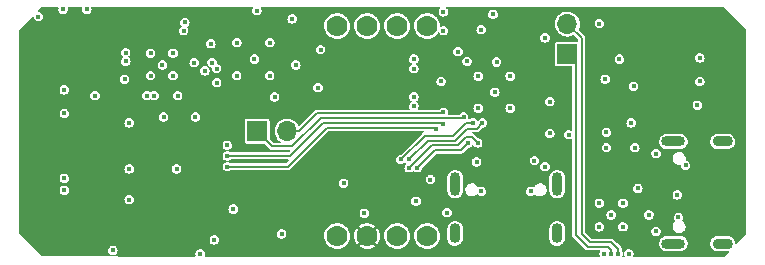
<source format=gbr>
%TF.GenerationSoftware,KiCad,Pcbnew,(6.0.5)*%
%TF.CreationDate,2022-11-18T19:02:11-05:00*%
%TF.ProjectId,SimpleMelt-Hardware,53696d70-6c65-44d6-956c-742d48617264,rev?*%
%TF.SameCoordinates,Original*%
%TF.FileFunction,Copper,L3,Inr*%
%TF.FilePolarity,Positive*%
%FSLAX46Y46*%
G04 Gerber Fmt 4.6, Leading zero omitted, Abs format (unit mm)*
G04 Created by KiCad (PCBNEW (6.0.5)) date 2022-11-18 19:02:11*
%MOMM*%
%LPD*%
G01*
G04 APERTURE LIST*
%TA.AperFunction,ComponentPad*%
%ADD10R,1.700000X1.700000*%
%TD*%
%TA.AperFunction,ComponentPad*%
%ADD11O,1.700000X1.700000*%
%TD*%
%TA.AperFunction,ComponentPad*%
%ADD12O,2.000000X0.900000*%
%TD*%
%TA.AperFunction,ComponentPad*%
%ADD13O,1.700000X0.900000*%
%TD*%
%TA.AperFunction,ComponentPad*%
%ADD14C,1.778000*%
%TD*%
%TA.AperFunction,ComponentPad*%
%ADD15O,0.900000X2.000000*%
%TD*%
%TA.AperFunction,ComponentPad*%
%ADD16O,0.900000X1.700000*%
%TD*%
%TA.AperFunction,ViaPad*%
%ADD17C,0.400000*%
%TD*%
%TA.AperFunction,Conductor*%
%ADD18C,0.203200*%
%TD*%
G04 APERTURE END LIST*
D10*
%TO.N,E_RXD*%
%TO.C,J2*%
X15700000Y6525000D03*
D11*
%TO.N,E_TXD*%
X15700000Y9065000D03*
%TD*%
D12*
%TO.N,unconnected-(U51-PadS1)*%
%TO.C,U51*%
X24670000Y-9520000D03*
X24670000Y-880000D03*
D13*
X28840000Y-9520000D03*
X28840000Y-880000D03*
%TD*%
D14*
%TO.N,A2_CS*%
%TO.C,U30*%
X3810000Y8890000D03*
%TO.N,P_MISO*%
X1270000Y8890000D03*
%TO.N,unconnected-(U30-Pad3)*%
X-1270000Y8890000D03*
%TO.N,unconnected-(U30-Pad4)*%
X-3810000Y8890000D03*
%TO.N,GND*%
X-3810000Y-8890000D03*
%TO.N,+3V3*%
X-1270000Y-8890000D03*
%TO.N,P_MOSI*%
X1270000Y-8890000D03*
%TO.N,P_SCK*%
X3810000Y-8890000D03*
%TD*%
D15*
%TO.N,unconnected-(U52-PadS1)*%
%TO.C,U52*%
X6180000Y-4495000D03*
D16*
X14820000Y-8665000D03*
X6180000Y-8665000D03*
D15*
X14820000Y-4495000D03*
%TD*%
D10*
%TO.N,X_RX*%
%TO.C,J1*%
X-10575000Y0D03*
D11*
%TO.N,X_TX*%
X-8035000Y0D03*
%TD*%
D17*
%TO.N,GND*%
X-12300000Y7500000D03*
X20100000Y6100000D03*
X5200000Y8500000D03*
X19000000Y-1400000D03*
X-17700000Y4700000D03*
X18400000Y-8100000D03*
X-19600000Y4700000D03*
X21400000Y-1400000D03*
X-18500000Y1200000D03*
X26900000Y4200000D03*
X-22800000Y-10100000D03*
X-9500000Y4700000D03*
X9550000Y3300000D03*
X10850000Y1950000D03*
X-5200000Y6900000D03*
X-7300000Y5600000D03*
X2700000Y6100000D03*
X5200000Y10100000D03*
X-10800000Y6100000D03*
X-7600000Y9500000D03*
X5500000Y-6900000D03*
X-27000000Y10300000D03*
X10850000Y4650000D03*
X-12300000Y4700000D03*
X13800000Y-3000000D03*
X14200000Y-200000D03*
X8150000Y4650000D03*
X-26900000Y-4000000D03*
X-17400000Y-3200000D03*
X2700000Y2100000D03*
X-5420000Y3680000D03*
X20400000Y-8100000D03*
X-24300000Y3000000D03*
X2875000Y-5925000D03*
X-14200000Y-9200000D03*
X2700000Y5300000D03*
X20400000Y-6100000D03*
X23200000Y-8500000D03*
X-26900000Y-5000000D03*
X-16700000Y9200000D03*
X13800000Y7900000D03*
X26900000Y6200000D03*
X-17700000Y6600000D03*
X-26900000Y1500000D03*
X-29100000Y9700000D03*
X4100000Y-4100000D03*
X12900000Y-2500000D03*
X14200000Y2500000D03*
X-25000000Y10300000D03*
X9400000Y9900000D03*
X15800000Y-300000D03*
X-18587500Y5612500D03*
X-1500000Y-6950000D03*
X8400000Y8600000D03*
X-12600000Y-6600000D03*
X-15800000Y1200000D03*
X-8500000Y-8700000D03*
X-9500000Y7500000D03*
X2700000Y2900000D03*
X18400000Y9100000D03*
X-10600000Y10200000D03*
X-15000000Y5100000D03*
X-21800000Y4400000D03*
X-3250000Y-4400000D03*
X8000000Y-2600000D03*
X19400000Y-7100000D03*
X23200000Y-1900000D03*
X18400000Y-6100000D03*
X26700000Y2200000D03*
X-26900000Y3500000D03*
X-13100000Y-1200000D03*
X-19600000Y6600000D03*
X8150000Y1950000D03*
%TO.N,+3V3*%
X4900000Y4900000D03*
X-6875000Y-5075000D03*
X-23900000Y5800000D03*
X-12700000Y2900000D03*
X0Y-7700000D03*
X-4800000Y2200000D03*
X-17880000Y2620000D03*
X6950000Y8050000D03*
X-5800000Y10000000D03*
X11800000Y-1200000D03*
X2700000Y6900000D03*
X8900000Y-1200000D03*
X11700000Y7700000D03*
X22600000Y10000000D03*
X-15850000Y3950000D03*
X-10100000Y9400000D03*
X-14100000Y6900000D03*
X19800000Y-1400000D03*
X15800000Y-2600000D03*
X-7700000Y6700000D03*
X14200000Y1100000D03*
%TO.N,E_EN*%
X18900000Y4400000D03*
X6437500Y6737500D03*
%TO.N,E_IO0*%
X21300000Y3800000D03*
X5000000Y4200000D03*
%TO.N,VCC*%
X-21400000Y-5800000D03*
X-21400000Y-3200000D03*
X-21400000Y700000D03*
%TO.N,VBUS*%
X12600000Y-5100000D03*
X21650000Y-4850000D03*
X25700000Y-2900000D03*
X8400000Y-5100000D03*
X25100000Y-7300000D03*
X-15400000Y-10400000D03*
%TO.N,Net-(C70-Pad1)*%
X-21700000Y6650000D03*
X-17300000Y3000000D03*
%TO.N,X_TX*%
X5200000Y1600000D03*
%TO.N,X_RX*%
X6900000Y1200000D03*
%TO.N,E_TXD*%
X20000000Y-10400000D03*
%TO.N,E_RXD*%
X19400000Y-10400000D03*
X9700000Y5850000D03*
%TO.N,P_MOSI*%
X2300000Y-3100000D03*
X8100000Y-1000000D03*
%TO.N,P_MISO*%
X8500000Y700000D03*
X2300000Y-2400000D03*
%TO.N,P_SCK*%
X7300000Y-1000000D03*
X3000000Y-3100000D03*
%TO.N,CP_RTS*%
X19000000Y-100000D03*
X18800000Y-10400000D03*
%TO.N,CP_DTR*%
X21100000Y700000D03*
X20900000Y-10400000D03*
%TO.N,LED_1*%
X-13100000Y-3000000D03*
X4600000Y200000D03*
%TO.N,LED_2*%
X-13100000Y-2100000D03*
X5200000Y600000D03*
%TO.N,GPIO2*%
X-21695000Y5905000D03*
X-14000000Y5300000D03*
%TO.N,GPIO15*%
X-14400000Y5800000D03*
X-16800000Y8500000D03*
%TO.N,A2_CS*%
X7200000Y5900000D03*
%TO.N,Net-(U50-Pad4)*%
X25000000Y-5400000D03*
X22600000Y-7100000D03*
%TO.N,GPIO12*%
X-15900000Y5800000D03*
X-14500000Y7400000D03*
%TO.N,GPIO4*%
X-19300000Y3000000D03*
X-14000000Y4100000D03*
%TO.N,GPIO5*%
X-19900000Y3000000D03*
X-9100000Y2900000D03*
%TO.N,A1_CS*%
X7700000Y700000D03*
X1600000Y-2400000D03*
%TD*%
D18*
%TO.N,X_TX*%
X-7000000Y0D02*
X-8035000Y0D01*
X5200000Y1600000D02*
X5100000Y1500000D01*
X-5500000Y1500000D02*
X-7000000Y0D01*
X5100000Y1500000D02*
X-5500000Y1500000D01*
%TO.N,X_RX*%
X-5200000Y1100000D02*
X-7600000Y-1300000D01*
X-9275000Y-1300000D02*
X-10575000Y0D01*
X6900000Y1200000D02*
X6800000Y1100000D01*
X6800000Y1100000D02*
X-5200000Y1100000D01*
X-7600000Y-1300000D02*
X-9275000Y-1300000D01*
%TO.N,E_TXD*%
X20000000Y-10000000D02*
X19400000Y-9400000D01*
X19400000Y-9400000D02*
X17600000Y-9400000D01*
X20000000Y-10400000D02*
X20000000Y-10000000D01*
X17600000Y-9400000D02*
X16900000Y-8700000D01*
X16900000Y-8700000D02*
X16900000Y7865000D01*
X16900000Y7865000D02*
X15700000Y9065000D01*
%TO.N,E_RXD*%
X17400000Y-9800000D02*
X16400000Y-8800000D01*
X19400000Y-10400000D02*
X19400000Y-10100000D01*
X16400000Y-8800000D02*
X16400000Y5825000D01*
X16400000Y5825000D02*
X15700000Y6525000D01*
X19400000Y-10100000D02*
X19100000Y-9800000D01*
X19100000Y-9800000D02*
X17400000Y-9800000D01*
%TO.N,P_MOSI*%
X2300000Y-3100000D02*
X4200000Y-1200000D01*
X4200000Y-1200000D02*
X6400000Y-1200000D01*
X7100000Y-500000D02*
X7600000Y-500000D01*
X6400000Y-1200000D02*
X7100000Y-500000D01*
X7600000Y-500000D02*
X8100000Y-1000000D01*
%TO.N,P_MISO*%
X8500000Y700000D02*
X8000000Y200000D01*
X6200000Y-800000D02*
X3900000Y-800000D01*
X3900000Y-800000D02*
X2300000Y-2400000D01*
X8000000Y200000D02*
X7200000Y200000D01*
X7200000Y200000D02*
X6200000Y-800000D01*
%TO.N,P_SCK*%
X3000000Y-3100000D02*
X4500000Y-1600000D01*
X6700000Y-1600000D02*
X7300000Y-1000000D01*
X4500000Y-1600000D02*
X6700000Y-1600000D01*
%TO.N,LED_1*%
X4600000Y200000D02*
X4500000Y300000D01*
X4500000Y300000D02*
X-4700000Y300000D01*
X-4700000Y300000D02*
X-8000000Y-3000000D01*
X-8000000Y-3000000D02*
X-13100000Y-3000000D01*
%TO.N,LED_2*%
X5100000Y700000D02*
X-5000000Y700000D01*
X5200000Y600000D02*
X5100000Y700000D01*
X-7800000Y-2100000D02*
X-13100000Y-2100000D01*
X-5000000Y700000D02*
X-7800000Y-2100000D01*
%TO.N,A1_CS*%
X1600000Y-2400000D02*
X3600000Y-400000D01*
X6000000Y-400000D02*
X7100000Y700000D01*
X3600000Y-400000D02*
X6000000Y-400000D01*
X7100000Y700000D02*
X7700000Y700000D01*
%TD*%
%TA.AperFunction,Conductor*%
%TO.N,+3V3*%
G36*
X-27393154Y10485148D02*
G01*
X-27378802Y10450500D01*
X-27383114Y10432540D01*
X-27382704Y10432407D01*
X-27383896Y10428738D01*
X-27385646Y10425304D01*
X-27405492Y10300000D01*
X-27404889Y10296193D01*
X-27393661Y10225304D01*
X-27385646Y10174696D01*
X-27367123Y10138342D01*
X-27336632Y10078502D01*
X-27328050Y10061658D01*
X-27238342Y9971950D01*
X-27234909Y9970201D01*
X-27234908Y9970200D01*
X-27181823Y9943152D01*
X-27125304Y9914354D01*
X-27121499Y9913751D01*
X-27121498Y9913751D01*
X-27003807Y9895111D01*
X-27000000Y9894508D01*
X-26996193Y9895111D01*
X-26878502Y9913751D01*
X-26878501Y9913751D01*
X-26874696Y9914354D01*
X-26818177Y9943152D01*
X-26765092Y9970200D01*
X-26765091Y9970201D01*
X-26761658Y9971950D01*
X-26671950Y10061658D01*
X-26663367Y10078502D01*
X-26632877Y10138342D01*
X-26614354Y10174696D01*
X-26606338Y10225304D01*
X-26595111Y10296193D01*
X-26594508Y10300000D01*
X-26614354Y10425304D01*
X-26616104Y10428738D01*
X-26617296Y10432407D01*
X-26616212Y10432759D01*
X-26618799Y10465643D01*
X-26594442Y10494160D01*
X-26572198Y10499500D01*
X-25427802Y10499500D01*
X-25393154Y10485148D01*
X-25378802Y10450500D01*
X-25383114Y10432540D01*
X-25382704Y10432407D01*
X-25383896Y10428738D01*
X-25385646Y10425304D01*
X-25405492Y10300000D01*
X-25404889Y10296193D01*
X-25393661Y10225304D01*
X-25385646Y10174696D01*
X-25367123Y10138342D01*
X-25336632Y10078502D01*
X-25328050Y10061658D01*
X-25238342Y9971950D01*
X-25234909Y9970201D01*
X-25234908Y9970200D01*
X-25181823Y9943152D01*
X-25125304Y9914354D01*
X-25121499Y9913751D01*
X-25121498Y9913751D01*
X-25003807Y9895111D01*
X-25000000Y9894508D01*
X-24996193Y9895111D01*
X-24878502Y9913751D01*
X-24878501Y9913751D01*
X-24874696Y9914354D01*
X-24818177Y9943152D01*
X-24765092Y9970200D01*
X-24765091Y9970201D01*
X-24761658Y9971950D01*
X-24671950Y10061658D01*
X-24663367Y10078502D01*
X-24632877Y10138342D01*
X-24614354Y10174696D01*
X-24606338Y10225304D01*
X-24595111Y10296193D01*
X-24594508Y10300000D01*
X-24614354Y10425304D01*
X-24616104Y10428738D01*
X-24617296Y10432407D01*
X-24616212Y10432759D01*
X-24618799Y10465643D01*
X-24594442Y10494160D01*
X-24572198Y10499500D01*
X-10976849Y10499500D01*
X-10942201Y10485148D01*
X-10927849Y10450500D01*
X-10933190Y10428254D01*
X-10985646Y10325304D01*
X-10986249Y10321499D01*
X-10986249Y10321498D01*
X-10989051Y10303807D01*
X-11005492Y10200000D01*
X-11004889Y10196193D01*
X-10989952Y10101886D01*
X-10985646Y10074696D01*
X-10983896Y10071262D01*
X-10932402Y9970200D01*
X-10928050Y9961658D01*
X-10838342Y9871950D01*
X-10834909Y9870201D01*
X-10834908Y9870200D01*
X-10818143Y9861658D01*
X-10725304Y9814354D01*
X-10721499Y9813751D01*
X-10721498Y9813751D01*
X-10603807Y9795111D01*
X-10600000Y9794508D01*
X-10596193Y9795111D01*
X-10478502Y9813751D01*
X-10478501Y9813751D01*
X-10474696Y9814354D01*
X-10381857Y9861658D01*
X-10365092Y9870200D01*
X-10365091Y9870201D01*
X-10361658Y9871950D01*
X-10271950Y9961658D01*
X-10267597Y9970200D01*
X-10216104Y10071262D01*
X-10214354Y10074696D01*
X-10210047Y10101886D01*
X-10195111Y10196193D01*
X-10194508Y10200000D01*
X-10210949Y10303807D01*
X-10213751Y10321498D01*
X-10213751Y10321499D01*
X-10214354Y10325304D01*
X-10266810Y10428254D01*
X-10269753Y10465642D01*
X-10245397Y10494159D01*
X-10223151Y10499500D01*
X4914812Y10499500D01*
X4949460Y10485148D01*
X4963812Y10450500D01*
X4949460Y10415852D01*
X4871950Y10338342D01*
X4870201Y10334909D01*
X4870200Y10334908D01*
X4855212Y10305492D01*
X4814354Y10225304D01*
X4813751Y10221499D01*
X4813751Y10221498D01*
X4805795Y10171262D01*
X4794508Y10100000D01*
X4795111Y10096193D01*
X4813393Y9980766D01*
X4814354Y9974696D01*
X4834627Y9934908D01*
X4867598Y9870200D01*
X4871950Y9861658D01*
X4961658Y9771950D01*
X4965091Y9770201D01*
X4965092Y9770200D01*
X5018177Y9743152D01*
X5074696Y9714354D01*
X5078501Y9713751D01*
X5078502Y9713751D01*
X5196193Y9695111D01*
X5200000Y9694508D01*
X5203807Y9695111D01*
X5321498Y9713751D01*
X5321499Y9713751D01*
X5325304Y9714354D01*
X5381823Y9743152D01*
X5434908Y9770200D01*
X5434909Y9770201D01*
X5438342Y9771950D01*
X5528050Y9861658D01*
X5532403Y9870200D01*
X5547587Y9900000D01*
X8994508Y9900000D01*
X8995111Y9896193D01*
X9011121Y9795111D01*
X9014354Y9774696D01*
X9071950Y9661658D01*
X9161658Y9571950D01*
X9165091Y9570201D01*
X9165092Y9570200D01*
X9218177Y9543152D01*
X9274696Y9514354D01*
X9278501Y9513751D01*
X9278502Y9513751D01*
X9396193Y9495111D01*
X9400000Y9494508D01*
X9403807Y9495111D01*
X9521498Y9513751D01*
X9521499Y9513751D01*
X9525304Y9514354D01*
X9581823Y9543152D01*
X9634908Y9570200D01*
X9634909Y9570201D01*
X9638342Y9571950D01*
X9728050Y9661658D01*
X9785646Y9774696D01*
X9788880Y9795111D01*
X9804889Y9896193D01*
X9805492Y9900000D01*
X9796158Y9958932D01*
X9786249Y10021498D01*
X9786249Y10021499D01*
X9785646Y10025304D01*
X9744788Y10105492D01*
X9729800Y10134908D01*
X9729799Y10134909D01*
X9728050Y10138342D01*
X9638342Y10228050D01*
X9634909Y10229799D01*
X9634908Y10229800D01*
X9581823Y10256848D01*
X9525304Y10285646D01*
X9521499Y10286249D01*
X9521498Y10286249D01*
X9403807Y10304889D01*
X9400000Y10305492D01*
X9396193Y10304889D01*
X9278502Y10286249D01*
X9278501Y10286249D01*
X9274696Y10285646D01*
X9218177Y10256848D01*
X9165092Y10229800D01*
X9165091Y10229799D01*
X9161658Y10228050D01*
X9071950Y10138342D01*
X9070201Y10134909D01*
X9070200Y10134908D01*
X9055212Y10105492D01*
X9014354Y10025304D01*
X9013751Y10021499D01*
X9013751Y10021498D01*
X9003842Y9958932D01*
X8994508Y9900000D01*
X5547587Y9900000D01*
X5565373Y9934908D01*
X5585646Y9974696D01*
X5586608Y9980766D01*
X5604889Y10096193D01*
X5605492Y10100000D01*
X5594205Y10171262D01*
X5586249Y10221498D01*
X5586249Y10221499D01*
X5585646Y10225304D01*
X5544788Y10305492D01*
X5529800Y10334908D01*
X5529799Y10334909D01*
X5528050Y10338342D01*
X5450540Y10415852D01*
X5436188Y10450500D01*
X5450540Y10485148D01*
X5485188Y10499500D01*
X28896654Y10499500D01*
X28931302Y10485148D01*
X30785148Y8631302D01*
X30799500Y8596654D01*
X30799500Y-8700200D01*
X30785983Y-8733993D01*
X29980989Y-9579237D01*
X29978154Y-9582214D01*
X29943866Y-9597406D01*
X29908878Y-9583904D01*
X29893768Y-9551498D01*
X29887406Y-9450393D01*
X29884056Y-9397140D01*
X29877839Y-9378004D01*
X29834220Y-9243758D01*
X29834219Y-9243756D01*
X29833268Y-9240829D01*
X29784132Y-9163403D01*
X29746853Y-9104661D01*
X29746852Y-9104659D01*
X29745202Y-9102060D01*
X29639277Y-9002590D01*
X29627639Y-8991661D01*
X29627638Y-8991661D01*
X29625393Y-8989552D01*
X29616104Y-8984445D01*
X29540639Y-8942958D01*
X29481368Y-8910373D01*
X29385062Y-8885646D01*
X29325162Y-8870266D01*
X29325159Y-8870266D01*
X29322177Y-8869500D01*
X28399075Y-8869500D01*
X28293601Y-8882825D01*
X28279997Y-8884543D01*
X28276942Y-8884929D01*
X28124129Y-8945432D01*
X27991163Y-9042037D01*
X27886400Y-9168674D01*
X27862012Y-9220501D01*
X27817731Y-9314602D01*
X27817730Y-9314606D01*
X27816421Y-9317387D01*
X27815844Y-9320412D01*
X27791049Y-9450393D01*
X27785624Y-9478830D01*
X27795944Y-9642860D01*
X27796894Y-9645785D01*
X27796895Y-9645788D01*
X27844672Y-9792832D01*
X27846732Y-9799171D01*
X27867699Y-9832209D01*
X27931304Y-9932434D01*
X27934798Y-9937940D01*
X28054607Y-10050448D01*
X28057305Y-10051931D01*
X28057306Y-10051932D01*
X28093719Y-10071950D01*
X28198632Y-10129627D01*
X28275629Y-10149396D01*
X28354838Y-10169734D01*
X28354841Y-10169734D01*
X28357823Y-10170500D01*
X29280925Y-10170500D01*
X29282435Y-10170309D01*
X29282439Y-10170309D01*
X29289317Y-10169440D01*
X29300079Y-10168080D01*
X29336252Y-10177976D01*
X29354834Y-10210552D01*
X29344938Y-10246726D01*
X29341703Y-10250487D01*
X28928730Y-10684109D01*
X28893163Y-10699316D01*
X23670966Y-10690296D01*
X21283555Y-10686173D01*
X21248932Y-10671761D01*
X21234640Y-10637088D01*
X21239981Y-10614928D01*
X21283895Y-10528741D01*
X21283897Y-10528736D01*
X21285646Y-10525304D01*
X21288880Y-10504889D01*
X21304889Y-10403807D01*
X21305492Y-10400000D01*
X21296158Y-10341068D01*
X21286249Y-10278502D01*
X21286249Y-10278501D01*
X21285646Y-10274696D01*
X21252963Y-10210552D01*
X21229800Y-10165092D01*
X21229799Y-10165091D01*
X21228050Y-10161658D01*
X21138342Y-10071950D01*
X21134909Y-10070201D01*
X21134908Y-10070200D01*
X21076377Y-10040377D01*
X21025304Y-10014354D01*
X21021499Y-10013751D01*
X21021498Y-10013751D01*
X20903807Y-9995111D01*
X20900000Y-9994508D01*
X20896193Y-9995111D01*
X20778502Y-10013751D01*
X20778501Y-10013751D01*
X20774696Y-10014354D01*
X20723623Y-10040377D01*
X20665092Y-10070200D01*
X20665091Y-10070201D01*
X20661658Y-10071950D01*
X20571950Y-10161658D01*
X20570201Y-10165091D01*
X20570200Y-10165092D01*
X20547037Y-10210552D01*
X20514354Y-10274696D01*
X20513751Y-10278501D01*
X20513751Y-10278502D01*
X20498397Y-10375446D01*
X20483546Y-10399681D01*
X20489642Y-10403417D01*
X20498397Y-10424554D01*
X20511121Y-10504889D01*
X20514354Y-10525304D01*
X20527371Y-10550851D01*
X20559343Y-10613600D01*
X20562286Y-10650988D01*
X20537930Y-10679505D01*
X20515600Y-10684846D01*
X20462372Y-10684754D01*
X20384346Y-10684620D01*
X20349723Y-10670209D01*
X20335431Y-10635536D01*
X20340772Y-10613374D01*
X20372629Y-10550851D01*
X20385646Y-10525304D01*
X20388880Y-10504889D01*
X20401603Y-10424554D01*
X20416454Y-10400319D01*
X20410358Y-10396583D01*
X20401603Y-10375446D01*
X20386249Y-10278502D01*
X20386249Y-10278501D01*
X20385646Y-10274696D01*
X20352963Y-10210552D01*
X20329800Y-10165092D01*
X20329799Y-10165091D01*
X20328050Y-10161658D01*
X20316452Y-10150060D01*
X20302100Y-10115412D01*
X20302100Y-10055935D01*
X20302605Y-10049064D01*
X20304036Y-10044896D01*
X20302134Y-9994231D01*
X20302100Y-9992394D01*
X20302100Y-9971903D01*
X20301688Y-9969689D01*
X20301566Y-9968369D01*
X20300958Y-9962899D01*
X20299984Y-9936958D01*
X20299984Y-9936957D01*
X20299814Y-9932434D01*
X20293026Y-9916635D01*
X20289874Y-9906261D01*
X20287556Y-9893810D01*
X20287555Y-9893808D01*
X20286727Y-9889361D01*
X20284352Y-9885508D01*
X20270732Y-9863412D01*
X20267423Y-9857042D01*
X20256754Y-9832209D01*
X20256754Y-9832208D01*
X20255389Y-9829032D01*
X20253194Y-9826359D01*
X20252125Y-9825057D01*
X20252116Y-9825047D01*
X20251357Y-9824123D01*
X20242789Y-9815555D01*
X20235725Y-9806619D01*
X20230048Y-9797410D01*
X20227674Y-9793558D01*
X20201586Y-9773720D01*
X20196598Y-9769364D01*
X19906064Y-9478830D01*
X23465624Y-9478830D01*
X23475944Y-9642860D01*
X23476894Y-9645785D01*
X23476895Y-9645788D01*
X23524672Y-9792832D01*
X23526732Y-9799171D01*
X23547699Y-9832209D01*
X23611304Y-9932434D01*
X23614798Y-9937940D01*
X23734607Y-10050448D01*
X23737305Y-10051931D01*
X23737306Y-10051932D01*
X23773719Y-10071950D01*
X23878632Y-10129627D01*
X23955629Y-10149396D01*
X24034838Y-10169734D01*
X24034841Y-10169734D01*
X24037823Y-10170500D01*
X25260925Y-10170500D01*
X25366399Y-10157175D01*
X25380003Y-10155457D01*
X25383058Y-10155071D01*
X25535871Y-10094568D01*
X25668837Y-9997963D01*
X25681757Y-9982346D01*
X25771636Y-9873700D01*
X25773600Y-9871326D01*
X25810195Y-9793558D01*
X25842269Y-9725398D01*
X25842270Y-9725394D01*
X25843579Y-9722613D01*
X25855854Y-9658268D01*
X25873799Y-9564196D01*
X25873799Y-9564194D01*
X25874376Y-9561170D01*
X25864056Y-9397140D01*
X25857839Y-9378004D01*
X25814220Y-9243758D01*
X25814219Y-9243756D01*
X25813268Y-9240829D01*
X25764132Y-9163403D01*
X25726853Y-9104661D01*
X25726852Y-9104659D01*
X25725202Y-9102060D01*
X25619277Y-9002590D01*
X25607639Y-8991661D01*
X25607638Y-8991661D01*
X25605393Y-8989552D01*
X25596104Y-8984445D01*
X25520639Y-8942958D01*
X25461368Y-8910373D01*
X25365062Y-8885646D01*
X25305162Y-8870266D01*
X25305159Y-8870266D01*
X25302177Y-8869500D01*
X24079075Y-8869500D01*
X23973601Y-8882825D01*
X23959997Y-8884543D01*
X23956942Y-8884929D01*
X23804129Y-8945432D01*
X23671163Y-9042037D01*
X23566400Y-9168674D01*
X23542012Y-9220501D01*
X23497731Y-9314602D01*
X23497730Y-9314606D01*
X23496421Y-9317387D01*
X23495844Y-9320412D01*
X23471049Y-9450393D01*
X23465624Y-9478830D01*
X19906064Y-9478830D01*
X19653169Y-9225935D01*
X19648668Y-9220722D01*
X19646732Y-9216760D01*
X19632769Y-9203807D01*
X19609561Y-9182279D01*
X19608237Y-9181003D01*
X19593749Y-9166515D01*
X19591885Y-9165236D01*
X19590829Y-9164359D01*
X19586578Y-9160960D01*
X19564224Y-9140223D01*
X19548250Y-9133850D01*
X19538690Y-9128745D01*
X19528244Y-9121579D01*
X19528242Y-9121578D01*
X19524513Y-9119020D01*
X19520113Y-9117976D01*
X19520111Y-9117975D01*
X19494857Y-9111982D01*
X19488014Y-9109818D01*
X19462905Y-9099800D01*
X19462901Y-9099799D01*
X19459695Y-9098520D01*
X19455215Y-9098081D01*
X19454557Y-9098016D01*
X19454553Y-9098016D01*
X19453372Y-9097900D01*
X19441252Y-9097900D01*
X19429938Y-9096576D01*
X19419417Y-9094079D01*
X19419416Y-9094079D01*
X19415013Y-9093034D01*
X19388987Y-9096576D01*
X19382550Y-9097452D01*
X19375942Y-9097900D01*
X17745430Y-9097900D01*
X17710782Y-9083548D01*
X17216452Y-8589218D01*
X17202100Y-8554570D01*
X17202100Y-8100000D01*
X17994508Y-8100000D01*
X17995111Y-8103807D01*
X18010026Y-8197975D01*
X18014354Y-8225304D01*
X18040043Y-8275721D01*
X18061738Y-8318299D01*
X18071950Y-8338342D01*
X18161658Y-8428050D01*
X18165091Y-8429799D01*
X18165092Y-8429800D01*
X18218177Y-8456848D01*
X18274696Y-8485646D01*
X18278501Y-8486249D01*
X18278502Y-8486249D01*
X18396193Y-8504889D01*
X18400000Y-8505492D01*
X18403807Y-8504889D01*
X18521498Y-8486249D01*
X18521499Y-8486249D01*
X18525304Y-8485646D01*
X18581823Y-8456848D01*
X18634908Y-8429800D01*
X18634909Y-8429799D01*
X18638342Y-8428050D01*
X18728050Y-8338342D01*
X18738263Y-8318299D01*
X18759957Y-8275721D01*
X18785646Y-8225304D01*
X18789975Y-8197975D01*
X18804889Y-8103807D01*
X18805492Y-8100000D01*
X19994508Y-8100000D01*
X19995111Y-8103807D01*
X20010026Y-8197975D01*
X20014354Y-8225304D01*
X20040043Y-8275721D01*
X20061738Y-8318299D01*
X20071950Y-8338342D01*
X20161658Y-8428050D01*
X20165091Y-8429799D01*
X20165092Y-8429800D01*
X20218177Y-8456848D01*
X20274696Y-8485646D01*
X20278501Y-8486249D01*
X20278502Y-8486249D01*
X20396193Y-8504889D01*
X20400000Y-8505492D01*
X20403807Y-8504889D01*
X20434676Y-8500000D01*
X22794508Y-8500000D01*
X22795111Y-8503807D01*
X22808639Y-8589218D01*
X22814354Y-8625304D01*
X22834451Y-8664746D01*
X22852516Y-8700200D01*
X22871950Y-8738342D01*
X22961658Y-8828050D01*
X22965091Y-8829799D01*
X22965092Y-8829800D01*
X23018177Y-8856848D01*
X23074696Y-8885646D01*
X23078501Y-8886249D01*
X23078502Y-8886249D01*
X23196193Y-8904889D01*
X23200000Y-8905492D01*
X23203807Y-8904889D01*
X23321498Y-8886249D01*
X23321499Y-8886249D01*
X23325304Y-8885646D01*
X23381823Y-8856848D01*
X23434908Y-8829800D01*
X23434909Y-8829799D01*
X23438342Y-8828050D01*
X23528050Y-8738342D01*
X23547485Y-8700200D01*
X23565549Y-8664746D01*
X23585646Y-8625304D01*
X23591362Y-8589218D01*
X23604889Y-8503807D01*
X23605492Y-8500000D01*
X23585646Y-8374696D01*
X23554593Y-8313751D01*
X23529800Y-8265092D01*
X23529799Y-8265091D01*
X23528050Y-8261658D01*
X23438342Y-8171950D01*
X23434909Y-8170201D01*
X23434908Y-8170200D01*
X23345984Y-8124891D01*
X24595420Y-8124891D01*
X24596080Y-8128164D01*
X24596080Y-8128165D01*
X24622998Y-8261658D01*
X24625233Y-8272743D01*
X24626749Y-8275719D01*
X24626750Y-8275721D01*
X24692188Y-8404152D01*
X24692190Y-8404155D01*
X24693707Y-8407132D01*
X24795799Y-8518156D01*
X24798636Y-8519915D01*
X24893128Y-8578502D01*
X24923986Y-8597635D01*
X24927189Y-8598566D01*
X24927190Y-8598566D01*
X25066353Y-8638997D01*
X25066355Y-8638997D01*
X25068825Y-8639715D01*
X25071389Y-8639903D01*
X25071393Y-8639904D01*
X25075122Y-8640177D01*
X25079515Y-8640500D01*
X25187785Y-8640500D01*
X25189432Y-8640274D01*
X25189438Y-8640274D01*
X25243733Y-8632836D01*
X25299432Y-8625206D01*
X25308001Y-8621498D01*
X25434789Y-8566632D01*
X25434790Y-8566631D01*
X25437855Y-8565305D01*
X25555070Y-8470386D01*
X25642442Y-8347442D01*
X25645719Y-8338342D01*
X25692402Y-8208674D01*
X25692402Y-8208673D01*
X25693533Y-8205532D01*
X25693894Y-8200628D01*
X25701642Y-8095111D01*
X25704580Y-8055109D01*
X25702693Y-8045751D01*
X25675428Y-7910533D01*
X25675427Y-7910530D01*
X25674767Y-7907257D01*
X25673119Y-7904022D01*
X25607812Y-7775848D01*
X25607810Y-7775845D01*
X25606293Y-7772868D01*
X25594275Y-7759798D01*
X25554096Y-7716104D01*
X25504201Y-7661844D01*
X25470331Y-7640844D01*
X25433503Y-7618009D01*
X25411619Y-7587553D01*
X25417679Y-7550543D01*
X25424676Y-7541716D01*
X25428050Y-7538342D01*
X25485646Y-7425304D01*
X25505492Y-7300000D01*
X25493665Y-7225324D01*
X25486249Y-7178502D01*
X25486249Y-7178501D01*
X25485646Y-7174696D01*
X25428050Y-7061658D01*
X25338342Y-6971950D01*
X25334909Y-6970201D01*
X25334908Y-6970200D01*
X25255618Y-6929800D01*
X25225304Y-6914354D01*
X25221499Y-6913751D01*
X25221498Y-6913751D01*
X25103807Y-6895111D01*
X25100000Y-6894508D01*
X25096193Y-6895111D01*
X24978502Y-6913751D01*
X24978501Y-6913751D01*
X24974696Y-6914354D01*
X24944382Y-6929800D01*
X24865092Y-6970200D01*
X24865091Y-6970201D01*
X24861658Y-6971950D01*
X24771950Y-7061658D01*
X24714354Y-7174696D01*
X24713751Y-7178501D01*
X24713751Y-7178502D01*
X24706335Y-7225324D01*
X24694508Y-7300000D01*
X24714354Y-7425304D01*
X24771950Y-7538342D01*
X24816016Y-7582408D01*
X24830368Y-7617056D01*
X24816016Y-7651704D01*
X24812205Y-7655136D01*
X24744930Y-7709614D01*
X24657558Y-7832558D01*
X24656427Y-7835698D01*
X24656426Y-7835701D01*
X24614557Y-7951996D01*
X24606467Y-7974468D01*
X24606223Y-7977796D01*
X24606222Y-7977799D01*
X24603039Y-8021140D01*
X24595420Y-8124891D01*
X23345984Y-8124891D01*
X23325304Y-8114354D01*
X23321499Y-8113751D01*
X23321498Y-8113751D01*
X23203807Y-8095111D01*
X23200000Y-8094508D01*
X23196193Y-8095111D01*
X23078502Y-8113751D01*
X23078501Y-8113751D01*
X23074696Y-8114354D01*
X23054016Y-8124891D01*
X22965092Y-8170200D01*
X22965091Y-8170201D01*
X22961658Y-8171950D01*
X22871950Y-8261658D01*
X22870201Y-8265091D01*
X22870200Y-8265092D01*
X22845407Y-8313751D01*
X22814354Y-8374696D01*
X22794508Y-8500000D01*
X20434676Y-8500000D01*
X20521498Y-8486249D01*
X20521499Y-8486249D01*
X20525304Y-8485646D01*
X20581823Y-8456848D01*
X20634908Y-8429800D01*
X20634909Y-8429799D01*
X20638342Y-8428050D01*
X20728050Y-8338342D01*
X20738263Y-8318299D01*
X20759957Y-8275721D01*
X20785646Y-8225304D01*
X20789975Y-8197975D01*
X20804889Y-8103807D01*
X20805492Y-8100000D01*
X20797874Y-8051903D01*
X20786249Y-7978502D01*
X20786249Y-7978501D01*
X20785646Y-7974696D01*
X20728050Y-7861658D01*
X20638342Y-7771950D01*
X20634909Y-7770201D01*
X20634908Y-7770200D01*
X20581823Y-7743152D01*
X20525304Y-7714354D01*
X20521499Y-7713751D01*
X20521498Y-7713751D01*
X20403807Y-7695111D01*
X20400000Y-7694508D01*
X20396193Y-7695111D01*
X20278502Y-7713751D01*
X20278501Y-7713751D01*
X20274696Y-7714354D01*
X20218177Y-7743152D01*
X20165092Y-7770200D01*
X20165091Y-7770201D01*
X20161658Y-7771950D01*
X20071950Y-7861658D01*
X20014354Y-7974696D01*
X20013751Y-7978501D01*
X20013751Y-7978502D01*
X20002126Y-8051903D01*
X19994508Y-8100000D01*
X18805492Y-8100000D01*
X18797874Y-8051903D01*
X18786249Y-7978502D01*
X18786249Y-7978501D01*
X18785646Y-7974696D01*
X18728050Y-7861658D01*
X18638342Y-7771950D01*
X18634909Y-7770201D01*
X18634908Y-7770200D01*
X18581823Y-7743152D01*
X18525304Y-7714354D01*
X18521499Y-7713751D01*
X18521498Y-7713751D01*
X18403807Y-7695111D01*
X18400000Y-7694508D01*
X18396193Y-7695111D01*
X18278502Y-7713751D01*
X18278501Y-7713751D01*
X18274696Y-7714354D01*
X18218177Y-7743152D01*
X18165092Y-7770200D01*
X18165091Y-7770201D01*
X18161658Y-7771950D01*
X18071950Y-7861658D01*
X18014354Y-7974696D01*
X18013751Y-7978501D01*
X18013751Y-7978502D01*
X18002126Y-8051903D01*
X17994508Y-8100000D01*
X17202100Y-8100000D01*
X17202100Y-7100000D01*
X18994508Y-7100000D01*
X18995111Y-7103807D01*
X19008932Y-7191068D01*
X19014354Y-7225304D01*
X19016104Y-7228738D01*
X19069685Y-7333896D01*
X19071950Y-7338342D01*
X19161658Y-7428050D01*
X19165091Y-7429799D01*
X19165092Y-7429800D01*
X19218177Y-7456848D01*
X19274696Y-7485646D01*
X19278501Y-7486249D01*
X19278502Y-7486249D01*
X19396193Y-7504889D01*
X19400000Y-7505492D01*
X19403807Y-7504889D01*
X19521498Y-7486249D01*
X19521499Y-7486249D01*
X19525304Y-7485646D01*
X19581823Y-7456848D01*
X19634908Y-7429800D01*
X19634909Y-7429799D01*
X19638342Y-7428050D01*
X19728050Y-7338342D01*
X19730316Y-7333896D01*
X19783896Y-7228738D01*
X19785646Y-7225304D01*
X19791069Y-7191068D01*
X19804889Y-7103807D01*
X19805492Y-7100000D01*
X22194508Y-7100000D01*
X22195111Y-7103807D01*
X22208932Y-7191068D01*
X22214354Y-7225304D01*
X22216104Y-7228738D01*
X22269685Y-7333896D01*
X22271950Y-7338342D01*
X22361658Y-7428050D01*
X22365091Y-7429799D01*
X22365092Y-7429800D01*
X22418177Y-7456848D01*
X22474696Y-7485646D01*
X22478501Y-7486249D01*
X22478502Y-7486249D01*
X22596193Y-7504889D01*
X22600000Y-7505492D01*
X22603807Y-7504889D01*
X22721498Y-7486249D01*
X22721499Y-7486249D01*
X22725304Y-7485646D01*
X22781823Y-7456848D01*
X22834908Y-7429800D01*
X22834909Y-7429799D01*
X22838342Y-7428050D01*
X22928050Y-7338342D01*
X22930316Y-7333896D01*
X22983896Y-7228738D01*
X22985646Y-7225304D01*
X22991069Y-7191068D01*
X23004889Y-7103807D01*
X23005492Y-7100000D01*
X22994205Y-7028738D01*
X22986249Y-6978502D01*
X22986249Y-6978501D01*
X22985646Y-6974696D01*
X22928050Y-6861658D01*
X22838342Y-6771950D01*
X22834909Y-6770201D01*
X22834908Y-6770200D01*
X22746794Y-6725304D01*
X22725304Y-6714354D01*
X22721499Y-6713751D01*
X22721498Y-6713751D01*
X22603807Y-6695111D01*
X22600000Y-6694508D01*
X22596193Y-6695111D01*
X22478502Y-6713751D01*
X22478501Y-6713751D01*
X22474696Y-6714354D01*
X22453206Y-6725304D01*
X22365092Y-6770200D01*
X22365091Y-6770201D01*
X22361658Y-6771950D01*
X22271950Y-6861658D01*
X22214354Y-6974696D01*
X22213751Y-6978501D01*
X22213751Y-6978502D01*
X22205795Y-7028738D01*
X22194508Y-7100000D01*
X19805492Y-7100000D01*
X19794205Y-7028738D01*
X19786249Y-6978502D01*
X19786249Y-6978501D01*
X19785646Y-6974696D01*
X19728050Y-6861658D01*
X19638342Y-6771950D01*
X19634909Y-6770201D01*
X19634908Y-6770200D01*
X19546794Y-6725304D01*
X19525304Y-6714354D01*
X19521499Y-6713751D01*
X19521498Y-6713751D01*
X19403807Y-6695111D01*
X19400000Y-6694508D01*
X19396193Y-6695111D01*
X19278502Y-6713751D01*
X19278501Y-6713751D01*
X19274696Y-6714354D01*
X19253206Y-6725304D01*
X19165092Y-6770200D01*
X19165091Y-6770201D01*
X19161658Y-6771950D01*
X19071950Y-6861658D01*
X19014354Y-6974696D01*
X19013751Y-6978501D01*
X19013751Y-6978502D01*
X19005795Y-7028738D01*
X18994508Y-7100000D01*
X17202100Y-7100000D01*
X17202100Y-6100000D01*
X17994508Y-6100000D01*
X17995111Y-6103807D01*
X18011121Y-6204889D01*
X18014354Y-6225304D01*
X18071950Y-6338342D01*
X18161658Y-6428050D01*
X18165091Y-6429799D01*
X18165092Y-6429800D01*
X18218177Y-6456848D01*
X18274696Y-6485646D01*
X18278501Y-6486249D01*
X18278502Y-6486249D01*
X18396193Y-6504889D01*
X18400000Y-6505492D01*
X18403807Y-6504889D01*
X18521498Y-6486249D01*
X18521499Y-6486249D01*
X18525304Y-6485646D01*
X18581823Y-6456848D01*
X18634908Y-6429800D01*
X18634909Y-6429799D01*
X18638342Y-6428050D01*
X18728050Y-6338342D01*
X18785646Y-6225304D01*
X18788880Y-6204889D01*
X18804889Y-6103807D01*
X18805492Y-6100000D01*
X19994508Y-6100000D01*
X19995111Y-6103807D01*
X20011121Y-6204889D01*
X20014354Y-6225304D01*
X20071950Y-6338342D01*
X20161658Y-6428050D01*
X20165091Y-6429799D01*
X20165092Y-6429800D01*
X20218177Y-6456848D01*
X20274696Y-6485646D01*
X20278501Y-6486249D01*
X20278502Y-6486249D01*
X20396193Y-6504889D01*
X20400000Y-6505492D01*
X20403807Y-6504889D01*
X20521498Y-6486249D01*
X20521499Y-6486249D01*
X20525304Y-6485646D01*
X20581823Y-6456848D01*
X20634908Y-6429800D01*
X20634909Y-6429799D01*
X20638342Y-6428050D01*
X20728050Y-6338342D01*
X20785646Y-6225304D01*
X20788880Y-6204889D01*
X20804889Y-6103807D01*
X20805492Y-6100000D01*
X20796158Y-6041068D01*
X20786249Y-5978502D01*
X20786249Y-5978501D01*
X20785646Y-5974696D01*
X20728050Y-5861658D01*
X20638342Y-5771950D01*
X20634909Y-5770201D01*
X20634908Y-5770200D01*
X20555618Y-5729800D01*
X20525304Y-5714354D01*
X20521499Y-5713751D01*
X20521498Y-5713751D01*
X20403807Y-5695111D01*
X20400000Y-5694508D01*
X20396193Y-5695111D01*
X20278502Y-5713751D01*
X20278501Y-5713751D01*
X20274696Y-5714354D01*
X20244382Y-5729800D01*
X20165092Y-5770200D01*
X20165091Y-5770201D01*
X20161658Y-5771950D01*
X20071950Y-5861658D01*
X20014354Y-5974696D01*
X20013751Y-5978501D01*
X20013751Y-5978502D01*
X20003842Y-6041068D01*
X19994508Y-6100000D01*
X18805492Y-6100000D01*
X18796158Y-6041068D01*
X18786249Y-5978502D01*
X18786249Y-5978501D01*
X18785646Y-5974696D01*
X18728050Y-5861658D01*
X18638342Y-5771950D01*
X18634909Y-5770201D01*
X18634908Y-5770200D01*
X18555618Y-5729800D01*
X18525304Y-5714354D01*
X18521499Y-5713751D01*
X18521498Y-5713751D01*
X18403807Y-5695111D01*
X18400000Y-5694508D01*
X18396193Y-5695111D01*
X18278502Y-5713751D01*
X18278501Y-5713751D01*
X18274696Y-5714354D01*
X18244382Y-5729800D01*
X18165092Y-5770200D01*
X18165091Y-5770201D01*
X18161658Y-5771950D01*
X18071950Y-5861658D01*
X18014354Y-5974696D01*
X18013751Y-5978501D01*
X18013751Y-5978502D01*
X18003842Y-6041068D01*
X17994508Y-6100000D01*
X17202100Y-6100000D01*
X17202100Y-5400000D01*
X24594508Y-5400000D01*
X24595111Y-5403807D01*
X24613532Y-5520111D01*
X24614354Y-5525304D01*
X24671950Y-5638342D01*
X24761658Y-5728050D01*
X24765091Y-5729799D01*
X24765092Y-5729800D01*
X24818177Y-5756848D01*
X24874696Y-5785646D01*
X24878501Y-5786249D01*
X24878502Y-5786249D01*
X24996193Y-5804889D01*
X25000000Y-5805492D01*
X25003807Y-5804889D01*
X25121498Y-5786249D01*
X25121499Y-5786249D01*
X25125304Y-5785646D01*
X25181823Y-5756848D01*
X25234908Y-5729800D01*
X25234909Y-5729799D01*
X25238342Y-5728050D01*
X25328050Y-5638342D01*
X25385646Y-5525304D01*
X25386469Y-5520111D01*
X25404889Y-5403807D01*
X25405492Y-5400000D01*
X25395731Y-5338368D01*
X25386249Y-5278502D01*
X25386249Y-5278501D01*
X25385646Y-5274696D01*
X25351692Y-5208058D01*
X25329800Y-5165092D01*
X25329799Y-5165091D01*
X25328050Y-5161658D01*
X25238342Y-5071950D01*
X25234909Y-5070201D01*
X25234908Y-5070200D01*
X25181823Y-5043152D01*
X25125304Y-5014354D01*
X25121499Y-5013751D01*
X25121498Y-5013751D01*
X25003807Y-4995111D01*
X25000000Y-4994508D01*
X24996193Y-4995111D01*
X24878502Y-5013751D01*
X24878501Y-5013751D01*
X24874696Y-5014354D01*
X24818177Y-5043152D01*
X24765092Y-5070200D01*
X24765091Y-5070201D01*
X24761658Y-5071950D01*
X24671950Y-5161658D01*
X24670201Y-5165091D01*
X24670200Y-5165092D01*
X24648308Y-5208058D01*
X24614354Y-5274696D01*
X24613751Y-5278501D01*
X24613751Y-5278502D01*
X24604269Y-5338368D01*
X24594508Y-5400000D01*
X17202100Y-5400000D01*
X17202100Y-4850000D01*
X21244508Y-4850000D01*
X21264354Y-4975304D01*
X21321950Y-5088342D01*
X21411658Y-5178050D01*
X21415091Y-5179799D01*
X21415092Y-5179800D01*
X21464556Y-5205003D01*
X21524696Y-5235646D01*
X21528501Y-5236249D01*
X21528502Y-5236249D01*
X21646193Y-5254889D01*
X21650000Y-5255492D01*
X21653807Y-5254889D01*
X21771498Y-5236249D01*
X21771499Y-5236249D01*
X21775304Y-5235646D01*
X21835444Y-5205003D01*
X21884908Y-5179800D01*
X21884909Y-5179799D01*
X21888342Y-5178050D01*
X21978050Y-5088342D01*
X22035646Y-4975304D01*
X22055492Y-4850000D01*
X22045395Y-4786249D01*
X22036249Y-4728502D01*
X22036249Y-4728501D01*
X22035646Y-4724696D01*
X21989897Y-4634908D01*
X21979800Y-4615092D01*
X21979799Y-4615091D01*
X21978050Y-4611658D01*
X21888342Y-4521950D01*
X21884909Y-4520201D01*
X21884908Y-4520200D01*
X21813657Y-4483896D01*
X21775304Y-4464354D01*
X21771499Y-4463751D01*
X21771498Y-4463751D01*
X21653807Y-4445111D01*
X21650000Y-4444508D01*
X21646193Y-4445111D01*
X21528502Y-4463751D01*
X21528501Y-4463751D01*
X21524696Y-4464354D01*
X21486343Y-4483896D01*
X21415092Y-4520200D01*
X21415091Y-4520201D01*
X21411658Y-4521950D01*
X21321950Y-4611658D01*
X21320201Y-4615091D01*
X21320200Y-4615092D01*
X21310103Y-4634908D01*
X21264354Y-4724696D01*
X21263751Y-4728501D01*
X21263751Y-4728502D01*
X21254605Y-4786249D01*
X21244508Y-4850000D01*
X17202100Y-4850000D01*
X17202100Y-2344891D01*
X24595420Y-2344891D01*
X24596080Y-2348164D01*
X24596080Y-2348165D01*
X24623924Y-2486249D01*
X24625233Y-2492743D01*
X24626749Y-2495719D01*
X24626750Y-2495721D01*
X24692188Y-2624152D01*
X24692190Y-2624155D01*
X24693707Y-2627132D01*
X24795799Y-2738156D01*
X24798636Y-2739915D01*
X24917722Y-2813751D01*
X24923986Y-2817635D01*
X24927189Y-2818566D01*
X24927190Y-2818566D01*
X25066353Y-2858997D01*
X25066355Y-2858997D01*
X25068825Y-2859715D01*
X25071389Y-2859903D01*
X25071393Y-2859904D01*
X25075122Y-2860177D01*
X25079515Y-2860500D01*
X25187785Y-2860500D01*
X25189432Y-2860274D01*
X25189438Y-2860274D01*
X25226889Y-2855143D01*
X25239461Y-2853421D01*
X25275736Y-2862938D01*
X25294658Y-2895318D01*
X25294836Y-2897930D01*
X25294508Y-2900000D01*
X25295111Y-2903807D01*
X25311121Y-3004889D01*
X25314354Y-3025304D01*
X25316104Y-3028738D01*
X25363368Y-3121498D01*
X25371950Y-3138342D01*
X25461658Y-3228050D01*
X25465091Y-3229799D01*
X25465092Y-3229800D01*
X25505722Y-3250502D01*
X25574696Y-3285646D01*
X25578501Y-3286249D01*
X25578502Y-3286249D01*
X25696193Y-3304889D01*
X25700000Y-3305492D01*
X25703807Y-3304889D01*
X25821498Y-3286249D01*
X25821499Y-3286249D01*
X25825304Y-3285646D01*
X25894278Y-3250502D01*
X25934908Y-3229800D01*
X25934909Y-3229799D01*
X25938342Y-3228050D01*
X26028050Y-3138342D01*
X26036633Y-3121498D01*
X26083896Y-3028738D01*
X26085646Y-3025304D01*
X26088880Y-3004889D01*
X26104889Y-2903807D01*
X26105492Y-2900000D01*
X26099200Y-2860274D01*
X26086249Y-2778502D01*
X26086249Y-2778501D01*
X26085646Y-2774696D01*
X26033294Y-2671950D01*
X26029800Y-2665092D01*
X26029799Y-2665091D01*
X26028050Y-2661658D01*
X25938342Y-2571950D01*
X25934909Y-2570201D01*
X25934908Y-2570200D01*
X25846794Y-2525304D01*
X25825304Y-2514354D01*
X25821499Y-2513751D01*
X25821498Y-2513751D01*
X25786468Y-2508203D01*
X25728889Y-2499084D01*
X25696913Y-2479489D01*
X25688158Y-2443022D01*
X25690450Y-2434096D01*
X25693533Y-2425532D01*
X25695129Y-2403807D01*
X25703806Y-2285646D01*
X25704580Y-2275109D01*
X25695091Y-2228050D01*
X25675428Y-2130533D01*
X25675427Y-2130530D01*
X25674767Y-2127257D01*
X25673250Y-2124279D01*
X25607812Y-1995848D01*
X25607810Y-1995845D01*
X25606293Y-1992868D01*
X25504201Y-1881844D01*
X25453651Y-1850502D01*
X25378848Y-1804122D01*
X25378847Y-1804122D01*
X25376014Y-1802365D01*
X25360646Y-1797900D01*
X25233647Y-1761003D01*
X25233645Y-1761003D01*
X25231175Y-1760285D01*
X25228611Y-1760097D01*
X25228607Y-1760096D01*
X25224878Y-1759823D01*
X25220485Y-1759500D01*
X25112215Y-1759500D01*
X25110568Y-1759726D01*
X25110562Y-1759726D01*
X25056267Y-1767164D01*
X25000568Y-1774794D01*
X24997502Y-1776121D01*
X24997501Y-1776121D01*
X24865211Y-1833368D01*
X24865210Y-1833369D01*
X24862145Y-1834695D01*
X24859550Y-1836796D01*
X24859549Y-1836797D01*
X24824608Y-1865092D01*
X24744930Y-1929614D01*
X24657558Y-2052558D01*
X24656427Y-2055698D01*
X24656426Y-2055701D01*
X24607598Y-2191326D01*
X24606467Y-2194468D01*
X24606223Y-2197796D01*
X24606222Y-2197799D01*
X24604878Y-2216104D01*
X24595420Y-2344891D01*
X17202100Y-2344891D01*
X17202100Y-1900000D01*
X22794508Y-1900000D01*
X22795111Y-1903807D01*
X22810125Y-1998600D01*
X22814354Y-2025304D01*
X22816104Y-2028738D01*
X22864785Y-2124279D01*
X22871950Y-2138342D01*
X22961658Y-2228050D01*
X22965091Y-2229799D01*
X22965092Y-2229800D01*
X23018177Y-2256848D01*
X23074696Y-2285646D01*
X23078501Y-2286249D01*
X23078502Y-2286249D01*
X23196193Y-2304889D01*
X23200000Y-2305492D01*
X23203807Y-2304889D01*
X23321498Y-2286249D01*
X23321499Y-2286249D01*
X23325304Y-2285646D01*
X23381823Y-2256848D01*
X23434908Y-2229800D01*
X23434909Y-2229799D01*
X23438342Y-2228050D01*
X23528050Y-2138342D01*
X23535216Y-2124279D01*
X23583896Y-2028738D01*
X23585646Y-2025304D01*
X23589876Y-1998600D01*
X23604889Y-1903807D01*
X23605492Y-1900000D01*
X23594037Y-1827674D01*
X23586249Y-1778502D01*
X23586249Y-1778501D01*
X23585646Y-1774696D01*
X23528050Y-1661658D01*
X23438342Y-1571950D01*
X23434909Y-1570201D01*
X23434908Y-1570200D01*
X23381823Y-1543152D01*
X23325304Y-1514354D01*
X23321499Y-1513751D01*
X23321498Y-1513751D01*
X23203807Y-1495111D01*
X23200000Y-1494508D01*
X23196193Y-1495111D01*
X23078502Y-1513751D01*
X23078501Y-1513751D01*
X23074696Y-1514354D01*
X23018177Y-1543152D01*
X22965092Y-1570200D01*
X22965091Y-1570201D01*
X22961658Y-1571950D01*
X22871950Y-1661658D01*
X22814354Y-1774696D01*
X22813751Y-1778501D01*
X22813751Y-1778502D01*
X22805963Y-1827674D01*
X22794508Y-1900000D01*
X17202100Y-1900000D01*
X17202100Y-1400000D01*
X18594508Y-1400000D01*
X18595111Y-1403807D01*
X18612554Y-1513937D01*
X18614354Y-1525304D01*
X18635166Y-1566149D01*
X18655964Y-1606967D01*
X18671950Y-1638342D01*
X18761658Y-1728050D01*
X18765091Y-1729799D01*
X18765092Y-1729800D01*
X18818177Y-1756848D01*
X18874696Y-1785646D01*
X18878501Y-1786249D01*
X18878502Y-1786249D01*
X18996193Y-1804889D01*
X19000000Y-1805492D01*
X19003807Y-1804889D01*
X19121498Y-1786249D01*
X19121499Y-1786249D01*
X19125304Y-1785646D01*
X19181823Y-1756848D01*
X19234908Y-1729800D01*
X19234909Y-1729799D01*
X19238342Y-1728050D01*
X19328050Y-1638342D01*
X19344037Y-1606967D01*
X19364834Y-1566149D01*
X19385646Y-1525304D01*
X19387447Y-1513937D01*
X19404889Y-1403807D01*
X19405492Y-1400000D01*
X20994508Y-1400000D01*
X20995111Y-1403807D01*
X21012554Y-1513937D01*
X21014354Y-1525304D01*
X21035166Y-1566149D01*
X21055964Y-1606967D01*
X21071950Y-1638342D01*
X21161658Y-1728050D01*
X21165091Y-1729799D01*
X21165092Y-1729800D01*
X21218177Y-1756848D01*
X21274696Y-1785646D01*
X21278501Y-1786249D01*
X21278502Y-1786249D01*
X21396193Y-1804889D01*
X21400000Y-1805492D01*
X21403807Y-1804889D01*
X21521498Y-1786249D01*
X21521499Y-1786249D01*
X21525304Y-1785646D01*
X21581823Y-1756848D01*
X21634908Y-1729800D01*
X21634909Y-1729799D01*
X21638342Y-1728050D01*
X21728050Y-1638342D01*
X21744037Y-1606967D01*
X21764834Y-1566149D01*
X21785646Y-1525304D01*
X21787447Y-1513937D01*
X21804889Y-1403807D01*
X21805492Y-1400000D01*
X21793665Y-1325324D01*
X21786249Y-1278502D01*
X21786249Y-1278501D01*
X21785646Y-1274696D01*
X21728050Y-1161658D01*
X21638342Y-1071950D01*
X21634909Y-1070201D01*
X21634908Y-1070200D01*
X21573413Y-1038867D01*
X21525304Y-1014354D01*
X21521499Y-1013751D01*
X21521498Y-1013751D01*
X21410639Y-996193D01*
X21400000Y-994508D01*
X21389361Y-996193D01*
X21278502Y-1013751D01*
X21278501Y-1013751D01*
X21274696Y-1014354D01*
X21226587Y-1038867D01*
X21165092Y-1070200D01*
X21165091Y-1070201D01*
X21161658Y-1071950D01*
X21071950Y-1161658D01*
X21014354Y-1274696D01*
X21013751Y-1278501D01*
X21013751Y-1278502D01*
X21006335Y-1325324D01*
X20994508Y-1400000D01*
X19405492Y-1400000D01*
X19393665Y-1325324D01*
X19386249Y-1278502D01*
X19386249Y-1278501D01*
X19385646Y-1274696D01*
X19328050Y-1161658D01*
X19238342Y-1071950D01*
X19234909Y-1070201D01*
X19234908Y-1070200D01*
X19173413Y-1038867D01*
X19125304Y-1014354D01*
X19121499Y-1013751D01*
X19121498Y-1013751D01*
X19010639Y-996193D01*
X19000000Y-994508D01*
X18989361Y-996193D01*
X18878502Y-1013751D01*
X18878501Y-1013751D01*
X18874696Y-1014354D01*
X18826587Y-1038867D01*
X18765092Y-1070200D01*
X18765091Y-1070201D01*
X18761658Y-1071950D01*
X18671950Y-1161658D01*
X18614354Y-1274696D01*
X18613751Y-1278501D01*
X18613751Y-1278502D01*
X18606335Y-1325324D01*
X18594508Y-1400000D01*
X17202100Y-1400000D01*
X17202100Y-838830D01*
X23465624Y-838830D01*
X23475944Y-1002860D01*
X23476894Y-1005785D01*
X23476895Y-1005788D01*
X23525780Y-1156242D01*
X23526732Y-1159171D01*
X23528383Y-1161772D01*
X23597868Y-1271262D01*
X23614798Y-1297940D01*
X23657360Y-1337909D01*
X23708196Y-1385646D01*
X23734607Y-1410448D01*
X23737305Y-1411931D01*
X23737306Y-1411932D01*
X23779099Y-1434908D01*
X23878632Y-1489627D01*
X23955629Y-1509396D01*
X24034838Y-1529734D01*
X24034841Y-1529734D01*
X24037823Y-1530500D01*
X25260925Y-1530500D01*
X25374881Y-1516104D01*
X25380003Y-1515457D01*
X25383058Y-1515071D01*
X25535871Y-1454568D01*
X25668837Y-1357963D01*
X25773600Y-1231326D01*
X25825281Y-1121498D01*
X25842269Y-1085398D01*
X25842270Y-1085394D01*
X25843579Y-1082613D01*
X25865577Y-967297D01*
X25873799Y-924196D01*
X25873799Y-924194D01*
X25874376Y-921170D01*
X25869196Y-838830D01*
X27785624Y-838830D01*
X27795944Y-1002860D01*
X27796894Y-1005785D01*
X27796895Y-1005788D01*
X27845780Y-1156242D01*
X27846732Y-1159171D01*
X27848383Y-1161772D01*
X27917868Y-1271262D01*
X27934798Y-1297940D01*
X27977360Y-1337909D01*
X28028196Y-1385646D01*
X28054607Y-1410448D01*
X28057305Y-1411931D01*
X28057306Y-1411932D01*
X28099099Y-1434908D01*
X28198632Y-1489627D01*
X28275629Y-1509396D01*
X28354838Y-1529734D01*
X28354841Y-1529734D01*
X28357823Y-1530500D01*
X29280925Y-1530500D01*
X29394881Y-1516104D01*
X29400003Y-1515457D01*
X29403058Y-1515071D01*
X29555871Y-1454568D01*
X29688837Y-1357963D01*
X29793600Y-1231326D01*
X29845281Y-1121498D01*
X29862269Y-1085398D01*
X29862270Y-1085394D01*
X29863579Y-1082613D01*
X29885577Y-967297D01*
X29893799Y-924196D01*
X29893799Y-924194D01*
X29894376Y-921170D01*
X29884056Y-757140D01*
X29876806Y-734825D01*
X29834220Y-603758D01*
X29834219Y-603756D01*
X29833268Y-600829D01*
X29745202Y-462060D01*
X29625393Y-349552D01*
X29605003Y-338342D01*
X29501906Y-281664D01*
X29481368Y-270373D01*
X29386686Y-246063D01*
X29325162Y-230266D01*
X29325159Y-230266D01*
X29322177Y-229500D01*
X28399075Y-229500D01*
X28293601Y-242825D01*
X28279997Y-244543D01*
X28276942Y-244929D01*
X28124129Y-305432D01*
X27991163Y-402037D01*
X27989199Y-404411D01*
X27963970Y-434908D01*
X27886400Y-528674D01*
X27885089Y-531461D01*
X27817731Y-674602D01*
X27817730Y-674606D01*
X27816421Y-677387D01*
X27785624Y-838830D01*
X25869196Y-838830D01*
X25864056Y-757140D01*
X25856806Y-734825D01*
X25814220Y-603758D01*
X25814219Y-603756D01*
X25813268Y-600829D01*
X25725202Y-462060D01*
X25605393Y-349552D01*
X25585003Y-338342D01*
X25481906Y-281664D01*
X25461368Y-270373D01*
X25366686Y-246063D01*
X25305162Y-230266D01*
X25305159Y-230266D01*
X25302177Y-229500D01*
X24079075Y-229500D01*
X23973601Y-242825D01*
X23959997Y-244543D01*
X23956942Y-244929D01*
X23804129Y-305432D01*
X23671163Y-402037D01*
X23669199Y-404411D01*
X23643970Y-434908D01*
X23566400Y-528674D01*
X23565089Y-531461D01*
X23497731Y-674602D01*
X23497730Y-674606D01*
X23496421Y-677387D01*
X23465624Y-838830D01*
X17202100Y-838830D01*
X17202100Y-100000D01*
X18594508Y-100000D01*
X18595111Y-103807D01*
X18606534Y-175927D01*
X18614354Y-225304D01*
X18634254Y-264359D01*
X18663368Y-321498D01*
X18671950Y-338342D01*
X18761658Y-428050D01*
X18765091Y-429799D01*
X18765092Y-429800D01*
X18781857Y-438342D01*
X18874696Y-485646D01*
X18878501Y-486249D01*
X18878502Y-486249D01*
X18996193Y-504889D01*
X19000000Y-505492D01*
X19003807Y-504889D01*
X19121498Y-486249D01*
X19121499Y-486249D01*
X19125304Y-485646D01*
X19218143Y-438342D01*
X19234908Y-429800D01*
X19234909Y-429799D01*
X19238342Y-428050D01*
X19328050Y-338342D01*
X19336633Y-321498D01*
X19365746Y-264359D01*
X19385646Y-225304D01*
X19393467Y-175927D01*
X19404889Y-103807D01*
X19405492Y-100000D01*
X19395788Y-38733D01*
X19386249Y21498D01*
X19386249Y21499D01*
X19385646Y25304D01*
X19333294Y128050D01*
X19329800Y134908D01*
X19329799Y134909D01*
X19328050Y138342D01*
X19238342Y228050D01*
X19234909Y229799D01*
X19234908Y229800D01*
X19155618Y270200D01*
X19125304Y285646D01*
X19121499Y286249D01*
X19121498Y286249D01*
X19003807Y304889D01*
X19000000Y305492D01*
X18996193Y304889D01*
X18878502Y286249D01*
X18878501Y286249D01*
X18874696Y285646D01*
X18844382Y270200D01*
X18765092Y229800D01*
X18765091Y229799D01*
X18761658Y228050D01*
X18671950Y138342D01*
X18670201Y134909D01*
X18670200Y134908D01*
X18666706Y128050D01*
X18614354Y25304D01*
X18613751Y21499D01*
X18613751Y21498D01*
X18604212Y-38733D01*
X18594508Y-100000D01*
X17202100Y-100000D01*
X17202100Y700000D01*
X20694508Y700000D01*
X20695111Y696193D01*
X20712563Y586007D01*
X20714354Y574696D01*
X20716104Y571262D01*
X20763368Y478502D01*
X20771950Y461658D01*
X20861658Y371950D01*
X20865091Y370201D01*
X20865092Y370200D01*
X20881857Y361658D01*
X20974696Y314354D01*
X20978501Y313751D01*
X20978502Y313751D01*
X21096193Y295111D01*
X21100000Y294508D01*
X21103807Y295111D01*
X21221498Y313751D01*
X21221499Y313751D01*
X21225304Y314354D01*
X21318143Y361658D01*
X21334908Y370200D01*
X21334909Y370201D01*
X21338342Y371950D01*
X21428050Y461658D01*
X21436633Y478502D01*
X21483896Y571262D01*
X21485646Y574696D01*
X21487438Y586007D01*
X21504889Y696193D01*
X21505492Y700000D01*
X21496910Y754185D01*
X21486249Y821498D01*
X21486249Y821499D01*
X21485646Y825304D01*
X21455545Y884381D01*
X21429800Y934908D01*
X21429799Y934909D01*
X21428050Y938342D01*
X21338342Y1028050D01*
X21334909Y1029799D01*
X21334908Y1029800D01*
X21246794Y1074696D01*
X21225304Y1085646D01*
X21221499Y1086249D01*
X21221498Y1086249D01*
X21103807Y1104889D01*
X21100000Y1105492D01*
X21096193Y1104889D01*
X20978502Y1086249D01*
X20978501Y1086249D01*
X20974696Y1085646D01*
X20953206Y1074696D01*
X20865092Y1029800D01*
X20865091Y1029799D01*
X20861658Y1028050D01*
X20771950Y938342D01*
X20770201Y934909D01*
X20770200Y934908D01*
X20744455Y884381D01*
X20714354Y825304D01*
X20713751Y821499D01*
X20713751Y821498D01*
X20703090Y754185D01*
X20694508Y700000D01*
X17202100Y700000D01*
X17202100Y2200000D01*
X26294508Y2200000D01*
X26295111Y2196193D01*
X26311121Y2095111D01*
X26314354Y2074696D01*
X26316104Y2071262D01*
X26363368Y1978502D01*
X26371950Y1961658D01*
X26461658Y1871950D01*
X26465091Y1870201D01*
X26465092Y1870200D01*
X26481857Y1861658D01*
X26574696Y1814354D01*
X26578501Y1813751D01*
X26578502Y1813751D01*
X26696193Y1795111D01*
X26700000Y1794508D01*
X26703807Y1795111D01*
X26821498Y1813751D01*
X26821499Y1813751D01*
X26825304Y1814354D01*
X26918143Y1861658D01*
X26934908Y1870200D01*
X26934909Y1870201D01*
X26938342Y1871950D01*
X27028050Y1961658D01*
X27036633Y1978502D01*
X27083896Y2071262D01*
X27085646Y2074696D01*
X27088880Y2095111D01*
X27104889Y2196193D01*
X27105492Y2200000D01*
X27096158Y2258932D01*
X27086249Y2321498D01*
X27086249Y2321499D01*
X27085646Y2325304D01*
X27033294Y2428050D01*
X27029800Y2434908D01*
X27029799Y2434909D01*
X27028050Y2438342D01*
X26938342Y2528050D01*
X26934909Y2529799D01*
X26934908Y2529800D01*
X26855618Y2570200D01*
X26825304Y2585646D01*
X26821499Y2586249D01*
X26821498Y2586249D01*
X26703807Y2604889D01*
X26700000Y2605492D01*
X26696193Y2604889D01*
X26578502Y2586249D01*
X26578501Y2586249D01*
X26574696Y2585646D01*
X26544382Y2570200D01*
X26465092Y2529800D01*
X26465091Y2529799D01*
X26461658Y2528050D01*
X26371950Y2438342D01*
X26370201Y2434909D01*
X26370200Y2434908D01*
X26366706Y2428050D01*
X26314354Y2325304D01*
X26313751Y2321499D01*
X26313751Y2321498D01*
X26303842Y2258932D01*
X26294508Y2200000D01*
X17202100Y2200000D01*
X17202100Y3800000D01*
X20894508Y3800000D01*
X20895111Y3796193D01*
X20911121Y3695111D01*
X20914354Y3674696D01*
X20971950Y3561658D01*
X21061658Y3471950D01*
X21065091Y3470201D01*
X21065092Y3470200D01*
X21114370Y3445092D01*
X21174696Y3414354D01*
X21178501Y3413751D01*
X21178502Y3413751D01*
X21296193Y3395111D01*
X21300000Y3394508D01*
X21303807Y3395111D01*
X21421498Y3413751D01*
X21421499Y3413751D01*
X21425304Y3414354D01*
X21485630Y3445092D01*
X21534908Y3470200D01*
X21534909Y3470201D01*
X21538342Y3471950D01*
X21628050Y3561658D01*
X21685646Y3674696D01*
X21688880Y3695111D01*
X21704889Y3796193D01*
X21705492Y3800000D01*
X21696158Y3858932D01*
X21686249Y3921498D01*
X21686249Y3921499D01*
X21685646Y3925304D01*
X21628050Y4038342D01*
X21538342Y4128050D01*
X21534909Y4129799D01*
X21534908Y4129800D01*
X21465643Y4165092D01*
X21425304Y4185646D01*
X21421499Y4186249D01*
X21421498Y4186249D01*
X21334676Y4200000D01*
X26494508Y4200000D01*
X26495111Y4196193D01*
X26512740Y4084889D01*
X26514354Y4074696D01*
X26532877Y4038342D01*
X26563368Y3978502D01*
X26571950Y3961658D01*
X26661658Y3871950D01*
X26665091Y3870201D01*
X26665092Y3870200D01*
X26681857Y3861658D01*
X26774696Y3814354D01*
X26778501Y3813751D01*
X26778502Y3813751D01*
X26896193Y3795111D01*
X26900000Y3794508D01*
X26903807Y3795111D01*
X27021498Y3813751D01*
X27021499Y3813751D01*
X27025304Y3814354D01*
X27118143Y3861658D01*
X27134908Y3870200D01*
X27134909Y3870201D01*
X27138342Y3871950D01*
X27228050Y3961658D01*
X27236633Y3978502D01*
X27267123Y4038342D01*
X27285646Y4074696D01*
X27287261Y4084889D01*
X27304889Y4196193D01*
X27305492Y4200000D01*
X27295395Y4263751D01*
X27286249Y4321498D01*
X27286249Y4321499D01*
X27285646Y4325304D01*
X27233294Y4428050D01*
X27229800Y4434908D01*
X27229799Y4434909D01*
X27228050Y4438342D01*
X27138342Y4528050D01*
X27134909Y4529799D01*
X27134908Y4529800D01*
X27046794Y4574696D01*
X27025304Y4585646D01*
X27021499Y4586249D01*
X27021498Y4586249D01*
X26903807Y4604889D01*
X26900000Y4605492D01*
X26896193Y4604889D01*
X26778502Y4586249D01*
X26778501Y4586249D01*
X26774696Y4585646D01*
X26753206Y4574696D01*
X26665092Y4529800D01*
X26665091Y4529799D01*
X26661658Y4528050D01*
X26571950Y4438342D01*
X26570201Y4434909D01*
X26570200Y4434908D01*
X26566706Y4428050D01*
X26514354Y4325304D01*
X26513751Y4321499D01*
X26513751Y4321498D01*
X26504605Y4263751D01*
X26494508Y4200000D01*
X21334676Y4200000D01*
X21303807Y4204889D01*
X21300000Y4205492D01*
X21296193Y4204889D01*
X21178502Y4186249D01*
X21178501Y4186249D01*
X21174696Y4185646D01*
X21134357Y4165092D01*
X21065092Y4129800D01*
X21065091Y4129799D01*
X21061658Y4128050D01*
X20971950Y4038342D01*
X20914354Y3925304D01*
X20913751Y3921499D01*
X20913751Y3921498D01*
X20903842Y3858932D01*
X20894508Y3800000D01*
X17202100Y3800000D01*
X17202100Y4400000D01*
X18494508Y4400000D01*
X18495111Y4396193D01*
X18511121Y4295111D01*
X18514354Y4274696D01*
X18571950Y4161658D01*
X18661658Y4071950D01*
X18665091Y4070201D01*
X18665092Y4070200D01*
X18718177Y4043152D01*
X18774696Y4014354D01*
X18778501Y4013751D01*
X18778502Y4013751D01*
X18896193Y3995111D01*
X18900000Y3994508D01*
X18903807Y3995111D01*
X19021498Y4013751D01*
X19021499Y4013751D01*
X19025304Y4014354D01*
X19081823Y4043152D01*
X19134908Y4070200D01*
X19134909Y4070201D01*
X19138342Y4071950D01*
X19228050Y4161658D01*
X19285646Y4274696D01*
X19288880Y4295111D01*
X19304889Y4396193D01*
X19305492Y4400000D01*
X19296158Y4458932D01*
X19286249Y4521498D01*
X19286249Y4521499D01*
X19285646Y4525304D01*
X19228050Y4638342D01*
X19138342Y4728050D01*
X19134909Y4729799D01*
X19134908Y4729800D01*
X19053071Y4771498D01*
X19025304Y4785646D01*
X19021499Y4786249D01*
X19021498Y4786249D01*
X18903807Y4804889D01*
X18900000Y4805492D01*
X18896193Y4804889D01*
X18778502Y4786249D01*
X18778501Y4786249D01*
X18774696Y4785646D01*
X18746929Y4771498D01*
X18665092Y4729800D01*
X18665091Y4729799D01*
X18661658Y4728050D01*
X18571950Y4638342D01*
X18514354Y4525304D01*
X18513751Y4521499D01*
X18513751Y4521498D01*
X18503842Y4458932D01*
X18494508Y4400000D01*
X17202100Y4400000D01*
X17202100Y6100000D01*
X19694508Y6100000D01*
X19695111Y6096193D01*
X19706339Y6025304D01*
X19714354Y5974696D01*
X19716104Y5971262D01*
X19767598Y5870200D01*
X19771950Y5861658D01*
X19861658Y5771950D01*
X19865091Y5770201D01*
X19865092Y5770200D01*
X19894231Y5755353D01*
X19974696Y5714354D01*
X19978501Y5713751D01*
X19978502Y5713751D01*
X20096193Y5695111D01*
X20100000Y5694508D01*
X20103807Y5695111D01*
X20221498Y5713751D01*
X20221499Y5713751D01*
X20225304Y5714354D01*
X20305769Y5755353D01*
X20334908Y5770200D01*
X20334909Y5770201D01*
X20338342Y5771950D01*
X20428050Y5861658D01*
X20432403Y5870200D01*
X20483896Y5971262D01*
X20485646Y5974696D01*
X20493662Y6025304D01*
X20504889Y6096193D01*
X20505492Y6100000D01*
X20489654Y6200000D01*
X26494508Y6200000D01*
X26495111Y6196193D01*
X26512737Y6084908D01*
X26514354Y6074696D01*
X26532877Y6038342D01*
X26563368Y5978502D01*
X26571950Y5961658D01*
X26661658Y5871950D01*
X26665091Y5870201D01*
X26665092Y5870200D01*
X26704737Y5850000D01*
X26774696Y5814354D01*
X26778501Y5813751D01*
X26778502Y5813751D01*
X26896193Y5795111D01*
X26900000Y5794508D01*
X26903807Y5795111D01*
X27021498Y5813751D01*
X27021499Y5813751D01*
X27025304Y5814354D01*
X27095263Y5850000D01*
X27134908Y5870200D01*
X27134909Y5870201D01*
X27138342Y5871950D01*
X27228050Y5961658D01*
X27236633Y5978502D01*
X27267123Y6038342D01*
X27285646Y6074696D01*
X27287264Y6084908D01*
X27304889Y6196193D01*
X27305492Y6200000D01*
X27291035Y6291280D01*
X27286249Y6321498D01*
X27286249Y6321499D01*
X27285646Y6325304D01*
X27233294Y6428050D01*
X27229800Y6434908D01*
X27229799Y6434909D01*
X27228050Y6438342D01*
X27138342Y6528050D01*
X27134909Y6529799D01*
X27134908Y6529800D01*
X27055618Y6570200D01*
X27025304Y6585646D01*
X27021499Y6586249D01*
X27021498Y6586249D01*
X26903807Y6604889D01*
X26900000Y6605492D01*
X26896193Y6604889D01*
X26778502Y6586249D01*
X26778501Y6586249D01*
X26774696Y6585646D01*
X26744382Y6570200D01*
X26665092Y6529800D01*
X26665091Y6529799D01*
X26661658Y6528050D01*
X26571950Y6438342D01*
X26570201Y6434909D01*
X26570200Y6434908D01*
X26566706Y6428050D01*
X26514354Y6325304D01*
X26513751Y6321499D01*
X26513751Y6321498D01*
X26508965Y6291280D01*
X26494508Y6200000D01*
X20489654Y6200000D01*
X20489051Y6203807D01*
X20486249Y6221498D01*
X20486249Y6221499D01*
X20485646Y6225304D01*
X20444788Y6305492D01*
X20429800Y6334908D01*
X20429799Y6334909D01*
X20428050Y6338342D01*
X20338342Y6428050D01*
X20334909Y6429799D01*
X20334908Y6429800D01*
X20246794Y6474696D01*
X20225304Y6485646D01*
X20221499Y6486249D01*
X20221498Y6486249D01*
X20103807Y6504889D01*
X20100000Y6505492D01*
X20096193Y6504889D01*
X19978502Y6486249D01*
X19978501Y6486249D01*
X19974696Y6485646D01*
X19953206Y6474696D01*
X19865092Y6429800D01*
X19865091Y6429799D01*
X19861658Y6428050D01*
X19771950Y6338342D01*
X19770201Y6334909D01*
X19770200Y6334908D01*
X19755212Y6305492D01*
X19714354Y6225304D01*
X19713751Y6221499D01*
X19713751Y6221498D01*
X19710949Y6203807D01*
X19694508Y6100000D01*
X17202100Y6100000D01*
X17202100Y7809066D01*
X17202605Y7815937D01*
X17204036Y7820105D01*
X17202134Y7870769D01*
X17202100Y7872606D01*
X17202100Y7893097D01*
X17201688Y7895311D01*
X17201566Y7896631D01*
X17200958Y7902101D01*
X17199984Y7928042D01*
X17199984Y7928043D01*
X17199814Y7932566D01*
X17193026Y7948365D01*
X17189874Y7958739D01*
X17187556Y7971190D01*
X17187555Y7971192D01*
X17186727Y7975639D01*
X17184352Y7979492D01*
X17170732Y8001588D01*
X17167423Y8007958D01*
X17156755Y8032789D01*
X17156754Y8032790D01*
X17155389Y8035968D01*
X17151356Y8040877D01*
X17142788Y8049445D01*
X17135728Y8058375D01*
X17127674Y8071442D01*
X17115296Y8080855D01*
X17101582Y8091283D01*
X17096594Y8095639D01*
X16651684Y8540549D01*
X16637332Y8575197D01*
X16643727Y8599400D01*
X16663138Y8633570D01*
X16664323Y8635656D01*
X16677882Y8676414D01*
X16722432Y8810337D01*
X16729351Y8831137D01*
X16732368Y8855015D01*
X16755000Y9034172D01*
X16755000Y9034173D01*
X16755171Y9035526D01*
X16755583Y9065000D01*
X16752151Y9100000D01*
X17994508Y9100000D01*
X17996542Y9087159D01*
X18004720Y9035526D01*
X18014354Y8974696D01*
X18016104Y8971262D01*
X18069760Y8865957D01*
X18071950Y8861658D01*
X18161658Y8771950D01*
X18165091Y8770201D01*
X18165092Y8770200D01*
X18188522Y8758262D01*
X18274696Y8714354D01*
X18278501Y8713751D01*
X18278502Y8713751D01*
X18396193Y8695111D01*
X18400000Y8694508D01*
X18403807Y8695111D01*
X18521498Y8713751D01*
X18521499Y8713751D01*
X18525304Y8714354D01*
X18611478Y8758262D01*
X18634908Y8770200D01*
X18634909Y8770201D01*
X18638342Y8771950D01*
X18728050Y8861658D01*
X18730241Y8865957D01*
X18783896Y8971262D01*
X18785646Y8974696D01*
X18795281Y9035526D01*
X18803458Y9087159D01*
X18805492Y9100000D01*
X18785646Y9225304D01*
X18739381Y9316104D01*
X18729800Y9334908D01*
X18729799Y9334909D01*
X18728050Y9338342D01*
X18638342Y9428050D01*
X18634909Y9429799D01*
X18634908Y9429800D01*
X18557261Y9469363D01*
X18525304Y9485646D01*
X18521499Y9486249D01*
X18521498Y9486249D01*
X18403807Y9504889D01*
X18400000Y9505492D01*
X18396193Y9504889D01*
X18278502Y9486249D01*
X18278501Y9486249D01*
X18274696Y9485646D01*
X18242739Y9469363D01*
X18165092Y9429800D01*
X18165091Y9429799D01*
X18161658Y9428050D01*
X18071950Y9338342D01*
X18070201Y9334909D01*
X18070200Y9334908D01*
X18060619Y9316104D01*
X18014354Y9225304D01*
X17994508Y9100000D01*
X16752151Y9100000D01*
X16735480Y9270030D01*
X16732487Y9279946D01*
X16702624Y9378854D01*
X16675935Y9467251D01*
X16643608Y9528050D01*
X16580342Y9647038D01*
X16580339Y9647042D01*
X16579218Y9649151D01*
X16449011Y9808800D01*
X16290275Y9940118D01*
X16182230Y9998537D01*
X16111160Y10036965D01*
X16111159Y10036966D01*
X16109055Y10038103D01*
X15912254Y10099023D01*
X15909879Y10099273D01*
X15909877Y10099273D01*
X15709752Y10120307D01*
X15709747Y10120307D01*
X15707369Y10120557D01*
X15704984Y10120340D01*
X15704979Y10120340D01*
X15604786Y10111221D01*
X15502203Y10101886D01*
X15398152Y10071262D01*
X15306875Y10044398D01*
X15306873Y10044397D01*
X15304572Y10043720D01*
X15302446Y10042609D01*
X15302447Y10042609D01*
X15142389Y9958932D01*
X15122002Y9948274D01*
X15079814Y9914354D01*
X14963312Y9820685D01*
X14963309Y9820682D01*
X14961447Y9819185D01*
X14959908Y9817351D01*
X14959907Y9817350D01*
X14941246Y9795111D01*
X14829024Y9661370D01*
X14827869Y9659269D01*
X14731479Y9483935D01*
X14729776Y9480838D01*
X14729052Y9478557D01*
X14729052Y9478556D01*
X14724277Y9463504D01*
X14667484Y9284468D01*
X14644520Y9079738D01*
X14644720Y9077356D01*
X14644720Y9077352D01*
X14648346Y9034172D01*
X14661759Y8874447D01*
X14675063Y8828050D01*
X14713356Y8694508D01*
X14718544Y8676414D01*
X14812712Y8493182D01*
X14814198Y8491307D01*
X14814200Y8491304D01*
X14857933Y8436127D01*
X14940677Y8331730D01*
X14942503Y8330176D01*
X14942504Y8330175D01*
X15078594Y8214354D01*
X15097564Y8198209D01*
X15277398Y8097703D01*
X15290983Y8093289D01*
X15471047Y8034782D01*
X15471051Y8034781D01*
X15473329Y8034041D01*
X15677894Y8009649D01*
X15883300Y8025454D01*
X16081725Y8080855D01*
X16083854Y8081930D01*
X16083858Y8081932D01*
X16117644Y8098999D01*
X16166459Y8123657D01*
X16203854Y8126469D01*
X16223198Y8114568D01*
X16583548Y7754218D01*
X16597900Y7719570D01*
X16597900Y7624500D01*
X16583548Y7589852D01*
X16548900Y7575500D01*
X14830252Y7575500D01*
X14771769Y7563867D01*
X14705448Y7519552D01*
X14661133Y7453231D01*
X14649500Y7394748D01*
X14649500Y5655252D01*
X14661133Y5596769D01*
X14705448Y5530448D01*
X14771769Y5486133D01*
X14830252Y5474500D01*
X16048900Y5474500D01*
X16083548Y5460148D01*
X16097900Y5425500D01*
X16097900Y77664D01*
X16083548Y43016D01*
X16048900Y28664D01*
X16026655Y34005D01*
X15925304Y85646D01*
X15921499Y86249D01*
X15921498Y86249D01*
X15803807Y104889D01*
X15800000Y105492D01*
X15796193Y104889D01*
X15678502Y86249D01*
X15678501Y86249D01*
X15674696Y85646D01*
X15659031Y77664D01*
X15565092Y29800D01*
X15565091Y29799D01*
X15561658Y28050D01*
X15471950Y-61658D01*
X15470201Y-65091D01*
X15470200Y-65092D01*
X15451857Y-101093D01*
X15414354Y-174696D01*
X15413751Y-178501D01*
X15413751Y-178502D01*
X15405553Y-230266D01*
X15394508Y-300000D01*
X15414354Y-425304D01*
X15443152Y-481823D01*
X15467598Y-529800D01*
X15471950Y-538342D01*
X15561658Y-628050D01*
X15565091Y-629799D01*
X15565092Y-629800D01*
X15567569Y-631062D01*
X15674696Y-685646D01*
X15678501Y-686249D01*
X15678502Y-686249D01*
X15796193Y-704889D01*
X15800000Y-705492D01*
X15803807Y-704889D01*
X15921498Y-686249D01*
X15921499Y-686249D01*
X15925304Y-685646D01*
X16026655Y-634005D01*
X16064042Y-631062D01*
X16092559Y-655418D01*
X16097900Y-677664D01*
X16097900Y-8744062D01*
X16097395Y-8750936D01*
X16095964Y-8755104D01*
X16097443Y-8794508D01*
X16097866Y-8805768D01*
X16097900Y-8807606D01*
X16097900Y-8828097D01*
X16098312Y-8830311D01*
X16098434Y-8831631D01*
X16099042Y-8837101D01*
X16099870Y-8859139D01*
X16100186Y-8867566D01*
X16101973Y-8871724D01*
X16101973Y-8871726D01*
X16106974Y-8883365D01*
X16110125Y-8893737D01*
X16113273Y-8910639D01*
X16115648Y-8914492D01*
X16129268Y-8936588D01*
X16132577Y-8942958D01*
X16142403Y-8965829D01*
X16144611Y-8970968D01*
X16146805Y-8973639D01*
X16146806Y-8973641D01*
X16147875Y-8974943D01*
X16147884Y-8974953D01*
X16148643Y-8975877D01*
X16157211Y-8984445D01*
X16164275Y-8993381D01*
X16172326Y-9006442D01*
X16175927Y-9009180D01*
X16198414Y-9026280D01*
X16203402Y-9030636D01*
X17146831Y-9974065D01*
X17151332Y-9979278D01*
X17153268Y-9983240D01*
X17156585Y-9986317D01*
X17190434Y-10017716D01*
X17191758Y-10018992D01*
X17206251Y-10033485D01*
X17208115Y-10034764D01*
X17209171Y-10035641D01*
X17213422Y-10039040D01*
X17235776Y-10059777D01*
X17239978Y-10061453D01*
X17239982Y-10061456D01*
X17251748Y-10066150D01*
X17261309Y-10071255D01*
X17265389Y-10074054D01*
X17275487Y-10080981D01*
X17279889Y-10082026D01*
X17279890Y-10082026D01*
X17289252Y-10084248D01*
X17305149Y-10088020D01*
X17311992Y-10090184D01*
X17337095Y-10100200D01*
X17337099Y-10100201D01*
X17340305Y-10101480D01*
X17344364Y-10101878D01*
X17345443Y-10101984D01*
X17345447Y-10101984D01*
X17346628Y-10102100D01*
X17358743Y-10102100D01*
X17370057Y-10103424D01*
X17384987Y-10106967D01*
X17417458Y-10102548D01*
X17424066Y-10102100D01*
X18422336Y-10102100D01*
X18456984Y-10116452D01*
X18471336Y-10151100D01*
X18465995Y-10173345D01*
X18414354Y-10274696D01*
X18413751Y-10278501D01*
X18413751Y-10278502D01*
X18403842Y-10341068D01*
X18394508Y-10400000D01*
X18395111Y-10403807D01*
X18411121Y-10504889D01*
X18414354Y-10525304D01*
X18439395Y-10574448D01*
X18457494Y-10609970D01*
X18460437Y-10647358D01*
X18436081Y-10675875D01*
X18413750Y-10681216D01*
X3699978Y-10655803D01*
X-14984528Y-10623533D01*
X-15019151Y-10609121D01*
X-15033443Y-10574448D01*
X-15028103Y-10552288D01*
X-15025778Y-10547725D01*
X-15014354Y-10525304D01*
X-15011120Y-10504889D01*
X-14995111Y-10403807D01*
X-14994508Y-10400000D01*
X-15003842Y-10341068D01*
X-15013751Y-10278502D01*
X-15013751Y-10278501D01*
X-15014354Y-10274696D01*
X-15047037Y-10210552D01*
X-15070200Y-10165092D01*
X-15070201Y-10165091D01*
X-15071950Y-10161658D01*
X-15161658Y-10071950D01*
X-15165091Y-10070201D01*
X-15165092Y-10070200D01*
X-15223623Y-10040377D01*
X-15274696Y-10014354D01*
X-15278501Y-10013751D01*
X-15278502Y-10013751D01*
X-15396193Y-9995111D01*
X-15400000Y-9994508D01*
X-15403807Y-9995111D01*
X-15521498Y-10013751D01*
X-15521499Y-10013751D01*
X-15525304Y-10014354D01*
X-15576377Y-10040377D01*
X-15634908Y-10070200D01*
X-15634909Y-10070201D01*
X-15638342Y-10071950D01*
X-15728050Y-10161658D01*
X-15729799Y-10165091D01*
X-15729800Y-10165092D01*
X-15752963Y-10210552D01*
X-15785646Y-10274696D01*
X-15786249Y-10278501D01*
X-15786249Y-10278502D01*
X-15796158Y-10341068D01*
X-15805492Y-10400000D01*
X-15804889Y-10403807D01*
X-15788879Y-10504889D01*
X-15785646Y-10525304D01*
X-15772629Y-10550851D01*
X-15769686Y-10588239D01*
X-15794042Y-10616756D01*
X-15816371Y-10622097D01*
X-28796562Y-10599678D01*
X-28831125Y-10585326D01*
X-29316451Y-10100000D01*
X-23205492Y-10100000D01*
X-23204889Y-10103807D01*
X-23187982Y-10210552D01*
X-23185646Y-10225304D01*
X-23128050Y-10338342D01*
X-23038342Y-10428050D01*
X-23034909Y-10429799D01*
X-23034908Y-10429800D01*
X-22981823Y-10456848D01*
X-22925304Y-10485646D01*
X-22921499Y-10486249D01*
X-22921498Y-10486249D01*
X-22803807Y-10504889D01*
X-22800000Y-10505492D01*
X-22796193Y-10504889D01*
X-22678502Y-10486249D01*
X-22678501Y-10486249D01*
X-22674696Y-10485646D01*
X-22618177Y-10456848D01*
X-22565092Y-10429800D01*
X-22565091Y-10429799D01*
X-22561658Y-10428050D01*
X-22471950Y-10338342D01*
X-22414354Y-10225304D01*
X-22412017Y-10210552D01*
X-22395111Y-10103807D01*
X-22394508Y-10100000D01*
X-22402690Y-10048339D01*
X-22413751Y-9978502D01*
X-22413751Y-9978501D01*
X-22414354Y-9974696D01*
X-22446491Y-9911624D01*
X-22470200Y-9865092D01*
X-22470201Y-9865091D01*
X-22471950Y-9861658D01*
X-22561658Y-9771950D01*
X-22565091Y-9770201D01*
X-22565092Y-9770200D01*
X-22621276Y-9741573D01*
X-22674696Y-9714354D01*
X-22678501Y-9713751D01*
X-22678502Y-9713751D01*
X-22796193Y-9695111D01*
X-22800000Y-9694508D01*
X-22803807Y-9695111D01*
X-22921498Y-9713751D01*
X-22921499Y-9713751D01*
X-22925304Y-9714354D01*
X-22978724Y-9741573D01*
X-23034908Y-9770200D01*
X-23034909Y-9770201D01*
X-23038342Y-9771950D01*
X-23128050Y-9861658D01*
X-23129799Y-9865091D01*
X-23129800Y-9865092D01*
X-23153509Y-9911624D01*
X-23185646Y-9974696D01*
X-23186249Y-9978501D01*
X-23186249Y-9978502D01*
X-23197310Y-10048339D01*
X-23205492Y-10100000D01*
X-29316451Y-10100000D01*
X-30216450Y-9200000D01*
X-14605492Y-9200000D01*
X-14602245Y-9220501D01*
X-14598561Y-9243758D01*
X-14585646Y-9325304D01*
X-14583896Y-9328738D01*
X-14529861Y-9434787D01*
X-14528050Y-9438342D01*
X-14438342Y-9528050D01*
X-14434909Y-9529799D01*
X-14434908Y-9529800D01*
X-14392323Y-9551498D01*
X-14325304Y-9585646D01*
X-14321499Y-9586249D01*
X-14321498Y-9586249D01*
X-14203807Y-9604889D01*
X-14200000Y-9605492D01*
X-14196193Y-9604889D01*
X-14078502Y-9586249D01*
X-14078501Y-9586249D01*
X-14074696Y-9585646D01*
X-14007677Y-9551498D01*
X-13965092Y-9529800D01*
X-13965091Y-9529799D01*
X-13961658Y-9528050D01*
X-13871950Y-9438342D01*
X-13870138Y-9434787D01*
X-13816104Y-9328738D01*
X-13814354Y-9325304D01*
X-13801438Y-9243758D01*
X-13797755Y-9220501D01*
X-13794508Y-9200000D01*
X-13799028Y-9171461D01*
X-13813751Y-9078502D01*
X-13813751Y-9078501D01*
X-13814354Y-9074696D01*
X-13855786Y-8993381D01*
X-13870200Y-8965092D01*
X-13870201Y-8965091D01*
X-13871950Y-8961658D01*
X-13961658Y-8871950D01*
X-13965091Y-8870201D01*
X-13965092Y-8870200D01*
X-14047724Y-8828097D01*
X-14074696Y-8814354D01*
X-14078501Y-8813751D01*
X-14078502Y-8813751D01*
X-14196193Y-8795111D01*
X-14200000Y-8794508D01*
X-14203807Y-8795111D01*
X-14321498Y-8813751D01*
X-14321499Y-8813751D01*
X-14325304Y-8814354D01*
X-14352276Y-8828097D01*
X-14434908Y-8870200D01*
X-14434909Y-8870201D01*
X-14438342Y-8871950D01*
X-14528050Y-8961658D01*
X-14529799Y-8965091D01*
X-14529800Y-8965092D01*
X-14544214Y-8993381D01*
X-14585646Y-9074696D01*
X-14586249Y-9078501D01*
X-14586249Y-9078502D01*
X-14600972Y-9171461D01*
X-14605492Y-9200000D01*
X-30216450Y-9200000D01*
X-30685148Y-8731302D01*
X-30698114Y-8700000D01*
X-8905492Y-8700000D01*
X-8904889Y-8703807D01*
X-8896764Y-8755104D01*
X-8885646Y-8825304D01*
X-8864112Y-8867566D01*
X-8831307Y-8931949D01*
X-8828050Y-8938342D01*
X-8738342Y-9028050D01*
X-8734909Y-9029799D01*
X-8734908Y-9029800D01*
X-8710891Y-9042037D01*
X-8625304Y-9085646D01*
X-8621499Y-9086249D01*
X-8621498Y-9086249D01*
X-8547202Y-9098016D01*
X-8506932Y-9104394D01*
X-8503807Y-9104889D01*
X-8500000Y-9105492D01*
X-8496193Y-9104889D01*
X-8493067Y-9104394D01*
X-8452798Y-9098016D01*
X-8378502Y-9086249D01*
X-8378501Y-9086249D01*
X-8374696Y-9085646D01*
X-8289109Y-9042037D01*
X-8265092Y-9029800D01*
X-8265091Y-9029799D01*
X-8261658Y-9028050D01*
X-8171950Y-8938342D01*
X-8168692Y-8931949D01*
X-8135888Y-8867566D01*
X-8132725Y-8861358D01*
X-4903793Y-8861358D01*
X-4890697Y-9061166D01*
X-4841408Y-9255241D01*
X-4840472Y-9257271D01*
X-4840470Y-9257277D01*
X-4774574Y-9400215D01*
X-4757577Y-9437084D01*
X-4642012Y-9600605D01*
X-4640404Y-9602171D01*
X-4640401Y-9602175D01*
X-4584514Y-9656617D01*
X-4498582Y-9740328D01*
X-4496720Y-9741572D01*
X-4496719Y-9741573D01*
X-4392068Y-9811499D01*
X-4332092Y-9851574D01*
X-4148117Y-9930616D01*
X-4145925Y-9931112D01*
X-3955008Y-9974312D01*
X-3955002Y-9974313D01*
X-3952818Y-9974807D01*
X-3868599Y-9978116D01*
X-3754983Y-9982580D01*
X-3754980Y-9982580D01*
X-3752736Y-9982668D01*
X-3750517Y-9982346D01*
X-3750512Y-9982346D01*
X-3616390Y-9962899D01*
X-3554572Y-9953936D01*
X-3552450Y-9953216D01*
X-3552447Y-9953215D01*
X-3429925Y-9911624D01*
X-3364962Y-9889572D01*
X-3298695Y-9852461D01*
X-3192218Y-9792832D01*
X-3192216Y-9792831D01*
X-3190256Y-9791733D01*
X-3168597Y-9773720D01*
X-3115753Y-9729770D01*
X-1964414Y-9729770D01*
X-1961421Y-9736863D01*
X-1959877Y-9738367D01*
X-1956397Y-9741186D01*
X-1793720Y-9849884D01*
X-1789787Y-9852019D01*
X-1610027Y-9929249D01*
X-1605768Y-9930633D01*
X-1414942Y-9973814D01*
X-1410507Y-9974397D01*
X-1215009Y-9982078D01*
X-1210538Y-9981844D01*
X-1016908Y-9953769D01*
X-1012567Y-9952727D01*
X-827289Y-9889834D01*
X-823207Y-9888016D01*
X-652503Y-9792417D01*
X-648814Y-9789882D01*
X-581364Y-9733783D01*
X-577890Y-9727181D01*
X-579534Y-9721887D01*
X-1263107Y-9038314D01*
X-1270000Y-9035459D01*
X-1276893Y-9038314D01*
X-1961631Y-9723052D01*
X-1964414Y-9729770D01*
X-3115753Y-9729770D01*
X-3038029Y-9665127D01*
X-3036306Y-9663694D01*
X-3021414Y-9645788D01*
X-2909703Y-9511471D01*
X-2909701Y-9511469D01*
X-2908267Y-9509744D01*
X-2907008Y-9507497D01*
X-2811524Y-9336995D01*
X-2810428Y-9335038D01*
X-2752490Y-9164359D01*
X-2746785Y-9147553D01*
X-2746784Y-9147550D01*
X-2746064Y-9145428D01*
X-2731073Y-9042037D01*
X-2717539Y-8948694D01*
X-2717539Y-8948688D01*
X-2717332Y-8947264D01*
X-2716473Y-8914492D01*
X-2715870Y-8891452D01*
X-2715870Y-8891451D01*
X-2715832Y-8890000D01*
X-2717240Y-8874676D01*
X-2718257Y-8863613D01*
X-2363143Y-8863613D01*
X-2350347Y-9058849D01*
X-2349647Y-9063263D01*
X-2301488Y-9252891D01*
X-2299992Y-9257115D01*
X-2218085Y-9434787D01*
X-2215841Y-9438672D01*
X-2115566Y-9580558D01*
X-2109256Y-9584540D01*
X-2104997Y-9583576D01*
X-1418314Y-8896893D01*
X-1415459Y-8890000D01*
X-1124541Y-8890000D01*
X-1121686Y-8896893D01*
X-439342Y-9579237D01*
X-432449Y-9582092D01*
X-427326Y-9579970D01*
X-370118Y-9511186D01*
X-367583Y-9507497D01*
X-271984Y-9336793D01*
X-270166Y-9332711D01*
X-207273Y-9147433D01*
X-206231Y-9143092D01*
X-178041Y-8948668D01*
X-177796Y-8945792D01*
X-176373Y-8891453D01*
X-176468Y-8888551D01*
X-178967Y-8861358D01*
X176207Y-8861358D01*
X189303Y-9061166D01*
X238592Y-9255241D01*
X239528Y-9257271D01*
X239530Y-9257277D01*
X305426Y-9400215D01*
X322423Y-9437084D01*
X437988Y-9600605D01*
X439596Y-9602171D01*
X439599Y-9602175D01*
X495486Y-9656617D01*
X581418Y-9740328D01*
X583280Y-9741572D01*
X583281Y-9741573D01*
X687932Y-9811499D01*
X747908Y-9851574D01*
X931883Y-9930616D01*
X934075Y-9931112D01*
X1124992Y-9974312D01*
X1124998Y-9974313D01*
X1127182Y-9974807D01*
X1211401Y-9978116D01*
X1325017Y-9982580D01*
X1325020Y-9982580D01*
X1327264Y-9982668D01*
X1329483Y-9982346D01*
X1329488Y-9982346D01*
X1463610Y-9962899D01*
X1525428Y-9953936D01*
X1527550Y-9953216D01*
X1527553Y-9953215D01*
X1650075Y-9911624D01*
X1715038Y-9889572D01*
X1781305Y-9852461D01*
X1887782Y-9792832D01*
X1887784Y-9792831D01*
X1889744Y-9791733D01*
X1911403Y-9773720D01*
X2041971Y-9665127D01*
X2043694Y-9663694D01*
X2058586Y-9645788D01*
X2170297Y-9511471D01*
X2170299Y-9511469D01*
X2171733Y-9509744D01*
X2172992Y-9507497D01*
X2268476Y-9336995D01*
X2269572Y-9335038D01*
X2327510Y-9164359D01*
X2333215Y-9147553D01*
X2333216Y-9147550D01*
X2333936Y-9145428D01*
X2348927Y-9042037D01*
X2362461Y-8948694D01*
X2362461Y-8948688D01*
X2362668Y-8947264D01*
X2363527Y-8914492D01*
X2364130Y-8891452D01*
X2364130Y-8891451D01*
X2364168Y-8890000D01*
X2362760Y-8874676D01*
X2361536Y-8861358D01*
X2716207Y-8861358D01*
X2729303Y-9061166D01*
X2778592Y-9255241D01*
X2779528Y-9257271D01*
X2779530Y-9257277D01*
X2845426Y-9400215D01*
X2862423Y-9437084D01*
X2977988Y-9600605D01*
X2979596Y-9602171D01*
X2979599Y-9602175D01*
X3035486Y-9656617D01*
X3121418Y-9740328D01*
X3123280Y-9741572D01*
X3123281Y-9741573D01*
X3227932Y-9811499D01*
X3287908Y-9851574D01*
X3471883Y-9930616D01*
X3474075Y-9931112D01*
X3664992Y-9974312D01*
X3664998Y-9974313D01*
X3667182Y-9974807D01*
X3751401Y-9978116D01*
X3865017Y-9982580D01*
X3865020Y-9982580D01*
X3867264Y-9982668D01*
X3869483Y-9982346D01*
X3869488Y-9982346D01*
X4003610Y-9962899D01*
X4065428Y-9953936D01*
X4067550Y-9953216D01*
X4067553Y-9953215D01*
X4190075Y-9911624D01*
X4255038Y-9889572D01*
X4321305Y-9852461D01*
X4427782Y-9792832D01*
X4427784Y-9792831D01*
X4429744Y-9791733D01*
X4451403Y-9773720D01*
X4581971Y-9665127D01*
X4583694Y-9663694D01*
X4598586Y-9645788D01*
X4710297Y-9511471D01*
X4710299Y-9511469D01*
X4711733Y-9509744D01*
X4712992Y-9507497D01*
X4808476Y-9336995D01*
X4809572Y-9335038D01*
X4867510Y-9164359D01*
X4873215Y-9147553D01*
X4873216Y-9147550D01*
X4873936Y-9145428D01*
X4879664Y-9105925D01*
X5529500Y-9105925D01*
X5544929Y-9228058D01*
X5605432Y-9380871D01*
X5702037Y-9513837D01*
X5828674Y-9618600D01*
X5898746Y-9651573D01*
X5974602Y-9687269D01*
X5974606Y-9687270D01*
X5977387Y-9688579D01*
X5980412Y-9689156D01*
X6135804Y-9718799D01*
X6135806Y-9718799D01*
X6138830Y-9719376D01*
X6302860Y-9709056D01*
X6305785Y-9708106D01*
X6305788Y-9708105D01*
X6456242Y-9659220D01*
X6456244Y-9659219D01*
X6459171Y-9658268D01*
X6572654Y-9586249D01*
X6595339Y-9571853D01*
X6595341Y-9571852D01*
X6597940Y-9570202D01*
X6710448Y-9450393D01*
X6789627Y-9306368D01*
X6815960Y-9203807D01*
X6829734Y-9150162D01*
X6829734Y-9150159D01*
X6830500Y-9147177D01*
X6830500Y-9105925D01*
X14169500Y-9105925D01*
X14184929Y-9228058D01*
X14245432Y-9380871D01*
X14342037Y-9513837D01*
X14468674Y-9618600D01*
X14538746Y-9651573D01*
X14614602Y-9687269D01*
X14614606Y-9687270D01*
X14617387Y-9688579D01*
X14620412Y-9689156D01*
X14775804Y-9718799D01*
X14775806Y-9718799D01*
X14778830Y-9719376D01*
X14942860Y-9709056D01*
X14945785Y-9708106D01*
X14945788Y-9708105D01*
X15096242Y-9659220D01*
X15096244Y-9659219D01*
X15099171Y-9658268D01*
X15212654Y-9586249D01*
X15235339Y-9571853D01*
X15235341Y-9571852D01*
X15237940Y-9570202D01*
X15350448Y-9450393D01*
X15429627Y-9306368D01*
X15455960Y-9203807D01*
X15469734Y-9150162D01*
X15469734Y-9150159D01*
X15470500Y-9147177D01*
X15470500Y-8224075D01*
X15455071Y-8101942D01*
X15394568Y-7949129D01*
X15297963Y-7816163D01*
X15280598Y-7801797D01*
X15173700Y-7713364D01*
X15171326Y-7711400D01*
X15071238Y-7664302D01*
X15025398Y-7642731D01*
X15025394Y-7642730D01*
X15022613Y-7641421D01*
X14992346Y-7635647D01*
X14864196Y-7611201D01*
X14864194Y-7611201D01*
X14861170Y-7610624D01*
X14697140Y-7620944D01*
X14694215Y-7621894D01*
X14694212Y-7621895D01*
X14543758Y-7670780D01*
X14543756Y-7670781D01*
X14540829Y-7671732D01*
X14481137Y-7709614D01*
X14404661Y-7758147D01*
X14404659Y-7758148D01*
X14402060Y-7759798D01*
X14289552Y-7879607D01*
X14210373Y-8023632D01*
X14192175Y-8094508D01*
X14171592Y-8174676D01*
X14169500Y-8182823D01*
X14169500Y-9105925D01*
X6830500Y-9105925D01*
X6830500Y-8224075D01*
X6815071Y-8101942D01*
X6754568Y-7949129D01*
X6657963Y-7816163D01*
X6640598Y-7801797D01*
X6533700Y-7713364D01*
X6531326Y-7711400D01*
X6431238Y-7664302D01*
X6385398Y-7642731D01*
X6385394Y-7642730D01*
X6382613Y-7641421D01*
X6352346Y-7635647D01*
X6224196Y-7611201D01*
X6224194Y-7611201D01*
X6221170Y-7610624D01*
X6057140Y-7620944D01*
X6054215Y-7621894D01*
X6054212Y-7621895D01*
X5903758Y-7670780D01*
X5903756Y-7670781D01*
X5900829Y-7671732D01*
X5841137Y-7709614D01*
X5764661Y-7758147D01*
X5764659Y-7758148D01*
X5762060Y-7759798D01*
X5649552Y-7879607D01*
X5570373Y-8023632D01*
X5552175Y-8094508D01*
X5531592Y-8174676D01*
X5529500Y-8182823D01*
X5529500Y-9105925D01*
X4879664Y-9105925D01*
X4888927Y-9042037D01*
X4902461Y-8948694D01*
X4902461Y-8948688D01*
X4902668Y-8947264D01*
X4903527Y-8914492D01*
X4904130Y-8891452D01*
X4904130Y-8891451D01*
X4904168Y-8890000D01*
X4902760Y-8874676D01*
X4886052Y-8692841D01*
X4886051Y-8692836D01*
X4885846Y-8690604D01*
X4850508Y-8565305D01*
X4832106Y-8500054D01*
X4832105Y-8500051D01*
X4831494Y-8497885D01*
X4825459Y-8485646D01*
X4768527Y-8370200D01*
X4742932Y-8318299D01*
X4623125Y-8157859D01*
X4575409Y-8113751D01*
X4477738Y-8023464D01*
X4477737Y-8023463D01*
X4476087Y-8021938D01*
X4448924Y-8004799D01*
X4395872Y-7971326D01*
X4306742Y-7915089D01*
X4279002Y-7904022D01*
X4122845Y-7841721D01*
X4122841Y-7841720D01*
X4120761Y-7840890D01*
X4118560Y-7840452D01*
X4118556Y-7840451D01*
X3986576Y-7814199D01*
X3924372Y-7801826D01*
X3828972Y-7800577D01*
X3726401Y-7799234D01*
X3726396Y-7799234D01*
X3724153Y-7799205D01*
X3721936Y-7799586D01*
X3721935Y-7799586D01*
X3660911Y-7810072D01*
X3526808Y-7833115D01*
X3524704Y-7833891D01*
X3524701Y-7833892D01*
X3341057Y-7901642D01*
X3341054Y-7901643D01*
X3338949Y-7902420D01*
X3337021Y-7903567D01*
X3337019Y-7903568D01*
X3325312Y-7910533D01*
X3166864Y-8004799D01*
X3165176Y-8006279D01*
X3165175Y-8006280D01*
X3120167Y-8045751D01*
X3016319Y-8136824D01*
X3014934Y-8138580D01*
X3014930Y-8138585D01*
X2893744Y-8292309D01*
X2893741Y-8292313D01*
X2892354Y-8294073D01*
X2799121Y-8471280D01*
X2739742Y-8662510D01*
X2739478Y-8664742D01*
X2739477Y-8664746D01*
X2720068Y-8828738D01*
X2716207Y-8861358D01*
X2361536Y-8861358D01*
X2346052Y-8692841D01*
X2346051Y-8692836D01*
X2345846Y-8690604D01*
X2310508Y-8565305D01*
X2292106Y-8500054D01*
X2292105Y-8500051D01*
X2291494Y-8497885D01*
X2285459Y-8485646D01*
X2228527Y-8370200D01*
X2202932Y-8318299D01*
X2083125Y-8157859D01*
X2035409Y-8113751D01*
X1937738Y-8023464D01*
X1937737Y-8023463D01*
X1936087Y-8021938D01*
X1908924Y-8004799D01*
X1855872Y-7971326D01*
X1766742Y-7915089D01*
X1739002Y-7904022D01*
X1582845Y-7841721D01*
X1582841Y-7841720D01*
X1580761Y-7840890D01*
X1578560Y-7840452D01*
X1578556Y-7840451D01*
X1446576Y-7814199D01*
X1384372Y-7801826D01*
X1288972Y-7800577D01*
X1186401Y-7799234D01*
X1186396Y-7799234D01*
X1184153Y-7799205D01*
X1181936Y-7799586D01*
X1181935Y-7799586D01*
X1120911Y-7810072D01*
X986808Y-7833115D01*
X984704Y-7833891D01*
X984701Y-7833892D01*
X801057Y-7901642D01*
X801054Y-7901643D01*
X798949Y-7902420D01*
X797021Y-7903567D01*
X797019Y-7903568D01*
X785312Y-7910533D01*
X626864Y-8004799D01*
X625176Y-8006279D01*
X625175Y-8006280D01*
X580167Y-8045751D01*
X476319Y-8136824D01*
X474934Y-8138580D01*
X474930Y-8138585D01*
X353744Y-8292309D01*
X353741Y-8292313D01*
X352354Y-8294073D01*
X259121Y-8471280D01*
X199742Y-8662510D01*
X199478Y-8664742D01*
X199477Y-8664746D01*
X180068Y-8828738D01*
X176207Y-8861358D01*
X-178967Y-8861358D01*
X-194443Y-8692940D01*
X-195261Y-8688526D01*
X-248367Y-8500227D01*
X-249968Y-8496054D01*
X-336503Y-8320578D01*
X-338844Y-8316759D01*
X-425563Y-8200628D01*
X-431976Y-8196813D01*
X-436554Y-8197975D01*
X-1121686Y-8883107D01*
X-1124541Y-8890000D01*
X-1415459Y-8890000D01*
X-1418314Y-8883107D01*
X-2100917Y-8200504D01*
X-2107810Y-8197649D01*
X-2112536Y-8199606D01*
X-2185833Y-8292581D01*
X-2188272Y-8296338D01*
X-2279366Y-8469479D01*
X-2281082Y-8473621D01*
X-2339099Y-8660466D01*
X-2340031Y-8664850D01*
X-2363026Y-8859139D01*
X-2363143Y-8863613D01*
X-2718257Y-8863613D01*
X-2733948Y-8692841D01*
X-2733949Y-8692836D01*
X-2734154Y-8690604D01*
X-2769492Y-8565305D01*
X-2787894Y-8500054D01*
X-2787895Y-8500051D01*
X-2788506Y-8497885D01*
X-2794541Y-8485646D01*
X-2851473Y-8370200D01*
X-2877068Y-8318299D01*
X-2996875Y-8157859D01*
X-3044591Y-8113751D01*
X-3111831Y-8051594D01*
X-1961954Y-8051594D01*
X-1958918Y-8059661D01*
X-1276893Y-8741686D01*
X-1270000Y-8744541D01*
X-1263107Y-8741686D01*
X-579694Y-8058273D01*
X-577055Y-8051903D01*
X-580326Y-8044424D01*
X-602574Y-8023857D01*
X-606116Y-8021140D01*
X-771585Y-7916737D01*
X-775574Y-7914704D01*
X-957298Y-7842203D01*
X-961586Y-7840934D01*
X-1153475Y-7802765D01*
X-1157926Y-7802297D01*
X-1353560Y-7799735D01*
X-1358026Y-7800087D01*
X-1550848Y-7833221D01*
X-1555168Y-7834378D01*
X-1738727Y-7902096D01*
X-1742765Y-7904022D01*
X-1910910Y-8004057D01*
X-1914529Y-8006687D01*
X-1959073Y-8045751D01*
X-1961954Y-8051594D01*
X-3111831Y-8051594D01*
X-3142262Y-8023464D01*
X-3142263Y-8023463D01*
X-3143913Y-8021938D01*
X-3171076Y-8004799D01*
X-3224128Y-7971326D01*
X-3313258Y-7915089D01*
X-3340998Y-7904022D01*
X-3497155Y-7841721D01*
X-3497159Y-7841720D01*
X-3499239Y-7840890D01*
X-3501440Y-7840452D01*
X-3501444Y-7840451D01*
X-3633424Y-7814199D01*
X-3695628Y-7801826D01*
X-3791028Y-7800577D01*
X-3893599Y-7799234D01*
X-3893604Y-7799234D01*
X-3895847Y-7799205D01*
X-3898064Y-7799586D01*
X-3898065Y-7799586D01*
X-3959089Y-7810072D01*
X-4093192Y-7833115D01*
X-4095296Y-7833891D01*
X-4095299Y-7833892D01*
X-4278943Y-7901642D01*
X-4278946Y-7901643D01*
X-4281051Y-7902420D01*
X-4282979Y-7903567D01*
X-4282981Y-7903568D01*
X-4294688Y-7910533D01*
X-4453136Y-8004799D01*
X-4454824Y-8006279D01*
X-4454825Y-8006280D01*
X-4499833Y-8045751D01*
X-4603681Y-8136824D01*
X-4605066Y-8138580D01*
X-4605070Y-8138585D01*
X-4726256Y-8292309D01*
X-4726259Y-8292313D01*
X-4727646Y-8294073D01*
X-4820879Y-8471280D01*
X-4880258Y-8662510D01*
X-4880522Y-8664742D01*
X-4880523Y-8664746D01*
X-4899932Y-8828738D01*
X-4903793Y-8861358D01*
X-8132725Y-8861358D01*
X-8114354Y-8825304D01*
X-8103235Y-8755104D01*
X-8095111Y-8703807D01*
X-8094508Y-8700000D01*
X-8100446Y-8662510D01*
X-8113751Y-8578502D01*
X-8113751Y-8578501D01*
X-8114354Y-8574696D01*
X-8154424Y-8496054D01*
X-8170200Y-8465092D01*
X-8170201Y-8465091D01*
X-8171950Y-8461658D01*
X-8261658Y-8371950D01*
X-8265091Y-8370201D01*
X-8265092Y-8370200D01*
X-8369976Y-8316759D01*
X-8374696Y-8314354D01*
X-8378501Y-8313751D01*
X-8378502Y-8313751D01*
X-8488446Y-8296338D01*
X-8500000Y-8294508D01*
X-8511554Y-8296338D01*
X-8621498Y-8313751D01*
X-8621499Y-8313751D01*
X-8625304Y-8314354D01*
X-8630024Y-8316759D01*
X-8734908Y-8370200D01*
X-8734909Y-8370201D01*
X-8738342Y-8371950D01*
X-8828050Y-8461658D01*
X-8829799Y-8465091D01*
X-8829800Y-8465092D01*
X-8845576Y-8496054D01*
X-8885646Y-8574696D01*
X-8886249Y-8578501D01*
X-8886249Y-8578502D01*
X-8899554Y-8662510D01*
X-8905492Y-8700000D01*
X-30698114Y-8700000D01*
X-30699500Y-8696654D01*
X-30699500Y-6600000D01*
X-13005492Y-6600000D01*
X-13004889Y-6603807D01*
X-12987263Y-6715092D01*
X-12985646Y-6725304D01*
X-12928050Y-6838342D01*
X-12838342Y-6928050D01*
X-12834909Y-6929799D01*
X-12834908Y-6929800D01*
X-12802735Y-6946193D01*
X-12725304Y-6985646D01*
X-12721499Y-6986249D01*
X-12721498Y-6986249D01*
X-12603807Y-7004889D01*
X-12600000Y-7005492D01*
X-12596193Y-7004889D01*
X-12478502Y-6986249D01*
X-12478501Y-6986249D01*
X-12474696Y-6985646D01*
X-12404737Y-6950000D01*
X-1905492Y-6950000D01*
X-1904889Y-6953807D01*
X-1887263Y-7065092D01*
X-1885646Y-7075304D01*
X-1828050Y-7188342D01*
X-1738342Y-7278050D01*
X-1734909Y-7279799D01*
X-1734908Y-7279800D01*
X-1722251Y-7286249D01*
X-1625304Y-7335646D01*
X-1621499Y-7336249D01*
X-1621498Y-7336249D01*
X-1503807Y-7354889D01*
X-1500000Y-7355492D01*
X-1496193Y-7354889D01*
X-1378502Y-7336249D01*
X-1378501Y-7336249D01*
X-1374696Y-7335646D01*
X-1277749Y-7286249D01*
X-1265092Y-7279800D01*
X-1265091Y-7279799D01*
X-1261658Y-7278050D01*
X-1171950Y-7188342D01*
X-1114354Y-7075304D01*
X-1112736Y-7065092D01*
X-1095111Y-6953807D01*
X-1094508Y-6950000D01*
X-1102427Y-6900000D01*
X5094508Y-6900000D01*
X5095111Y-6903807D01*
X5111121Y-7004889D01*
X5114354Y-7025304D01*
X5171950Y-7138342D01*
X5261658Y-7228050D01*
X5265091Y-7229799D01*
X5265092Y-7229800D01*
X5318177Y-7256848D01*
X5374696Y-7285646D01*
X5378501Y-7286249D01*
X5378502Y-7286249D01*
X5496193Y-7304889D01*
X5500000Y-7305492D01*
X5503807Y-7304889D01*
X5621498Y-7286249D01*
X5621499Y-7286249D01*
X5625304Y-7285646D01*
X5681823Y-7256848D01*
X5734908Y-7229800D01*
X5734909Y-7229799D01*
X5738342Y-7228050D01*
X5828050Y-7138342D01*
X5885646Y-7025304D01*
X5888880Y-7004889D01*
X5904889Y-6903807D01*
X5905492Y-6900000D01*
X5896158Y-6841068D01*
X5886249Y-6778502D01*
X5886249Y-6778501D01*
X5885646Y-6774696D01*
X5828050Y-6661658D01*
X5738342Y-6571950D01*
X5734909Y-6570201D01*
X5734908Y-6570200D01*
X5681823Y-6543152D01*
X5625304Y-6514354D01*
X5621499Y-6513751D01*
X5621498Y-6513751D01*
X5503807Y-6495111D01*
X5500000Y-6494508D01*
X5496193Y-6495111D01*
X5378502Y-6513751D01*
X5378501Y-6513751D01*
X5374696Y-6514354D01*
X5318177Y-6543152D01*
X5265092Y-6570200D01*
X5265091Y-6570201D01*
X5261658Y-6571950D01*
X5171950Y-6661658D01*
X5114354Y-6774696D01*
X5113751Y-6778501D01*
X5113751Y-6778502D01*
X5103842Y-6841068D01*
X5094508Y-6900000D01*
X-1102427Y-6900000D01*
X-1108500Y-6861658D01*
X-1113751Y-6828502D01*
X-1113751Y-6828501D01*
X-1114354Y-6824696D01*
X-1166936Y-6721498D01*
X-1170200Y-6715092D01*
X-1170201Y-6715091D01*
X-1171950Y-6711658D01*
X-1261658Y-6621950D01*
X-1265091Y-6620201D01*
X-1265092Y-6620200D01*
X-1354438Y-6574676D01*
X-1374696Y-6564354D01*
X-1378501Y-6563751D01*
X-1378502Y-6563751D01*
X-1496193Y-6545111D01*
X-1500000Y-6544508D01*
X-1503807Y-6545111D01*
X-1621498Y-6563751D01*
X-1621499Y-6563751D01*
X-1625304Y-6564354D01*
X-1645562Y-6574676D01*
X-1734908Y-6620200D01*
X-1734909Y-6620201D01*
X-1738342Y-6621950D01*
X-1828050Y-6711658D01*
X-1829799Y-6715091D01*
X-1829800Y-6715092D01*
X-1833064Y-6721498D01*
X-1885646Y-6824696D01*
X-1886249Y-6828501D01*
X-1886249Y-6828502D01*
X-1891500Y-6861658D01*
X-1905492Y-6950000D01*
X-12404737Y-6950000D01*
X-12397265Y-6946193D01*
X-12365092Y-6929800D01*
X-12365091Y-6929799D01*
X-12361658Y-6928050D01*
X-12271950Y-6838342D01*
X-12214354Y-6725304D01*
X-12212736Y-6715092D01*
X-12195111Y-6603807D01*
X-12194508Y-6600000D01*
X-12209572Y-6504889D01*
X-12213751Y-6478502D01*
X-12213751Y-6478501D01*
X-12214354Y-6474696D01*
X-12271950Y-6361658D01*
X-12361658Y-6271950D01*
X-12365091Y-6270201D01*
X-12365092Y-6270200D01*
X-12453206Y-6225304D01*
X-12474696Y-6214354D01*
X-12478501Y-6213751D01*
X-12478502Y-6213751D01*
X-12596193Y-6195111D01*
X-12600000Y-6194508D01*
X-12603807Y-6195111D01*
X-12721498Y-6213751D01*
X-12721499Y-6213751D01*
X-12725304Y-6214354D01*
X-12746794Y-6225304D01*
X-12834908Y-6270200D01*
X-12834909Y-6270201D01*
X-12838342Y-6271950D01*
X-12928050Y-6361658D01*
X-12985646Y-6474696D01*
X-12986249Y-6478501D01*
X-12986249Y-6478502D01*
X-12990428Y-6504889D01*
X-13005492Y-6600000D01*
X-30699500Y-6600000D01*
X-30699500Y-5800000D01*
X-21805492Y-5800000D01*
X-21804889Y-5803807D01*
X-21795726Y-5861658D01*
X-21785646Y-5925304D01*
X-21728050Y-6038342D01*
X-21638342Y-6128050D01*
X-21634909Y-6129799D01*
X-21634908Y-6129800D01*
X-21581823Y-6156848D01*
X-21525304Y-6185646D01*
X-21521499Y-6186249D01*
X-21521498Y-6186249D01*
X-21403807Y-6204889D01*
X-21400000Y-6205492D01*
X-21396193Y-6204889D01*
X-21278502Y-6186249D01*
X-21278501Y-6186249D01*
X-21274696Y-6185646D01*
X-21218177Y-6156848D01*
X-21165092Y-6129800D01*
X-21165091Y-6129799D01*
X-21161658Y-6128050D01*
X-21071950Y-6038342D01*
X-21014354Y-5925304D01*
X-21014306Y-5925000D01*
X2469508Y-5925000D01*
X2470111Y-5928807D01*
X2486916Y-6034908D01*
X2489354Y-6050304D01*
X2546950Y-6163342D01*
X2636658Y-6253050D01*
X2640091Y-6254799D01*
X2640092Y-6254800D01*
X2673751Y-6271950D01*
X2749696Y-6310646D01*
X2753501Y-6311249D01*
X2753502Y-6311249D01*
X2871193Y-6329889D01*
X2875000Y-6330492D01*
X2878807Y-6329889D01*
X2996498Y-6311249D01*
X2996499Y-6311249D01*
X3000304Y-6310646D01*
X3076249Y-6271950D01*
X3109908Y-6254800D01*
X3109909Y-6254799D01*
X3113342Y-6253050D01*
X3203050Y-6163342D01*
X3260646Y-6050304D01*
X3263085Y-6034908D01*
X3279889Y-5928807D01*
X3280492Y-5925000D01*
X3261564Y-5805492D01*
X3261249Y-5803502D01*
X3261249Y-5803501D01*
X3260646Y-5799696D01*
X3209530Y-5699376D01*
X3204800Y-5690092D01*
X3204799Y-5690091D01*
X3203050Y-5686658D01*
X3113342Y-5596950D01*
X3109909Y-5595201D01*
X3109908Y-5595200D01*
X3038728Y-5558932D01*
X3000304Y-5539354D01*
X2996499Y-5538751D01*
X2996498Y-5538751D01*
X2878807Y-5520111D01*
X2875000Y-5519508D01*
X2871193Y-5520111D01*
X2753502Y-5538751D01*
X2753501Y-5538751D01*
X2749696Y-5539354D01*
X2711272Y-5558932D01*
X2640092Y-5595200D01*
X2640091Y-5595201D01*
X2636658Y-5596950D01*
X2546950Y-5686658D01*
X2545201Y-5690091D01*
X2545200Y-5690092D01*
X2540470Y-5699376D01*
X2489354Y-5799696D01*
X2488751Y-5803501D01*
X2488751Y-5803502D01*
X2488436Y-5805492D01*
X2469508Y-5925000D01*
X-21014306Y-5925000D01*
X-21004273Y-5861658D01*
X-20995111Y-5803807D01*
X-20994508Y-5800000D01*
X-21010536Y-5698799D01*
X-21013751Y-5678502D01*
X-21013751Y-5678501D01*
X-21014354Y-5674696D01*
X-21071950Y-5561658D01*
X-21161658Y-5471950D01*
X-21165091Y-5470201D01*
X-21165092Y-5470200D01*
X-21244382Y-5429800D01*
X-21274696Y-5414354D01*
X-21278501Y-5413751D01*
X-21278502Y-5413751D01*
X-21396193Y-5395111D01*
X-21400000Y-5394508D01*
X-21403807Y-5395111D01*
X-21521498Y-5413751D01*
X-21521499Y-5413751D01*
X-21525304Y-5414354D01*
X-21555618Y-5429800D01*
X-21634908Y-5470200D01*
X-21634909Y-5470201D01*
X-21638342Y-5471950D01*
X-21728050Y-5561658D01*
X-21785646Y-5674696D01*
X-21786249Y-5678501D01*
X-21786249Y-5678502D01*
X-21789464Y-5698799D01*
X-21805492Y-5800000D01*
X-30699500Y-5800000D01*
X-30699500Y-5000000D01*
X-27305492Y-5000000D01*
X-27304889Y-5003807D01*
X-27291068Y-5091068D01*
X-27285646Y-5125304D01*
X-27267600Y-5160721D01*
X-27230315Y-5233896D01*
X-27228050Y-5238342D01*
X-27138342Y-5328050D01*
X-27134909Y-5329799D01*
X-27134908Y-5329800D01*
X-27090035Y-5352664D01*
X-27025304Y-5385646D01*
X-27021499Y-5386249D01*
X-27021498Y-5386249D01*
X-26903807Y-5404889D01*
X-26900000Y-5405492D01*
X-26896193Y-5404889D01*
X-26778502Y-5386249D01*
X-26778501Y-5386249D01*
X-26774696Y-5385646D01*
X-26709965Y-5352664D01*
X-26665092Y-5329800D01*
X-26665091Y-5329799D01*
X-26661658Y-5328050D01*
X-26571950Y-5238342D01*
X-26569684Y-5233896D01*
X-26532400Y-5160721D01*
X-26514354Y-5125304D01*
X-26508931Y-5091068D01*
X-26508116Y-5085925D01*
X5529500Y-5085925D01*
X5544929Y-5208058D01*
X5605432Y-5360871D01*
X5702037Y-5493837D01*
X5704411Y-5495801D01*
X5720220Y-5508879D01*
X5828674Y-5598600D01*
X5898746Y-5631573D01*
X5974602Y-5667269D01*
X5974606Y-5667270D01*
X5977387Y-5668579D01*
X5980412Y-5669156D01*
X6135804Y-5698799D01*
X6135806Y-5698799D01*
X6138830Y-5699376D01*
X6302860Y-5689056D01*
X6305785Y-5688106D01*
X6305788Y-5688105D01*
X6456242Y-5639220D01*
X6456244Y-5639219D01*
X6459171Y-5638268D01*
X6528556Y-5594235D01*
X6595339Y-5551853D01*
X6595341Y-5551852D01*
X6597940Y-5550202D01*
X6661390Y-5482635D01*
X6708339Y-5432639D01*
X6708339Y-5432638D01*
X6710448Y-5430393D01*
X6789627Y-5286368D01*
X6821647Y-5161658D01*
X6829734Y-5130162D01*
X6829734Y-5130159D01*
X6830500Y-5127177D01*
X6830500Y-5009891D01*
X7055420Y-5009891D01*
X7056080Y-5013164D01*
X7056080Y-5013165D01*
X7079672Y-5130162D01*
X7085233Y-5157743D01*
X7086749Y-5160719D01*
X7086750Y-5160721D01*
X7152188Y-5289152D01*
X7152190Y-5289155D01*
X7153707Y-5292132D01*
X7255799Y-5403156D01*
X7258636Y-5404915D01*
X7298772Y-5429800D01*
X7383986Y-5482635D01*
X7387189Y-5483566D01*
X7387190Y-5483566D01*
X7526353Y-5523997D01*
X7526355Y-5523997D01*
X7528825Y-5524715D01*
X7531389Y-5524903D01*
X7531393Y-5524904D01*
X7535122Y-5525177D01*
X7539515Y-5525500D01*
X7647785Y-5525500D01*
X7649432Y-5525274D01*
X7649438Y-5525274D01*
X7703733Y-5517836D01*
X7759432Y-5510206D01*
X7762499Y-5508879D01*
X7894789Y-5451632D01*
X7894790Y-5451631D01*
X7897855Y-5450305D01*
X7919671Y-5432639D01*
X8012476Y-5357487D01*
X8012478Y-5357485D01*
X8015070Y-5355386D01*
X8016319Y-5353629D01*
X8050117Y-5338368D01*
X8086304Y-5352696D01*
X8161658Y-5428050D01*
X8165091Y-5429799D01*
X8165092Y-5429800D01*
X8166256Y-5430393D01*
X8274696Y-5485646D01*
X8278501Y-5486249D01*
X8278502Y-5486249D01*
X8396193Y-5504889D01*
X8400000Y-5505492D01*
X8403807Y-5504889D01*
X8521498Y-5486249D01*
X8521499Y-5486249D01*
X8525304Y-5485646D01*
X8633744Y-5430393D01*
X8634908Y-5429800D01*
X8634909Y-5429799D01*
X8638342Y-5428050D01*
X8728050Y-5338342D01*
X8732403Y-5329800D01*
X8770264Y-5255492D01*
X8785646Y-5225304D01*
X8788378Y-5208058D01*
X8804889Y-5103807D01*
X8805492Y-5100000D01*
X12194508Y-5100000D01*
X12195111Y-5103807D01*
X12211623Y-5208058D01*
X12214354Y-5225304D01*
X12229736Y-5255492D01*
X12267598Y-5329800D01*
X12271950Y-5338342D01*
X12361658Y-5428050D01*
X12365091Y-5429799D01*
X12365092Y-5429800D01*
X12366256Y-5430393D01*
X12474696Y-5485646D01*
X12478501Y-5486249D01*
X12478502Y-5486249D01*
X12596193Y-5504889D01*
X12600000Y-5505492D01*
X12603807Y-5504889D01*
X12721498Y-5486249D01*
X12721499Y-5486249D01*
X12725304Y-5485646D01*
X12833744Y-5430393D01*
X12834908Y-5429800D01*
X12834909Y-5429799D01*
X12838342Y-5428050D01*
X12917003Y-5349389D01*
X12951651Y-5335037D01*
X12987719Y-5350870D01*
X13035799Y-5403156D01*
X13038636Y-5404915D01*
X13078772Y-5429800D01*
X13163986Y-5482635D01*
X13167189Y-5483566D01*
X13167190Y-5483566D01*
X13306353Y-5523997D01*
X13306355Y-5523997D01*
X13308825Y-5524715D01*
X13311389Y-5524903D01*
X13311393Y-5524904D01*
X13315122Y-5525177D01*
X13319515Y-5525500D01*
X13427785Y-5525500D01*
X13429432Y-5525274D01*
X13429438Y-5525274D01*
X13483733Y-5517836D01*
X13539432Y-5510206D01*
X13542499Y-5508879D01*
X13674789Y-5451632D01*
X13674790Y-5451631D01*
X13677855Y-5450305D01*
X13795070Y-5355386D01*
X13878249Y-5238342D01*
X13880507Y-5235165D01*
X13880507Y-5235164D01*
X13882442Y-5232442D01*
X13886383Y-5221498D01*
X13932402Y-5093674D01*
X13932402Y-5093673D01*
X13933533Y-5090532D01*
X13933872Y-5085925D01*
X14169500Y-5085925D01*
X14184929Y-5208058D01*
X14245432Y-5360871D01*
X14342037Y-5493837D01*
X14344411Y-5495801D01*
X14360220Y-5508879D01*
X14468674Y-5598600D01*
X14538746Y-5631573D01*
X14614602Y-5667269D01*
X14614606Y-5667270D01*
X14617387Y-5668579D01*
X14620412Y-5669156D01*
X14775804Y-5698799D01*
X14775806Y-5698799D01*
X14778830Y-5699376D01*
X14942860Y-5689056D01*
X14945785Y-5688106D01*
X14945788Y-5688105D01*
X15096242Y-5639220D01*
X15096244Y-5639219D01*
X15099171Y-5638268D01*
X15168556Y-5594235D01*
X15235339Y-5551853D01*
X15235341Y-5551852D01*
X15237940Y-5550202D01*
X15301390Y-5482635D01*
X15348339Y-5432639D01*
X15348339Y-5432638D01*
X15350448Y-5430393D01*
X15429627Y-5286368D01*
X15461647Y-5161658D01*
X15469734Y-5130162D01*
X15469734Y-5130159D01*
X15470500Y-5127177D01*
X15470500Y-3904075D01*
X15455071Y-3781942D01*
X15394568Y-3629129D01*
X15297963Y-3496163D01*
X15171326Y-3391400D01*
X15085004Y-3350780D01*
X15025398Y-3322731D01*
X15025394Y-3322730D01*
X15022613Y-3321421D01*
X14935950Y-3304889D01*
X14864196Y-3291201D01*
X14864194Y-3291201D01*
X14861170Y-3290624D01*
X14697140Y-3300944D01*
X14694215Y-3301894D01*
X14694212Y-3301895D01*
X14543758Y-3350780D01*
X14543756Y-3350781D01*
X14540829Y-3351732D01*
X14486439Y-3386249D01*
X14404661Y-3438147D01*
X14404659Y-3438148D01*
X14402060Y-3439798D01*
X14289552Y-3559607D01*
X14210373Y-3703632D01*
X14169500Y-3862823D01*
X14169500Y-5085925D01*
X13933872Y-5085925D01*
X13944335Y-4943441D01*
X13944580Y-4940109D01*
X13928761Y-4861658D01*
X13915428Y-4795533D01*
X13915427Y-4795530D01*
X13914767Y-4792257D01*
X13905809Y-4774676D01*
X13847812Y-4660848D01*
X13847810Y-4660845D01*
X13846293Y-4657868D01*
X13744201Y-4546844D01*
X13703322Y-4521498D01*
X13618848Y-4469122D01*
X13618847Y-4469122D01*
X13616014Y-4467365D01*
X13611674Y-4466104D01*
X13473647Y-4426003D01*
X13473645Y-4426003D01*
X13471175Y-4425285D01*
X13468611Y-4425097D01*
X13468607Y-4425096D01*
X13464878Y-4424823D01*
X13460485Y-4424500D01*
X13352215Y-4424500D01*
X13350568Y-4424726D01*
X13350562Y-4424726D01*
X13296267Y-4432164D01*
X13240568Y-4439794D01*
X13237502Y-4441121D01*
X13237501Y-4441121D01*
X13105211Y-4498368D01*
X13105210Y-4498369D01*
X13102145Y-4499695D01*
X13099550Y-4501796D01*
X13099549Y-4501797D01*
X13074662Y-4521950D01*
X12984930Y-4594614D01*
X12953854Y-4638342D01*
X12900264Y-4713751D01*
X12897558Y-4717558D01*
X12893781Y-4728050D01*
X12890659Y-4736721D01*
X12865419Y-4764459D01*
X12827957Y-4766225D01*
X12822310Y-4763781D01*
X12778234Y-4741323D01*
X12725304Y-4714354D01*
X12721499Y-4713751D01*
X12721498Y-4713751D01*
X12603807Y-4695111D01*
X12600000Y-4694508D01*
X12596193Y-4695111D01*
X12478502Y-4713751D01*
X12478501Y-4713751D01*
X12474696Y-4714354D01*
X12418177Y-4743152D01*
X12365092Y-4770200D01*
X12365091Y-4770201D01*
X12361658Y-4771950D01*
X12271950Y-4861658D01*
X12270201Y-4865091D01*
X12270200Y-4865092D01*
X12243152Y-4918177D01*
X12214354Y-4974696D01*
X12213751Y-4978501D01*
X12213751Y-4978502D01*
X12210949Y-4996193D01*
X12194508Y-5100000D01*
X8805492Y-5100000D01*
X8789051Y-4996193D01*
X8786249Y-4978502D01*
X8786249Y-4978501D01*
X8785646Y-4974696D01*
X8756848Y-4918177D01*
X8729800Y-4865092D01*
X8729799Y-4865091D01*
X8728050Y-4861658D01*
X8638342Y-4771950D01*
X8634909Y-4770201D01*
X8634908Y-4770200D01*
X8581823Y-4743152D01*
X8525304Y-4714354D01*
X8521499Y-4713751D01*
X8521498Y-4713751D01*
X8403807Y-4695111D01*
X8400000Y-4694508D01*
X8396193Y-4695111D01*
X8278502Y-4713751D01*
X8278501Y-4713751D01*
X8274696Y-4714354D01*
X8217781Y-4743354D01*
X8175755Y-4764767D01*
X8138367Y-4767710D01*
X8109850Y-4743354D01*
X8095074Y-4714354D01*
X8066293Y-4657868D01*
X7964201Y-4546844D01*
X7923322Y-4521498D01*
X7838848Y-4469122D01*
X7838847Y-4469122D01*
X7836014Y-4467365D01*
X7831674Y-4466104D01*
X7693647Y-4426003D01*
X7693645Y-4426003D01*
X7691175Y-4425285D01*
X7688611Y-4425097D01*
X7688607Y-4425096D01*
X7684878Y-4424823D01*
X7680485Y-4424500D01*
X7572215Y-4424500D01*
X7570568Y-4424726D01*
X7570562Y-4424726D01*
X7516267Y-4432164D01*
X7460568Y-4439794D01*
X7457502Y-4441121D01*
X7457501Y-4441121D01*
X7325211Y-4498368D01*
X7325210Y-4498369D01*
X7322145Y-4499695D01*
X7319550Y-4501796D01*
X7319549Y-4501797D01*
X7294662Y-4521950D01*
X7204930Y-4594614D01*
X7173854Y-4638342D01*
X7120264Y-4713751D01*
X7117558Y-4717558D01*
X7116427Y-4720698D01*
X7116426Y-4720701D01*
X7068505Y-4853807D01*
X7066467Y-4859468D01*
X7066223Y-4862796D01*
X7066222Y-4862799D01*
X7065069Y-4878502D01*
X7055420Y-5009891D01*
X6830500Y-5009891D01*
X6830500Y-3904075D01*
X6815071Y-3781942D01*
X6754568Y-3629129D01*
X6657963Y-3496163D01*
X6531326Y-3391400D01*
X6445004Y-3350780D01*
X6385398Y-3322731D01*
X6385394Y-3322730D01*
X6382613Y-3321421D01*
X6295950Y-3304889D01*
X6224196Y-3291201D01*
X6224194Y-3291201D01*
X6221170Y-3290624D01*
X6057140Y-3300944D01*
X6054215Y-3301894D01*
X6054212Y-3301895D01*
X5903758Y-3350780D01*
X5903756Y-3350781D01*
X5900829Y-3351732D01*
X5846439Y-3386249D01*
X5764661Y-3438147D01*
X5764659Y-3438148D01*
X5762060Y-3439798D01*
X5649552Y-3559607D01*
X5570373Y-3703632D01*
X5529500Y-3862823D01*
X5529500Y-5085925D01*
X-26508116Y-5085925D01*
X-26495111Y-5003807D01*
X-26494508Y-5000000D01*
X-26514354Y-4874696D01*
X-26566706Y-4771950D01*
X-26570200Y-4765092D01*
X-26570201Y-4765091D01*
X-26571950Y-4761658D01*
X-26661658Y-4671950D01*
X-26665091Y-4670201D01*
X-26665092Y-4670200D01*
X-26734357Y-4634908D01*
X-26774696Y-4614354D01*
X-26778501Y-4613751D01*
X-26778502Y-4613751D01*
X-26896193Y-4595111D01*
X-26900000Y-4594508D01*
X-26903807Y-4595111D01*
X-27021498Y-4613751D01*
X-27021499Y-4613751D01*
X-27025304Y-4614354D01*
X-27065643Y-4634908D01*
X-27134908Y-4670200D01*
X-27134909Y-4670201D01*
X-27138342Y-4671950D01*
X-27228050Y-4761658D01*
X-27229799Y-4765091D01*
X-27229800Y-4765092D01*
X-27233294Y-4771950D01*
X-27285646Y-4874696D01*
X-27305492Y-5000000D01*
X-30699500Y-5000000D01*
X-30699500Y-4000000D01*
X-27305492Y-4000000D01*
X-27285646Y-4125304D01*
X-27267123Y-4161658D01*
X-27236632Y-4221498D01*
X-27228050Y-4238342D01*
X-27138342Y-4328050D01*
X-27134909Y-4329799D01*
X-27134908Y-4329800D01*
X-27118143Y-4338342D01*
X-27025304Y-4385646D01*
X-27021499Y-4386249D01*
X-27021498Y-4386249D01*
X-26903807Y-4404889D01*
X-26900000Y-4405492D01*
X-26896193Y-4404889D01*
X-26865324Y-4400000D01*
X-3655492Y-4400000D01*
X-3654889Y-4403807D01*
X-3636454Y-4520200D01*
X-3635646Y-4525304D01*
X-3578050Y-4638342D01*
X-3488342Y-4728050D01*
X-3484909Y-4729799D01*
X-3484908Y-4729800D01*
X-3431823Y-4756848D01*
X-3375304Y-4785646D01*
X-3371499Y-4786249D01*
X-3371498Y-4786249D01*
X-3253807Y-4804889D01*
X-3250000Y-4805492D01*
X-3246193Y-4804889D01*
X-3128502Y-4786249D01*
X-3128501Y-4786249D01*
X-3124696Y-4785646D01*
X-3068177Y-4756848D01*
X-3015092Y-4729800D01*
X-3015091Y-4729799D01*
X-3011658Y-4728050D01*
X-2921950Y-4638342D01*
X-2864354Y-4525304D01*
X-2863545Y-4520200D01*
X-2845111Y-4403807D01*
X-2844508Y-4400000D01*
X-2853842Y-4341068D01*
X-2863751Y-4278502D01*
X-2863751Y-4278501D01*
X-2864354Y-4274696D01*
X-2921950Y-4161658D01*
X-2983608Y-4100000D01*
X3694508Y-4100000D01*
X3695111Y-4103807D01*
X3704274Y-4161658D01*
X3714354Y-4225304D01*
X3716104Y-4228738D01*
X3767598Y-4329800D01*
X3771950Y-4338342D01*
X3861658Y-4428050D01*
X3865091Y-4429799D01*
X3865092Y-4429800D01*
X3887311Y-4441121D01*
X3974696Y-4485646D01*
X3978501Y-4486249D01*
X3978502Y-4486249D01*
X4096193Y-4504889D01*
X4100000Y-4505492D01*
X4103807Y-4504889D01*
X4221498Y-4486249D01*
X4221499Y-4486249D01*
X4225304Y-4485646D01*
X4312689Y-4441121D01*
X4334908Y-4429800D01*
X4334909Y-4429799D01*
X4338342Y-4428050D01*
X4428050Y-4338342D01*
X4432403Y-4329800D01*
X4483896Y-4228738D01*
X4485646Y-4225304D01*
X4495727Y-4161658D01*
X4504889Y-4103807D01*
X4505492Y-4100000D01*
X4489051Y-3996193D01*
X4486249Y-3978502D01*
X4486249Y-3978501D01*
X4485646Y-3974696D01*
X4448890Y-3902559D01*
X4429800Y-3865092D01*
X4429799Y-3865091D01*
X4428050Y-3861658D01*
X4338342Y-3771950D01*
X4334909Y-3770201D01*
X4334908Y-3770200D01*
X4281823Y-3743152D01*
X4225304Y-3714354D01*
X4221499Y-3713751D01*
X4221498Y-3713751D01*
X4103807Y-3695111D01*
X4100000Y-3694508D01*
X4096193Y-3695111D01*
X3978502Y-3713751D01*
X3978501Y-3713751D01*
X3974696Y-3714354D01*
X3918177Y-3743152D01*
X3865092Y-3770200D01*
X3865091Y-3770201D01*
X3861658Y-3771950D01*
X3771950Y-3861658D01*
X3770201Y-3865091D01*
X3770200Y-3865092D01*
X3751110Y-3902559D01*
X3714354Y-3974696D01*
X3713751Y-3978501D01*
X3713751Y-3978502D01*
X3710949Y-3996193D01*
X3694508Y-4100000D01*
X-2983608Y-4100000D01*
X-3011658Y-4071950D01*
X-3015091Y-4070201D01*
X-3015092Y-4070200D01*
X-3068177Y-4043152D01*
X-3124696Y-4014354D01*
X-3128501Y-4013751D01*
X-3128502Y-4013751D01*
X-3246193Y-3995111D01*
X-3250000Y-3994508D01*
X-3253807Y-3995111D01*
X-3371498Y-4013751D01*
X-3371499Y-4013751D01*
X-3375304Y-4014354D01*
X-3431823Y-4043152D01*
X-3484908Y-4070200D01*
X-3484909Y-4070201D01*
X-3488342Y-4071950D01*
X-3578050Y-4161658D01*
X-3635646Y-4274696D01*
X-3636249Y-4278501D01*
X-3636249Y-4278502D01*
X-3646158Y-4341068D01*
X-3655492Y-4400000D01*
X-26865324Y-4400000D01*
X-26778502Y-4386249D01*
X-26778501Y-4386249D01*
X-26774696Y-4385646D01*
X-26681857Y-4338342D01*
X-26665092Y-4329800D01*
X-26665091Y-4329799D01*
X-26661658Y-4328050D01*
X-26571950Y-4238342D01*
X-26563367Y-4221498D01*
X-26532877Y-4161658D01*
X-26514354Y-4125304D01*
X-26494508Y-4000000D01*
X-26514354Y-3874696D01*
X-26566706Y-3771950D01*
X-26570200Y-3765092D01*
X-26570201Y-3765091D01*
X-26571950Y-3761658D01*
X-26661658Y-3671950D01*
X-26665091Y-3670201D01*
X-26665092Y-3670200D01*
X-26745699Y-3629129D01*
X-26774696Y-3614354D01*
X-26778501Y-3613751D01*
X-26778502Y-3613751D01*
X-26896193Y-3595111D01*
X-26900000Y-3594508D01*
X-26903807Y-3595111D01*
X-27021498Y-3613751D01*
X-27021499Y-3613751D01*
X-27025304Y-3614354D01*
X-27054301Y-3629129D01*
X-27134908Y-3670200D01*
X-27134909Y-3670201D01*
X-27138342Y-3671950D01*
X-27228050Y-3761658D01*
X-27229799Y-3765091D01*
X-27229800Y-3765092D01*
X-27233294Y-3771950D01*
X-27285646Y-3874696D01*
X-27305492Y-4000000D01*
X-30699500Y-4000000D01*
X-30699500Y-3200000D01*
X-21805492Y-3200000D01*
X-21804889Y-3203807D01*
X-21786352Y-3320844D01*
X-21785646Y-3325304D01*
X-21779003Y-3338342D01*
X-21732402Y-3429800D01*
X-21728050Y-3438342D01*
X-21638342Y-3528050D01*
X-21634909Y-3529799D01*
X-21634908Y-3529800D01*
X-21581823Y-3556848D01*
X-21525304Y-3585646D01*
X-21521499Y-3586249D01*
X-21521498Y-3586249D01*
X-21403807Y-3604889D01*
X-21400000Y-3605492D01*
X-21396193Y-3604889D01*
X-21278502Y-3586249D01*
X-21278501Y-3586249D01*
X-21274696Y-3585646D01*
X-21218177Y-3556848D01*
X-21165092Y-3529800D01*
X-21165091Y-3529799D01*
X-21161658Y-3528050D01*
X-21071950Y-3438342D01*
X-21067597Y-3429800D01*
X-21020997Y-3338342D01*
X-21014354Y-3325304D01*
X-21013647Y-3320844D01*
X-20995111Y-3203807D01*
X-20994508Y-3200000D01*
X-17805492Y-3200000D01*
X-17804889Y-3203807D01*
X-17786352Y-3320844D01*
X-17785646Y-3325304D01*
X-17779003Y-3338342D01*
X-17732402Y-3429800D01*
X-17728050Y-3438342D01*
X-17638342Y-3528050D01*
X-17634909Y-3529799D01*
X-17634908Y-3529800D01*
X-17581823Y-3556848D01*
X-17525304Y-3585646D01*
X-17521499Y-3586249D01*
X-17521498Y-3586249D01*
X-17403807Y-3604889D01*
X-17400000Y-3605492D01*
X-17396193Y-3604889D01*
X-17278502Y-3586249D01*
X-17278501Y-3586249D01*
X-17274696Y-3585646D01*
X-17218177Y-3556848D01*
X-17165092Y-3529800D01*
X-17165091Y-3529799D01*
X-17161658Y-3528050D01*
X-17071950Y-3438342D01*
X-17067597Y-3429800D01*
X-17020997Y-3338342D01*
X-17014354Y-3325304D01*
X-17013647Y-3320844D01*
X-16995111Y-3203807D01*
X-16994508Y-3200000D01*
X-17003842Y-3141068D01*
X-17013751Y-3078502D01*
X-17013751Y-3078501D01*
X-17014354Y-3074696D01*
X-17052414Y-3000000D01*
X-13505492Y-3000000D01*
X-13504889Y-3003807D01*
X-13493661Y-3074696D01*
X-13485646Y-3125304D01*
X-13483896Y-3128738D01*
X-13432402Y-3229800D01*
X-13428050Y-3238342D01*
X-13338342Y-3328050D01*
X-13334909Y-3329799D01*
X-13334908Y-3329800D01*
X-13321389Y-3336688D01*
X-13225304Y-3385646D01*
X-13221499Y-3386249D01*
X-13221498Y-3386249D01*
X-13103807Y-3404889D01*
X-13100000Y-3405492D01*
X-13096193Y-3404889D01*
X-12978502Y-3386249D01*
X-12978501Y-3386249D01*
X-12974696Y-3385646D01*
X-12878611Y-3336688D01*
X-12865092Y-3329800D01*
X-12865091Y-3329799D01*
X-12861658Y-3328050D01*
X-12850060Y-3316452D01*
X-12815412Y-3302100D01*
X-8055938Y-3302100D01*
X-8049064Y-3302605D01*
X-8044896Y-3304036D01*
X-7994231Y-3302134D01*
X-7992394Y-3302100D01*
X-7971903Y-3302100D01*
X-7969689Y-3301688D01*
X-7968369Y-3301566D01*
X-7962899Y-3300958D01*
X-7936958Y-3299984D01*
X-7936957Y-3299984D01*
X-7932434Y-3299814D01*
X-7928276Y-3298027D01*
X-7928274Y-3298027D01*
X-7916635Y-3293026D01*
X-7906263Y-3289875D01*
X-7901853Y-3289053D01*
X-7893810Y-3287556D01*
X-7893808Y-3287555D01*
X-7889361Y-3286727D01*
X-7884768Y-3283896D01*
X-7863412Y-3270732D01*
X-7857042Y-3267423D01*
X-7832209Y-3256754D01*
X-7832208Y-3256754D01*
X-7829032Y-3255389D01*
X-7826361Y-3253195D01*
X-7826359Y-3253194D01*
X-7825057Y-3252125D01*
X-7825047Y-3252116D01*
X-7824123Y-3251357D01*
X-7815555Y-3242789D01*
X-7806619Y-3235725D01*
X-7805150Y-3234819D01*
X-7793558Y-3227674D01*
X-7773720Y-3201586D01*
X-7769364Y-3196598D01*
X-4589218Y-16452D01*
X-4554570Y-2100D01*
X3533817Y-2100D01*
X3568465Y-16452D01*
X3582817Y-51100D01*
X3568465Y-85748D01*
X3541069Y-97703D01*
X3541366Y-99023D01*
X3536959Y-100016D01*
X3532434Y-100186D01*
X3528276Y-101973D01*
X3528274Y-101973D01*
X3516635Y-106974D01*
X3506263Y-110125D01*
X3501853Y-110947D01*
X3493810Y-112444D01*
X3493808Y-112445D01*
X3489361Y-113273D01*
X3485508Y-115648D01*
X3463412Y-129268D01*
X3457042Y-132577D01*
X3440889Y-139517D01*
X3429032Y-144611D01*
X3426361Y-146805D01*
X3426359Y-146806D01*
X3425057Y-147875D01*
X3425047Y-147884D01*
X3424123Y-148643D01*
X3415555Y-157211D01*
X3406619Y-164275D01*
X3393558Y-172326D01*
X3390820Y-175927D01*
X3373720Y-198414D01*
X3369364Y-203402D01*
X1585425Y-1987341D01*
X1558442Y-2001090D01*
X1478502Y-2013751D01*
X1478501Y-2013751D01*
X1474696Y-2014354D01*
X1453206Y-2025304D01*
X1365092Y-2070200D01*
X1365091Y-2070201D01*
X1361658Y-2071950D01*
X1271950Y-2161658D01*
X1270201Y-2165091D01*
X1270200Y-2165092D01*
X1266706Y-2171950D01*
X1214354Y-2274696D01*
X1213751Y-2278501D01*
X1213751Y-2278502D01*
X1203842Y-2341068D01*
X1194508Y-2400000D01*
X1195111Y-2403807D01*
X1209669Y-2495721D01*
X1214354Y-2525304D01*
X1216104Y-2528738D01*
X1267492Y-2629592D01*
X1271950Y-2638342D01*
X1361658Y-2728050D01*
X1365091Y-2729799D01*
X1365092Y-2729800D01*
X1376668Y-2735698D01*
X1474696Y-2785646D01*
X1478501Y-2786249D01*
X1478502Y-2786249D01*
X1596193Y-2804889D01*
X1600000Y-2805492D01*
X1603807Y-2804889D01*
X1721498Y-2786249D01*
X1721499Y-2786249D01*
X1725304Y-2785646D01*
X1823332Y-2735698D01*
X1834908Y-2729800D01*
X1834909Y-2729799D01*
X1838342Y-2728050D01*
X1915352Y-2651040D01*
X1950000Y-2636688D01*
X1984648Y-2651040D01*
X2048960Y-2715352D01*
X2063312Y-2750000D01*
X2048960Y-2784648D01*
X1971950Y-2861658D01*
X1970201Y-2865091D01*
X1970200Y-2865092D01*
X1960619Y-2883896D01*
X1914354Y-2974696D01*
X1913751Y-2978501D01*
X1913751Y-2978502D01*
X1905795Y-3028738D01*
X1894508Y-3100000D01*
X1914354Y-3225304D01*
X1922386Y-3241068D01*
X1967598Y-3329800D01*
X1971950Y-3338342D01*
X2061658Y-3428050D01*
X2065091Y-3429799D01*
X2065092Y-3429800D01*
X2118177Y-3456848D01*
X2174696Y-3485646D01*
X2178501Y-3486249D01*
X2178502Y-3486249D01*
X2296193Y-3504889D01*
X2300000Y-3505492D01*
X2303807Y-3504889D01*
X2421498Y-3486249D01*
X2421499Y-3486249D01*
X2425304Y-3485646D01*
X2481823Y-3456848D01*
X2534908Y-3429800D01*
X2534909Y-3429799D01*
X2538342Y-3428050D01*
X2615352Y-3351040D01*
X2650000Y-3336688D01*
X2684648Y-3351040D01*
X2761658Y-3428050D01*
X2765091Y-3429799D01*
X2765092Y-3429800D01*
X2818177Y-3456848D01*
X2874696Y-3485646D01*
X2878501Y-3486249D01*
X2878502Y-3486249D01*
X2996193Y-3504889D01*
X3000000Y-3505492D01*
X3003807Y-3504889D01*
X3121498Y-3486249D01*
X3121499Y-3486249D01*
X3125304Y-3485646D01*
X3181823Y-3456848D01*
X3234908Y-3429800D01*
X3234909Y-3429799D01*
X3238342Y-3428050D01*
X3328050Y-3338342D01*
X3332403Y-3329800D01*
X3377614Y-3241068D01*
X3385646Y-3225304D01*
X3389051Y-3203807D01*
X3398910Y-3141558D01*
X3412659Y-3114575D01*
X3927234Y-2600000D01*
X7594508Y-2600000D01*
X7595111Y-2603807D01*
X7607741Y-2683548D01*
X7614354Y-2725304D01*
X7632877Y-2761658D01*
X7667598Y-2829800D01*
X7671950Y-2838342D01*
X7761658Y-2928050D01*
X7765091Y-2929799D01*
X7765092Y-2929800D01*
X7818177Y-2956848D01*
X7874696Y-2985646D01*
X7878501Y-2986249D01*
X7878502Y-2986249D01*
X7996193Y-3004889D01*
X8000000Y-3005492D01*
X8003807Y-3004889D01*
X8034676Y-3000000D01*
X13394508Y-3000000D01*
X13395111Y-3003807D01*
X13406339Y-3074696D01*
X13414354Y-3125304D01*
X13416104Y-3128738D01*
X13467598Y-3229800D01*
X13471950Y-3238342D01*
X13561658Y-3328050D01*
X13565091Y-3329799D01*
X13565092Y-3329800D01*
X13578611Y-3336688D01*
X13674696Y-3385646D01*
X13678501Y-3386249D01*
X13678502Y-3386249D01*
X13796193Y-3404889D01*
X13800000Y-3405492D01*
X13803807Y-3404889D01*
X13921498Y-3386249D01*
X13921499Y-3386249D01*
X13925304Y-3385646D01*
X14021389Y-3336688D01*
X14034908Y-3329800D01*
X14034909Y-3329799D01*
X14038342Y-3328050D01*
X14128050Y-3238342D01*
X14132403Y-3229800D01*
X14183896Y-3128738D01*
X14185646Y-3125304D01*
X14193662Y-3074696D01*
X14204889Y-3003807D01*
X14205492Y-3000000D01*
X14190257Y-2903807D01*
X14186249Y-2878502D01*
X14186249Y-2878501D01*
X14185646Y-2874696D01*
X14139381Y-2783896D01*
X14129800Y-2765092D01*
X14129799Y-2765091D01*
X14128050Y-2761658D01*
X14038342Y-2671950D01*
X14034909Y-2670201D01*
X14034908Y-2670200D01*
X13946794Y-2625304D01*
X13925304Y-2614354D01*
X13921499Y-2613751D01*
X13921498Y-2613751D01*
X13803807Y-2595111D01*
X13800000Y-2594508D01*
X13796193Y-2595111D01*
X13678502Y-2613751D01*
X13678501Y-2613751D01*
X13674696Y-2614354D01*
X13653206Y-2625304D01*
X13565092Y-2670200D01*
X13565091Y-2670201D01*
X13561658Y-2671950D01*
X13471950Y-2761658D01*
X13470201Y-2765091D01*
X13470200Y-2765092D01*
X13460619Y-2783896D01*
X13414354Y-2874696D01*
X13413751Y-2878501D01*
X13413751Y-2878502D01*
X13409743Y-2903807D01*
X13394508Y-3000000D01*
X8034676Y-3000000D01*
X8121498Y-2986249D01*
X8121499Y-2986249D01*
X8125304Y-2985646D01*
X8181823Y-2956848D01*
X8234908Y-2929800D01*
X8234909Y-2929799D01*
X8238342Y-2928050D01*
X8328050Y-2838342D01*
X8332403Y-2829800D01*
X8367123Y-2761658D01*
X8385646Y-2725304D01*
X8392260Y-2683548D01*
X8404889Y-2603807D01*
X8405492Y-2600000D01*
X8394205Y-2528738D01*
X8389654Y-2500000D01*
X12494508Y-2500000D01*
X12514354Y-2625304D01*
X12532877Y-2661658D01*
X12567598Y-2729800D01*
X12571950Y-2738342D01*
X12661658Y-2828050D01*
X12665091Y-2829799D01*
X12665092Y-2829800D01*
X12695328Y-2845206D01*
X12774696Y-2885646D01*
X12778501Y-2886249D01*
X12778502Y-2886249D01*
X12896193Y-2904889D01*
X12900000Y-2905492D01*
X12903807Y-2904889D01*
X13021498Y-2886249D01*
X13021499Y-2886249D01*
X13025304Y-2885646D01*
X13104672Y-2845206D01*
X13134908Y-2829800D01*
X13134909Y-2829799D01*
X13138342Y-2828050D01*
X13228050Y-2738342D01*
X13232403Y-2729800D01*
X13267123Y-2661658D01*
X13285646Y-2625304D01*
X13305492Y-2500000D01*
X13293170Y-2422201D01*
X13286249Y-2378502D01*
X13286249Y-2378501D01*
X13285646Y-2374696D01*
X13239381Y-2283896D01*
X13229800Y-2265092D01*
X13229799Y-2265091D01*
X13228050Y-2261658D01*
X13138342Y-2171950D01*
X13134909Y-2170201D01*
X13134908Y-2170200D01*
X13050627Y-2127257D01*
X13025304Y-2114354D01*
X13021499Y-2113751D01*
X13021498Y-2113751D01*
X12903807Y-2095111D01*
X12900000Y-2094508D01*
X12896193Y-2095111D01*
X12778502Y-2113751D01*
X12778501Y-2113751D01*
X12774696Y-2114354D01*
X12749373Y-2127257D01*
X12665092Y-2170200D01*
X12665091Y-2170201D01*
X12661658Y-2171950D01*
X12571950Y-2261658D01*
X12570201Y-2265091D01*
X12570200Y-2265092D01*
X12560619Y-2283896D01*
X12514354Y-2374696D01*
X12513751Y-2378501D01*
X12513751Y-2378502D01*
X12506830Y-2422201D01*
X12494508Y-2500000D01*
X8389654Y-2500000D01*
X8386249Y-2478502D01*
X8386249Y-2478501D01*
X8385646Y-2474696D01*
X8345647Y-2396193D01*
X8329800Y-2365092D01*
X8329799Y-2365091D01*
X8328050Y-2361658D01*
X8238342Y-2271950D01*
X8234909Y-2270201D01*
X8234908Y-2270200D01*
X8153534Y-2228738D01*
X8125304Y-2214354D01*
X8121499Y-2213751D01*
X8121498Y-2213751D01*
X8003807Y-2195111D01*
X8000000Y-2194508D01*
X7996193Y-2195111D01*
X7878502Y-2213751D01*
X7878501Y-2213751D01*
X7874696Y-2214354D01*
X7846466Y-2228738D01*
X7765092Y-2270200D01*
X7765091Y-2270201D01*
X7761658Y-2271950D01*
X7671950Y-2361658D01*
X7670201Y-2365091D01*
X7670200Y-2365092D01*
X7654353Y-2396193D01*
X7614354Y-2474696D01*
X7613751Y-2478501D01*
X7613751Y-2478502D01*
X7605795Y-2528738D01*
X7594508Y-2600000D01*
X3927234Y-2600000D01*
X4610782Y-1916452D01*
X4645430Y-1902100D01*
X6644062Y-1902100D01*
X6650936Y-1902605D01*
X6655104Y-1904036D01*
X6705769Y-1902134D01*
X6707606Y-1902100D01*
X6728097Y-1902100D01*
X6730311Y-1901688D01*
X6731631Y-1901566D01*
X6737101Y-1900958D01*
X6763042Y-1899984D01*
X6763043Y-1899984D01*
X6767566Y-1899814D01*
X6771724Y-1898027D01*
X6771726Y-1898027D01*
X6783365Y-1893026D01*
X6793737Y-1889875D01*
X6798147Y-1889053D01*
X6806190Y-1887556D01*
X6806192Y-1887555D01*
X6810639Y-1886727D01*
X6821414Y-1880085D01*
X6836588Y-1870732D01*
X6842958Y-1867423D01*
X6867791Y-1856754D01*
X6867792Y-1856754D01*
X6870968Y-1855389D01*
X6873639Y-1853195D01*
X6873641Y-1853194D01*
X6874943Y-1852125D01*
X6874953Y-1852116D01*
X6875877Y-1851357D01*
X6884445Y-1842789D01*
X6893381Y-1835725D01*
X6895052Y-1834695D01*
X6906442Y-1827674D01*
X6926280Y-1801586D01*
X6930636Y-1796598D01*
X7314575Y-1412659D01*
X7341557Y-1398911D01*
X7394811Y-1390476D01*
X7421498Y-1386249D01*
X7421499Y-1386249D01*
X7425304Y-1385646D01*
X7484294Y-1355589D01*
X7534908Y-1329800D01*
X7534909Y-1329799D01*
X7538342Y-1328050D01*
X7628050Y-1238342D01*
X7630416Y-1233700D01*
X7656341Y-1182818D01*
X7684858Y-1158462D01*
X7722246Y-1161405D01*
X7743659Y-1182818D01*
X7769585Y-1233700D01*
X7771950Y-1238342D01*
X7861658Y-1328050D01*
X7865091Y-1329799D01*
X7865092Y-1329800D01*
X7915706Y-1355589D01*
X7974696Y-1385646D01*
X7978501Y-1386249D01*
X7978502Y-1386249D01*
X8096193Y-1404889D01*
X8100000Y-1405492D01*
X8103807Y-1404889D01*
X8221498Y-1386249D01*
X8221499Y-1386249D01*
X8225304Y-1385646D01*
X8284294Y-1355589D01*
X8334908Y-1329800D01*
X8334909Y-1329799D01*
X8338342Y-1328050D01*
X8428050Y-1238342D01*
X8430416Y-1233700D01*
X8465373Y-1165092D01*
X8485646Y-1125304D01*
X8491967Y-1085398D01*
X8504889Y-1003807D01*
X8505492Y-1000000D01*
X8498988Y-958932D01*
X8486249Y-878502D01*
X8486249Y-878501D01*
X8485646Y-874696D01*
X8428050Y-761658D01*
X8338342Y-671950D01*
X8334909Y-670201D01*
X8334908Y-670200D01*
X8255618Y-629800D01*
X8225304Y-614354D01*
X8221499Y-613751D01*
X8221498Y-613751D01*
X8141558Y-601090D01*
X8114575Y-587341D01*
X7853169Y-325935D01*
X7848668Y-320722D01*
X7846732Y-316760D01*
X7832769Y-303807D01*
X7809561Y-282279D01*
X7808237Y-281003D01*
X7793749Y-266515D01*
X7791885Y-265236D01*
X7790829Y-264359D01*
X7786578Y-260960D01*
X7764224Y-240223D01*
X7748250Y-233850D01*
X7738690Y-228745D01*
X7728244Y-221579D01*
X7728242Y-221578D01*
X7724513Y-219020D01*
X7720113Y-217976D01*
X7720111Y-217975D01*
X7694857Y-211982D01*
X7688014Y-209818D01*
X7672947Y-203807D01*
X7663405Y-200000D01*
X13794508Y-200000D01*
X13795111Y-203807D01*
X13811207Y-305432D01*
X13814354Y-325304D01*
X13816104Y-328738D01*
X13867598Y-429800D01*
X13871950Y-438342D01*
X13961658Y-528050D01*
X13965091Y-529799D01*
X13965092Y-529800D01*
X13981857Y-538342D01*
X14074696Y-585646D01*
X14078501Y-586249D01*
X14078502Y-586249D01*
X14196193Y-604889D01*
X14200000Y-605492D01*
X14203807Y-604889D01*
X14321498Y-586249D01*
X14321499Y-586249D01*
X14325304Y-585646D01*
X14418143Y-538342D01*
X14434908Y-529800D01*
X14434909Y-529799D01*
X14438342Y-528050D01*
X14528050Y-438342D01*
X14532403Y-429800D01*
X14583896Y-328738D01*
X14585646Y-325304D01*
X14588794Y-305432D01*
X14604889Y-203807D01*
X14605492Y-200000D01*
X14594813Y-132577D01*
X14586249Y-78502D01*
X14586249Y-78501D01*
X14585646Y-74696D01*
X14548656Y-2100D01*
X14529800Y34908D01*
X14529799Y34909D01*
X14528050Y38342D01*
X14438342Y128050D01*
X14434909Y129799D01*
X14434908Y129800D01*
X14381823Y156848D01*
X14325304Y185646D01*
X14321499Y186249D01*
X14321498Y186249D01*
X14203807Y204889D01*
X14200000Y205492D01*
X14196193Y204889D01*
X14078502Y186249D01*
X14078501Y186249D01*
X14074696Y185646D01*
X14018177Y156848D01*
X13965092Y129800D01*
X13965091Y129799D01*
X13961658Y128050D01*
X13871950Y38342D01*
X13870201Y34909D01*
X13870200Y34908D01*
X13851344Y-2100D01*
X13814354Y-74696D01*
X13813751Y-78501D01*
X13813751Y-78502D01*
X13805187Y-132577D01*
X13794508Y-200000D01*
X7663405Y-200000D01*
X7659695Y-198520D01*
X7657928Y-198347D01*
X7628153Y-176576D01*
X7622398Y-139517D01*
X7644533Y-109244D01*
X7670009Y-102100D01*
X7944062Y-102100D01*
X7950936Y-102605D01*
X7955104Y-104036D01*
X8005769Y-102134D01*
X8007606Y-102100D01*
X8028097Y-102100D01*
X8030311Y-101688D01*
X8031631Y-101566D01*
X8037101Y-100958D01*
X8063042Y-99984D01*
X8063043Y-99984D01*
X8067566Y-99814D01*
X8071724Y-98027D01*
X8071726Y-98027D01*
X8083365Y-93026D01*
X8093737Y-89875D01*
X8098147Y-89053D01*
X8106190Y-87556D01*
X8106192Y-87555D01*
X8110639Y-86727D01*
X8115796Y-83548D01*
X8136588Y-70732D01*
X8142958Y-67423D01*
X8167791Y-56754D01*
X8167792Y-56754D01*
X8170968Y-55389D01*
X8173639Y-53195D01*
X8173641Y-53194D01*
X8174943Y-52125D01*
X8174953Y-52116D01*
X8175877Y-51357D01*
X8184445Y-42789D01*
X8193381Y-35725D01*
X8200222Y-31508D01*
X8206442Y-27674D01*
X8226280Y-1586D01*
X8230636Y3402D01*
X8514575Y287341D01*
X8541558Y301090D01*
X8621498Y313751D01*
X8621499Y313751D01*
X8625304Y314354D01*
X8718143Y361658D01*
X8734908Y370200D01*
X8734909Y370201D01*
X8738342Y371950D01*
X8828050Y461658D01*
X8836633Y478502D01*
X8883896Y571262D01*
X8885646Y574696D01*
X8887438Y586007D01*
X8904889Y696193D01*
X8905492Y700000D01*
X8896910Y754185D01*
X8886249Y821498D01*
X8886249Y821499D01*
X8885646Y825304D01*
X8855545Y884381D01*
X8829800Y934908D01*
X8829799Y934909D01*
X8828050Y938342D01*
X8738342Y1028050D01*
X8734909Y1029799D01*
X8734908Y1029800D01*
X8646794Y1074696D01*
X8625304Y1085646D01*
X8621499Y1086249D01*
X8621498Y1086249D01*
X8503807Y1104889D01*
X8500000Y1105492D01*
X8496193Y1104889D01*
X8378502Y1086249D01*
X8378501Y1086249D01*
X8374696Y1085646D01*
X8353206Y1074696D01*
X8265092Y1029800D01*
X8265091Y1029799D01*
X8261658Y1028050D01*
X8171950Y938342D01*
X8170201Y934909D01*
X8170200Y934908D01*
X8143659Y882818D01*
X8115142Y858462D01*
X8077754Y861405D01*
X8056341Y882818D01*
X8029800Y934908D01*
X8029799Y934909D01*
X8028050Y938342D01*
X7938342Y1028050D01*
X7934909Y1029799D01*
X7934908Y1029800D01*
X7846794Y1074696D01*
X7825304Y1085646D01*
X7821499Y1086249D01*
X7821498Y1086249D01*
X7703807Y1104889D01*
X7700000Y1105492D01*
X7696193Y1104889D01*
X7578502Y1086249D01*
X7578501Y1086249D01*
X7574696Y1085646D01*
X7553206Y1074696D01*
X7465092Y1029800D01*
X7465091Y1029799D01*
X7461658Y1028050D01*
X7450060Y1016452D01*
X7415412Y1002100D01*
X7328617Y1002100D01*
X7293969Y1016452D01*
X7279617Y1051100D01*
X7283514Y1067330D01*
X7282704Y1067593D01*
X7283896Y1071262D01*
X7285646Y1074696D01*
X7288880Y1095111D01*
X7304889Y1196193D01*
X7305492Y1200000D01*
X7296158Y1258932D01*
X7286249Y1321498D01*
X7286249Y1321499D01*
X7285646Y1325304D01*
X7246516Y1402100D01*
X7229800Y1434908D01*
X7229799Y1434909D01*
X7228050Y1438342D01*
X7138342Y1528050D01*
X7134909Y1529799D01*
X7134908Y1529800D01*
X7063657Y1566104D01*
X7025304Y1585646D01*
X7021499Y1586249D01*
X7021498Y1586249D01*
X6903807Y1604889D01*
X6900000Y1605492D01*
X6896193Y1604889D01*
X6778502Y1586249D01*
X6778501Y1586249D01*
X6774696Y1585646D01*
X6736343Y1566104D01*
X6665092Y1529800D01*
X6665091Y1529799D01*
X6661658Y1528050D01*
X6571950Y1438342D01*
X6567116Y1428854D01*
X6538598Y1404498D01*
X6523457Y1402100D01*
X5628617Y1402100D01*
X5593969Y1416452D01*
X5579617Y1451100D01*
X5583514Y1467330D01*
X5582704Y1467593D01*
X5583896Y1471262D01*
X5585646Y1474696D01*
X5605492Y1600000D01*
X5587807Y1711658D01*
X5586249Y1721498D01*
X5586249Y1721499D01*
X5585646Y1725304D01*
X5547681Y1799814D01*
X5529800Y1834908D01*
X5529799Y1834909D01*
X5528050Y1838342D01*
X5438342Y1928050D01*
X5434909Y1929799D01*
X5434908Y1929800D01*
X5395263Y1950000D01*
X7744508Y1950000D01*
X7745111Y1946193D01*
X7763546Y1829800D01*
X7764354Y1824696D01*
X7821950Y1711658D01*
X7911658Y1621950D01*
X7915091Y1620201D01*
X7915092Y1620200D01*
X7943958Y1605492D01*
X8024696Y1564354D01*
X8028501Y1563751D01*
X8028502Y1563751D01*
X8146193Y1545111D01*
X8150000Y1544508D01*
X8153807Y1545111D01*
X8271498Y1563751D01*
X8271499Y1563751D01*
X8275304Y1564354D01*
X8356042Y1605492D01*
X8384908Y1620200D01*
X8384909Y1620201D01*
X8388342Y1621950D01*
X8478050Y1711658D01*
X8535646Y1824696D01*
X8536455Y1829800D01*
X8554889Y1946193D01*
X8555492Y1950000D01*
X10444508Y1950000D01*
X10445111Y1946193D01*
X10463546Y1829800D01*
X10464354Y1824696D01*
X10521950Y1711658D01*
X10611658Y1621950D01*
X10615091Y1620201D01*
X10615092Y1620200D01*
X10643958Y1605492D01*
X10724696Y1564354D01*
X10728501Y1563751D01*
X10728502Y1563751D01*
X10846193Y1545111D01*
X10850000Y1544508D01*
X10853807Y1545111D01*
X10971498Y1563751D01*
X10971499Y1563751D01*
X10975304Y1564354D01*
X11056042Y1605492D01*
X11084908Y1620200D01*
X11084909Y1620201D01*
X11088342Y1621950D01*
X11178050Y1711658D01*
X11235646Y1824696D01*
X11236455Y1829800D01*
X11254889Y1946193D01*
X11255492Y1950000D01*
X11235646Y2075304D01*
X11178050Y2188342D01*
X11088342Y2278050D01*
X11084909Y2279799D01*
X11084908Y2279800D01*
X10995601Y2325304D01*
X10975304Y2335646D01*
X10971499Y2336249D01*
X10971498Y2336249D01*
X10853807Y2354889D01*
X10850000Y2355492D01*
X10846193Y2354889D01*
X10728502Y2336249D01*
X10728501Y2336249D01*
X10724696Y2335646D01*
X10704399Y2325304D01*
X10615092Y2279800D01*
X10615091Y2279799D01*
X10611658Y2278050D01*
X10521950Y2188342D01*
X10464354Y2075304D01*
X10444508Y1950000D01*
X8555492Y1950000D01*
X8535646Y2075304D01*
X8478050Y2188342D01*
X8388342Y2278050D01*
X8384909Y2279799D01*
X8384908Y2279800D01*
X8295601Y2325304D01*
X8275304Y2335646D01*
X8271499Y2336249D01*
X8271498Y2336249D01*
X8153807Y2354889D01*
X8150000Y2355492D01*
X8146193Y2354889D01*
X8028502Y2336249D01*
X8028501Y2336249D01*
X8024696Y2335646D01*
X8004399Y2325304D01*
X7915092Y2279800D01*
X7915091Y2279799D01*
X7911658Y2278050D01*
X7821950Y2188342D01*
X7764354Y2075304D01*
X7744508Y1950000D01*
X5395263Y1950000D01*
X5346794Y1974696D01*
X5325304Y1985646D01*
X5321499Y1986249D01*
X5321498Y1986249D01*
X5203807Y2004889D01*
X5200000Y2005492D01*
X5196193Y2004889D01*
X5078502Y1986249D01*
X5078501Y1986249D01*
X5074696Y1985646D01*
X5053206Y1974696D01*
X4965092Y1929800D01*
X4965091Y1929799D01*
X4961658Y1928050D01*
X4871950Y1838342D01*
X4867598Y1829800D01*
X4867116Y1828854D01*
X4838598Y1804498D01*
X4823457Y1802100D01*
X3077664Y1802100D01*
X3043016Y1816452D01*
X3028664Y1851100D01*
X3034005Y1873346D01*
X3040273Y1885646D01*
X3085646Y1974696D01*
X3105492Y2100000D01*
X3091500Y2188342D01*
X3086249Y2221498D01*
X3086249Y2221499D01*
X3085646Y2225304D01*
X3056848Y2281823D01*
X3029800Y2334908D01*
X3029799Y2334909D01*
X3028050Y2338342D01*
X2938342Y2428050D01*
X2934909Y2429799D01*
X2934908Y2429800D01*
X2882818Y2456341D01*
X2858462Y2484858D01*
X2859654Y2500000D01*
X13794508Y2500000D01*
X13795111Y2496193D01*
X13804274Y2438342D01*
X13814354Y2374696D01*
X13871950Y2261658D01*
X13961658Y2171950D01*
X13965091Y2170201D01*
X13965092Y2170200D01*
X14018177Y2143152D01*
X14074696Y2114354D01*
X14078501Y2113751D01*
X14078502Y2113751D01*
X14196193Y2095111D01*
X14200000Y2094508D01*
X14203807Y2095111D01*
X14321498Y2113751D01*
X14321499Y2113751D01*
X14325304Y2114354D01*
X14381823Y2143152D01*
X14434908Y2170200D01*
X14434909Y2170201D01*
X14438342Y2171950D01*
X14528050Y2261658D01*
X14585646Y2374696D01*
X14595727Y2438342D01*
X14604889Y2496193D01*
X14605492Y2500000D01*
X14590428Y2595111D01*
X14586249Y2621498D01*
X14586249Y2621499D01*
X14585646Y2625304D01*
X14548116Y2698960D01*
X14529800Y2734908D01*
X14529799Y2734909D01*
X14528050Y2738342D01*
X14438342Y2828050D01*
X14434909Y2829799D01*
X14434908Y2829800D01*
X14346794Y2874696D01*
X14325304Y2885646D01*
X14321499Y2886249D01*
X14321498Y2886249D01*
X14203807Y2904889D01*
X14200000Y2905492D01*
X14196193Y2904889D01*
X14078502Y2886249D01*
X14078501Y2886249D01*
X14074696Y2885646D01*
X14053206Y2874696D01*
X13965092Y2829800D01*
X13965091Y2829799D01*
X13961658Y2828050D01*
X13871950Y2738342D01*
X13870201Y2734909D01*
X13870200Y2734908D01*
X13851884Y2698960D01*
X13814354Y2625304D01*
X13813751Y2621499D01*
X13813751Y2621498D01*
X13809572Y2595111D01*
X13794508Y2500000D01*
X2859654Y2500000D01*
X2861405Y2522246D01*
X2882818Y2543659D01*
X2934908Y2570200D01*
X2934909Y2570201D01*
X2938342Y2571950D01*
X3028050Y2661658D01*
X3032403Y2670200D01*
X3056848Y2718177D01*
X3085646Y2774696D01*
X3105492Y2900000D01*
X3085646Y3025304D01*
X3039381Y3116104D01*
X3029800Y3134908D01*
X3029799Y3134909D01*
X3028050Y3138342D01*
X2938342Y3228050D01*
X2934909Y3229799D01*
X2934908Y3229800D01*
X2845980Y3275111D01*
X2825304Y3285646D01*
X2821499Y3286249D01*
X2821498Y3286249D01*
X2734676Y3300000D01*
X9144508Y3300000D01*
X9145111Y3296193D01*
X9154274Y3238342D01*
X9164354Y3174696D01*
X9221950Y3061658D01*
X9311658Y2971950D01*
X9315091Y2970201D01*
X9315092Y2970200D01*
X9368177Y2943152D01*
X9424696Y2914354D01*
X9428501Y2913751D01*
X9428502Y2913751D01*
X9546193Y2895111D01*
X9550000Y2894508D01*
X9553807Y2895111D01*
X9671498Y2913751D01*
X9671499Y2913751D01*
X9675304Y2914354D01*
X9731823Y2943152D01*
X9784908Y2970200D01*
X9784909Y2970201D01*
X9788342Y2971950D01*
X9878050Y3061658D01*
X9935646Y3174696D01*
X9945727Y3238342D01*
X9954889Y3296193D01*
X9955492Y3300000D01*
X9944205Y3371262D01*
X9936249Y3421498D01*
X9936249Y3421499D01*
X9935646Y3425304D01*
X9878050Y3538342D01*
X9788342Y3628050D01*
X9784909Y3629799D01*
X9784908Y3629800D01*
X9693856Y3676193D01*
X9675304Y3685646D01*
X9671499Y3686249D01*
X9671498Y3686249D01*
X9553807Y3704889D01*
X9550000Y3705492D01*
X9546193Y3704889D01*
X9428502Y3686249D01*
X9428501Y3686249D01*
X9424696Y3685646D01*
X9406144Y3676193D01*
X9315092Y3629800D01*
X9315091Y3629799D01*
X9311658Y3628050D01*
X9221950Y3538342D01*
X9164354Y3425304D01*
X9163751Y3421499D01*
X9163751Y3421498D01*
X9155795Y3371262D01*
X9144508Y3300000D01*
X2734676Y3300000D01*
X2703807Y3304889D01*
X2700000Y3305492D01*
X2696193Y3304889D01*
X2578502Y3286249D01*
X2578501Y3286249D01*
X2574696Y3285646D01*
X2554020Y3275111D01*
X2465092Y3229800D01*
X2465091Y3229799D01*
X2461658Y3228050D01*
X2371950Y3138342D01*
X2370201Y3134909D01*
X2370200Y3134908D01*
X2360619Y3116104D01*
X2314354Y3025304D01*
X2294508Y2900000D01*
X2314354Y2774696D01*
X2343152Y2718177D01*
X2367598Y2670200D01*
X2371950Y2661658D01*
X2461658Y2571950D01*
X2465091Y2570201D01*
X2465092Y2570200D01*
X2517182Y2543659D01*
X2541538Y2515142D01*
X2538595Y2477754D01*
X2517182Y2456341D01*
X2465092Y2429800D01*
X2465091Y2429799D01*
X2461658Y2428050D01*
X2371950Y2338342D01*
X2370201Y2334909D01*
X2370200Y2334908D01*
X2343152Y2281823D01*
X2314354Y2225304D01*
X2313751Y2221499D01*
X2313751Y2221498D01*
X2308500Y2188342D01*
X2294508Y2100000D01*
X2314354Y1974696D01*
X2359728Y1885646D01*
X2365995Y1873346D01*
X2368938Y1835958D01*
X2344582Y1807441D01*
X2322336Y1802100D01*
X-5444066Y1802100D01*
X-5450937Y1802605D01*
X-5455105Y1804036D01*
X-5505768Y1802134D01*
X-5507606Y1802100D01*
X-5528097Y1802100D01*
X-5530311Y1801688D01*
X-5531631Y1801566D01*
X-5537101Y1800958D01*
X-5563042Y1799984D01*
X-5563043Y1799984D01*
X-5567566Y1799814D01*
X-5571724Y1798027D01*
X-5571726Y1798027D01*
X-5583365Y1793026D01*
X-5593737Y1789875D01*
X-5598147Y1789053D01*
X-5606190Y1787556D01*
X-5606192Y1787555D01*
X-5610639Y1786727D01*
X-5614492Y1784352D01*
X-5636588Y1770732D01*
X-5642958Y1767423D01*
X-5667789Y1756755D01*
X-5667790Y1756754D01*
X-5670968Y1755389D01*
X-5675877Y1751356D01*
X-5684445Y1742788D01*
X-5693375Y1735728D01*
X-5706442Y1727674D01*
X-5709178Y1724076D01*
X-5709179Y1724075D01*
X-5726283Y1701582D01*
X-5730639Y1696594D01*
X-7000409Y426825D01*
X-7035057Y412473D01*
X-7069705Y426825D01*
X-7078321Y438469D01*
X-7154653Y582030D01*
X-7154659Y582039D01*
X-7155782Y584151D01*
X-7285989Y743800D01*
X-7444725Y875118D01*
X-7625945Y973103D01*
X-7822746Y1034023D01*
X-7825121Y1034273D01*
X-7825123Y1034273D01*
X-8025248Y1055307D01*
X-8025253Y1055307D01*
X-8027631Y1055557D01*
X-8030016Y1055340D01*
X-8030021Y1055340D01*
X-8130214Y1046221D01*
X-8232797Y1036886D01*
X-8367530Y997232D01*
X-8428125Y979398D01*
X-8428127Y979397D01*
X-8430428Y978720D01*
X-8432554Y977609D01*
X-8432553Y977609D01*
X-8507663Y938342D01*
X-8612998Y883274D01*
X-8643858Y858462D01*
X-8771688Y755685D01*
X-8771691Y755682D01*
X-8773553Y754185D01*
X-8775092Y752351D01*
X-8775093Y752350D01*
X-8789924Y734675D01*
X-8905976Y596370D01*
X-8907131Y594269D01*
X-8980034Y461658D01*
X-9005224Y415838D01*
X-9005948Y413557D01*
X-9005948Y413556D01*
X-9009534Y402251D01*
X-9067516Y219468D01*
X-9090480Y14738D01*
X-9090280Y12356D01*
X-9090280Y12352D01*
X-9086023Y-38342D01*
X-9073241Y-190553D01*
X-9016456Y-388586D01*
X-9015362Y-390715D01*
X-9015361Y-390717D01*
X-9009543Y-402037D01*
X-8922288Y-571818D01*
X-8920802Y-573693D01*
X-8920800Y-573696D01*
X-8870136Y-637618D01*
X-8794323Y-733270D01*
X-8792497Y-734824D01*
X-8792496Y-734825D01*
X-8699049Y-814354D01*
X-8637436Y-866791D01*
X-8616482Y-878502D01*
X-8567053Y-906127D01*
X-8543809Y-935558D01*
X-8548185Y-972805D01*
X-8577616Y-996049D01*
X-8590958Y-997900D01*
X-9129570Y-997900D01*
X-9164218Y-983548D01*
X-9510148Y-637618D01*
X-9524500Y-602970D01*
X-9524500Y869748D01*
X-9536133Y928231D01*
X-9540594Y934908D01*
X-9577768Y990541D01*
X-9580448Y994552D01*
X-9638461Y1033316D01*
X-9642755Y1036185D01*
X-9646769Y1038867D01*
X-9705252Y1050500D01*
X-11444748Y1050500D01*
X-11503231Y1038867D01*
X-11507245Y1036185D01*
X-11511539Y1033316D01*
X-11569552Y994552D01*
X-11572232Y990541D01*
X-11609405Y934908D01*
X-11613867Y928231D01*
X-11625500Y869748D01*
X-11625500Y-869748D01*
X-11613867Y-928231D01*
X-11569552Y-994552D01*
X-11503231Y-1038867D01*
X-11444748Y-1050500D01*
X-9972030Y-1050500D01*
X-9937382Y-1064852D01*
X-9528169Y-1474065D01*
X-9523668Y-1479278D01*
X-9521732Y-1483240D01*
X-9518415Y-1486317D01*
X-9484561Y-1517721D01*
X-9483237Y-1518997D01*
X-9468749Y-1533485D01*
X-9466885Y-1534764D01*
X-9465829Y-1535641D01*
X-9461578Y-1539040D01*
X-9439224Y-1559777D01*
X-9423250Y-1566150D01*
X-9413690Y-1571255D01*
X-9399513Y-1580980D01*
X-9395116Y-1582024D01*
X-9395115Y-1582024D01*
X-9387227Y-1583896D01*
X-9369849Y-1588020D01*
X-9363015Y-1590182D01*
X-9349024Y-1595764D01*
X-9337904Y-1600200D01*
X-9337902Y-1600200D01*
X-9334695Y-1601480D01*
X-9330215Y-1601919D01*
X-9329557Y-1601984D01*
X-9329553Y-1601984D01*
X-9328372Y-1602100D01*
X-9316257Y-1602100D01*
X-9304942Y-1603424D01*
X-9294417Y-1605922D01*
X-9294416Y-1605922D01*
X-9290013Y-1606967D01*
X-9257542Y-1602548D01*
X-9250934Y-1602100D01*
X-7847630Y-1602100D01*
X-7812982Y-1616452D01*
X-7798630Y-1651100D01*
X-7812982Y-1685748D01*
X-7910782Y-1783548D01*
X-7945430Y-1797900D01*
X-12815412Y-1797900D01*
X-12850060Y-1783548D01*
X-12861658Y-1771950D01*
X-12865091Y-1770201D01*
X-12865092Y-1770200D01*
X-12944382Y-1729800D01*
X-12974696Y-1714354D01*
X-12978501Y-1713751D01*
X-12978502Y-1713751D01*
X-13075446Y-1698397D01*
X-13099681Y-1683546D01*
X-13103417Y-1689642D01*
X-13124554Y-1698397D01*
X-13221498Y-1713751D01*
X-13221499Y-1713751D01*
X-13225304Y-1714354D01*
X-13255618Y-1729800D01*
X-13334908Y-1770200D01*
X-13334909Y-1770201D01*
X-13338342Y-1771950D01*
X-13428050Y-1861658D01*
X-13429799Y-1865091D01*
X-13429800Y-1865092D01*
X-13448143Y-1901093D01*
X-13485646Y-1974696D01*
X-13486249Y-1978501D01*
X-13486249Y-1978502D01*
X-13494205Y-2028738D01*
X-13505492Y-2100000D01*
X-13504889Y-2103807D01*
X-13495726Y-2161658D01*
X-13485646Y-2225304D01*
X-13428050Y-2338342D01*
X-13338342Y-2428050D01*
X-13334909Y-2429799D01*
X-13334908Y-2429800D01*
X-13326494Y-2434087D01*
X-13225304Y-2485646D01*
X-13221499Y-2486249D01*
X-13221498Y-2486249D01*
X-13124554Y-2501603D01*
X-13100319Y-2516454D01*
X-13096583Y-2510358D01*
X-13075446Y-2501603D01*
X-12978502Y-2486249D01*
X-12978501Y-2486249D01*
X-12974696Y-2485646D01*
X-12873506Y-2434087D01*
X-12865092Y-2429800D01*
X-12865091Y-2429799D01*
X-12861658Y-2428050D01*
X-12850060Y-2416452D01*
X-12815412Y-2402100D01*
X-7947630Y-2402100D01*
X-7912982Y-2416452D01*
X-7898630Y-2451100D01*
X-7912982Y-2485748D01*
X-8110782Y-2683548D01*
X-8145430Y-2697900D01*
X-12815412Y-2697900D01*
X-12850060Y-2683548D01*
X-12861658Y-2671950D01*
X-12865091Y-2670201D01*
X-12865092Y-2670200D01*
X-12953206Y-2625304D01*
X-12974696Y-2614354D01*
X-12978501Y-2613751D01*
X-12978502Y-2613751D01*
X-13075446Y-2598397D01*
X-13099681Y-2583546D01*
X-13103417Y-2589642D01*
X-13124554Y-2598397D01*
X-13221498Y-2613751D01*
X-13221499Y-2613751D01*
X-13225304Y-2614354D01*
X-13246794Y-2625304D01*
X-13334908Y-2670200D01*
X-13334909Y-2670201D01*
X-13338342Y-2671950D01*
X-13428050Y-2761658D01*
X-13429799Y-2765091D01*
X-13429800Y-2765092D01*
X-13439381Y-2783896D01*
X-13485646Y-2874696D01*
X-13486249Y-2878501D01*
X-13486249Y-2878502D01*
X-13490257Y-2903807D01*
X-13505492Y-3000000D01*
X-17052414Y-3000000D01*
X-17060619Y-2983896D01*
X-17070200Y-2965092D01*
X-17070201Y-2965091D01*
X-17071950Y-2961658D01*
X-17161658Y-2871950D01*
X-17165091Y-2870201D01*
X-17165092Y-2870200D01*
X-17244382Y-2829800D01*
X-17274696Y-2814354D01*
X-17278501Y-2813751D01*
X-17278502Y-2813751D01*
X-17396193Y-2795111D01*
X-17400000Y-2794508D01*
X-17403807Y-2795111D01*
X-17521498Y-2813751D01*
X-17521499Y-2813751D01*
X-17525304Y-2814354D01*
X-17555618Y-2829800D01*
X-17634908Y-2870200D01*
X-17634909Y-2870201D01*
X-17638342Y-2871950D01*
X-17728050Y-2961658D01*
X-17729799Y-2965091D01*
X-17729800Y-2965092D01*
X-17739381Y-2983896D01*
X-17785646Y-3074696D01*
X-17786249Y-3078501D01*
X-17786249Y-3078502D01*
X-17796158Y-3141068D01*
X-17805492Y-3200000D01*
X-20994508Y-3200000D01*
X-21003842Y-3141068D01*
X-21013751Y-3078502D01*
X-21013751Y-3078501D01*
X-21014354Y-3074696D01*
X-21060619Y-2983896D01*
X-21070200Y-2965092D01*
X-21070201Y-2965091D01*
X-21071950Y-2961658D01*
X-21161658Y-2871950D01*
X-21165091Y-2870201D01*
X-21165092Y-2870200D01*
X-21244382Y-2829800D01*
X-21274696Y-2814354D01*
X-21278501Y-2813751D01*
X-21278502Y-2813751D01*
X-21396193Y-2795111D01*
X-21400000Y-2794508D01*
X-21403807Y-2795111D01*
X-21521498Y-2813751D01*
X-21521499Y-2813751D01*
X-21525304Y-2814354D01*
X-21555618Y-2829800D01*
X-21634908Y-2870200D01*
X-21634909Y-2870201D01*
X-21638342Y-2871950D01*
X-21728050Y-2961658D01*
X-21729799Y-2965091D01*
X-21729800Y-2965092D01*
X-21739381Y-2983896D01*
X-21785646Y-3074696D01*
X-21786249Y-3078501D01*
X-21786249Y-3078502D01*
X-21796158Y-3141068D01*
X-21805492Y-3200000D01*
X-30699500Y-3200000D01*
X-30699500Y-1200000D01*
X-13505492Y-1200000D01*
X-13504889Y-1203807D01*
X-13493661Y-1274696D01*
X-13485646Y-1325304D01*
X-13483896Y-1328738D01*
X-13443337Y-1408339D01*
X-13428050Y-1438342D01*
X-13338342Y-1528050D01*
X-13334909Y-1529799D01*
X-13334908Y-1529800D01*
X-13282113Y-1556700D01*
X-13225304Y-1585646D01*
X-13221499Y-1586249D01*
X-13221498Y-1586249D01*
X-13149730Y-1597616D01*
X-13133412Y-1600200D01*
X-13124554Y-1601603D01*
X-13100319Y-1616454D01*
X-13096583Y-1610358D01*
X-13075446Y-1601603D01*
X-13066587Y-1600200D01*
X-13050270Y-1597616D01*
X-12978502Y-1586249D01*
X-12978501Y-1586249D01*
X-12974696Y-1585646D01*
X-12917887Y-1556700D01*
X-12865092Y-1529800D01*
X-12865091Y-1529799D01*
X-12861658Y-1528050D01*
X-12771950Y-1438342D01*
X-12756662Y-1408339D01*
X-12716104Y-1328738D01*
X-12714354Y-1325304D01*
X-12706338Y-1274696D01*
X-12695111Y-1203807D01*
X-12694508Y-1200000D01*
X-12701087Y-1158462D01*
X-12713751Y-1078502D01*
X-12713751Y-1078501D01*
X-12714354Y-1074696D01*
X-12745407Y-1013751D01*
X-12770200Y-965092D01*
X-12770201Y-965091D01*
X-12771950Y-961658D01*
X-12861658Y-871950D01*
X-12865091Y-870201D01*
X-12865092Y-870200D01*
X-12932598Y-835804D01*
X-12974696Y-814354D01*
X-12978501Y-813751D01*
X-12978502Y-813751D01*
X-13096193Y-795111D01*
X-13100000Y-794508D01*
X-13103807Y-795111D01*
X-13221498Y-813751D01*
X-13221499Y-813751D01*
X-13225304Y-814354D01*
X-13267402Y-835804D01*
X-13334908Y-870200D01*
X-13334909Y-870201D01*
X-13338342Y-871950D01*
X-13428050Y-961658D01*
X-13429799Y-965091D01*
X-13429800Y-965092D01*
X-13454593Y-1013751D01*
X-13485646Y-1074696D01*
X-13486249Y-1078501D01*
X-13486249Y-1078502D01*
X-13498913Y-1158462D01*
X-13505492Y-1200000D01*
X-30699500Y-1200000D01*
X-30699500Y700000D01*
X-21805492Y700000D01*
X-21804889Y696193D01*
X-21787437Y586007D01*
X-21785646Y574696D01*
X-21783896Y571262D01*
X-21736632Y478502D01*
X-21728050Y461658D01*
X-21638342Y371950D01*
X-21634909Y370201D01*
X-21634908Y370200D01*
X-21618143Y361658D01*
X-21525304Y314354D01*
X-21521499Y313751D01*
X-21521498Y313751D01*
X-21403807Y295111D01*
X-21400000Y294508D01*
X-21396193Y295111D01*
X-21278502Y313751D01*
X-21278501Y313751D01*
X-21274696Y314354D01*
X-21181857Y361658D01*
X-21165092Y370200D01*
X-21165091Y370201D01*
X-21161658Y371950D01*
X-21071950Y461658D01*
X-21063367Y478502D01*
X-21016104Y571262D01*
X-21014354Y574696D01*
X-21012562Y586007D01*
X-20995111Y696193D01*
X-20994508Y700000D01*
X-21003090Y754185D01*
X-21013751Y821498D01*
X-21013751Y821499D01*
X-21014354Y825304D01*
X-21044455Y884381D01*
X-21070200Y934908D01*
X-21070201Y934909D01*
X-21071950Y938342D01*
X-21161658Y1028050D01*
X-21165091Y1029799D01*
X-21165092Y1029800D01*
X-21253206Y1074696D01*
X-21274696Y1085646D01*
X-21278501Y1086249D01*
X-21278502Y1086249D01*
X-21396193Y1104889D01*
X-21400000Y1105492D01*
X-21403807Y1104889D01*
X-21521498Y1086249D01*
X-21521499Y1086249D01*
X-21525304Y1085646D01*
X-21546794Y1074696D01*
X-21634908Y1029800D01*
X-21634909Y1029799D01*
X-21638342Y1028050D01*
X-21728050Y938342D01*
X-21729799Y934909D01*
X-21729800Y934908D01*
X-21755545Y884381D01*
X-21785646Y825304D01*
X-21786249Y821499D01*
X-21786249Y821498D01*
X-21796910Y754185D01*
X-21805492Y700000D01*
X-30699500Y700000D01*
X-30699500Y1500000D01*
X-27305492Y1500000D01*
X-27304889Y1496193D01*
X-27292259Y1416452D01*
X-27285646Y1374696D01*
X-27228050Y1261658D01*
X-27138342Y1171950D01*
X-27134909Y1170201D01*
X-27134908Y1170200D01*
X-27081823Y1143152D01*
X-27025304Y1114354D01*
X-27021499Y1113751D01*
X-27021498Y1113751D01*
X-26903807Y1095111D01*
X-26900000Y1094508D01*
X-26896193Y1095111D01*
X-26778502Y1113751D01*
X-26778501Y1113751D01*
X-26774696Y1114354D01*
X-26718177Y1143152D01*
X-26665092Y1170200D01*
X-26665091Y1170201D01*
X-26661658Y1171950D01*
X-26633608Y1200000D01*
X-18905492Y1200000D01*
X-18904889Y1196193D01*
X-18888879Y1095111D01*
X-18885646Y1074696D01*
X-18865049Y1034273D01*
X-18836177Y977609D01*
X-18828050Y961658D01*
X-18738342Y871950D01*
X-18734909Y870201D01*
X-18734908Y870200D01*
X-18681823Y843152D01*
X-18625304Y814354D01*
X-18621499Y813751D01*
X-18621498Y813751D01*
X-18522418Y798059D01*
X-18512545Y796495D01*
X-18503807Y795111D01*
X-18500000Y794508D01*
X-18496193Y795111D01*
X-18487454Y796495D01*
X-18477582Y798059D01*
X-18378502Y813751D01*
X-18378501Y813751D01*
X-18374696Y814354D01*
X-18318177Y843152D01*
X-18265092Y870200D01*
X-18265091Y870201D01*
X-18261658Y871950D01*
X-18171950Y961658D01*
X-18163822Y977609D01*
X-18134951Y1034273D01*
X-18114354Y1074696D01*
X-18111120Y1095111D01*
X-18095111Y1196193D01*
X-18094508Y1200000D01*
X-16205492Y1200000D01*
X-16204889Y1196193D01*
X-16188879Y1095111D01*
X-16185646Y1074696D01*
X-16165049Y1034273D01*
X-16136177Y977609D01*
X-16128050Y961658D01*
X-16038342Y871950D01*
X-16034909Y870201D01*
X-16034908Y870200D01*
X-15981823Y843152D01*
X-15925304Y814354D01*
X-15921499Y813751D01*
X-15921498Y813751D01*
X-15822418Y798059D01*
X-15812545Y796495D01*
X-15803807Y795111D01*
X-15800000Y794508D01*
X-15796193Y795111D01*
X-15787454Y796495D01*
X-15777582Y798059D01*
X-15678502Y813751D01*
X-15678501Y813751D01*
X-15674696Y814354D01*
X-15618177Y843152D01*
X-15565092Y870200D01*
X-15565091Y870201D01*
X-15561658Y871950D01*
X-15471950Y961658D01*
X-15463822Y977609D01*
X-15434951Y1034273D01*
X-15414354Y1074696D01*
X-15411120Y1095111D01*
X-15395111Y1196193D01*
X-15394508Y1200000D01*
X-15403842Y1258932D01*
X-15413751Y1321498D01*
X-15413751Y1321499D01*
X-15414354Y1325304D01*
X-15453484Y1402100D01*
X-15470200Y1434908D01*
X-15470201Y1434909D01*
X-15471950Y1438342D01*
X-15561658Y1528050D01*
X-15565091Y1529799D01*
X-15565092Y1529800D01*
X-15636343Y1566104D01*
X-15674696Y1585646D01*
X-15678501Y1586249D01*
X-15678502Y1586249D01*
X-15796193Y1604889D01*
X-15800000Y1605492D01*
X-15803807Y1604889D01*
X-15921498Y1586249D01*
X-15921499Y1586249D01*
X-15925304Y1585646D01*
X-15963657Y1566104D01*
X-16034908Y1529800D01*
X-16034909Y1529799D01*
X-16038342Y1528050D01*
X-16128050Y1438342D01*
X-16129799Y1434909D01*
X-16129800Y1434908D01*
X-16146516Y1402100D01*
X-16185646Y1325304D01*
X-16186249Y1321499D01*
X-16186249Y1321498D01*
X-16196158Y1258932D01*
X-16205492Y1200000D01*
X-18094508Y1200000D01*
X-18103842Y1258932D01*
X-18113751Y1321498D01*
X-18113751Y1321499D01*
X-18114354Y1325304D01*
X-18153484Y1402100D01*
X-18170200Y1434908D01*
X-18170201Y1434909D01*
X-18171950Y1438342D01*
X-18261658Y1528050D01*
X-18265091Y1529799D01*
X-18265092Y1529800D01*
X-18336343Y1566104D01*
X-18374696Y1585646D01*
X-18378501Y1586249D01*
X-18378502Y1586249D01*
X-18496193Y1604889D01*
X-18500000Y1605492D01*
X-18503807Y1604889D01*
X-18621498Y1586249D01*
X-18621499Y1586249D01*
X-18625304Y1585646D01*
X-18663657Y1566104D01*
X-18734908Y1529800D01*
X-18734909Y1529799D01*
X-18738342Y1528050D01*
X-18828050Y1438342D01*
X-18829799Y1434909D01*
X-18829800Y1434908D01*
X-18846516Y1402100D01*
X-18885646Y1325304D01*
X-18886249Y1321499D01*
X-18886249Y1321498D01*
X-18896158Y1258932D01*
X-18905492Y1200000D01*
X-26633608Y1200000D01*
X-26571950Y1261658D01*
X-26514354Y1374696D01*
X-26507740Y1416452D01*
X-26495111Y1496193D01*
X-26494508Y1500000D01*
X-26504605Y1563751D01*
X-26513751Y1621498D01*
X-26513751Y1621499D01*
X-26514354Y1625304D01*
X-26560103Y1715092D01*
X-26570200Y1734908D01*
X-26570201Y1734909D01*
X-26571950Y1738342D01*
X-26661658Y1828050D01*
X-26665091Y1829799D01*
X-26665092Y1829800D01*
X-26744382Y1870200D01*
X-26774696Y1885646D01*
X-26778501Y1886249D01*
X-26778502Y1886249D01*
X-26896193Y1904889D01*
X-26900000Y1905492D01*
X-26903807Y1904889D01*
X-27021498Y1886249D01*
X-27021499Y1886249D01*
X-27025304Y1885646D01*
X-27055618Y1870200D01*
X-27134908Y1829800D01*
X-27134909Y1829799D01*
X-27138342Y1828050D01*
X-27228050Y1738342D01*
X-27229799Y1734909D01*
X-27229800Y1734908D01*
X-27239897Y1715092D01*
X-27285646Y1625304D01*
X-27286249Y1621499D01*
X-27286249Y1621498D01*
X-27295395Y1563751D01*
X-27305492Y1500000D01*
X-30699500Y1500000D01*
X-30699500Y3000000D01*
X-24705492Y3000000D01*
X-24704889Y2996193D01*
X-24688879Y2895111D01*
X-24685646Y2874696D01*
X-24683896Y2871262D01*
X-24636632Y2778502D01*
X-24628050Y2761658D01*
X-24538342Y2671950D01*
X-24534909Y2670201D01*
X-24534908Y2670200D01*
X-24518143Y2661658D01*
X-24425304Y2614354D01*
X-24421499Y2613751D01*
X-24421498Y2613751D01*
X-24303807Y2595111D01*
X-24300000Y2594508D01*
X-24296193Y2595111D01*
X-24178502Y2613751D01*
X-24178501Y2613751D01*
X-24174696Y2614354D01*
X-24081857Y2661658D01*
X-24065092Y2670200D01*
X-24065091Y2670201D01*
X-24061658Y2671950D01*
X-23971950Y2761658D01*
X-23963367Y2778502D01*
X-23916104Y2871262D01*
X-23914354Y2874696D01*
X-23911120Y2895111D01*
X-23895111Y2996193D01*
X-23894508Y3000000D01*
X-20305492Y3000000D01*
X-20304889Y2996193D01*
X-20288879Y2895111D01*
X-20285646Y2874696D01*
X-20283896Y2871262D01*
X-20236632Y2778502D01*
X-20228050Y2761658D01*
X-20138342Y2671950D01*
X-20134909Y2670201D01*
X-20134908Y2670200D01*
X-20118143Y2661658D01*
X-20025304Y2614354D01*
X-20021499Y2613751D01*
X-20021498Y2613751D01*
X-19903807Y2595111D01*
X-19900000Y2594508D01*
X-19896193Y2595111D01*
X-19778502Y2613751D01*
X-19778501Y2613751D01*
X-19774696Y2614354D01*
X-19681857Y2661658D01*
X-19665092Y2670200D01*
X-19665091Y2670201D01*
X-19661658Y2671950D01*
X-19634648Y2698960D01*
X-19600000Y2713312D01*
X-19565352Y2698960D01*
X-19538342Y2671950D01*
X-19534909Y2670201D01*
X-19534908Y2670200D01*
X-19518143Y2661658D01*
X-19425304Y2614354D01*
X-19421499Y2613751D01*
X-19421498Y2613751D01*
X-19303807Y2595111D01*
X-19300000Y2594508D01*
X-19296193Y2595111D01*
X-19178502Y2613751D01*
X-19178501Y2613751D01*
X-19174696Y2614354D01*
X-19081857Y2661658D01*
X-19065092Y2670200D01*
X-19065091Y2670201D01*
X-19061658Y2671950D01*
X-18971950Y2761658D01*
X-18963367Y2778502D01*
X-18916104Y2871262D01*
X-18914354Y2874696D01*
X-18911120Y2895111D01*
X-18895111Y2996193D01*
X-18894508Y3000000D01*
X-17705492Y3000000D01*
X-17704889Y2996193D01*
X-17688879Y2895111D01*
X-17685646Y2874696D01*
X-17683896Y2871262D01*
X-17636632Y2778502D01*
X-17628050Y2761658D01*
X-17538342Y2671950D01*
X-17534909Y2670201D01*
X-17534908Y2670200D01*
X-17518143Y2661658D01*
X-17425304Y2614354D01*
X-17421499Y2613751D01*
X-17421498Y2613751D01*
X-17303807Y2595111D01*
X-17300000Y2594508D01*
X-17296193Y2595111D01*
X-17178502Y2613751D01*
X-17178501Y2613751D01*
X-17174696Y2614354D01*
X-17081857Y2661658D01*
X-17065092Y2670200D01*
X-17065091Y2670201D01*
X-17061658Y2671950D01*
X-16971950Y2761658D01*
X-16963367Y2778502D01*
X-16916104Y2871262D01*
X-16914354Y2874696D01*
X-16911120Y2895111D01*
X-16910346Y2900000D01*
X-9505492Y2900000D01*
X-9485646Y2774696D01*
X-9456848Y2718177D01*
X-9432402Y2670200D01*
X-9428050Y2661658D01*
X-9338342Y2571950D01*
X-9334909Y2570201D01*
X-9334908Y2570200D01*
X-9282818Y2543659D01*
X-9225304Y2514354D01*
X-9221499Y2513751D01*
X-9221498Y2513751D01*
X-9103807Y2495111D01*
X-9100000Y2494508D01*
X-9096193Y2495111D01*
X-8978502Y2513751D01*
X-8978501Y2513751D01*
X-8974696Y2514354D01*
X-8917182Y2543659D01*
X-8865092Y2570200D01*
X-8865091Y2570201D01*
X-8861658Y2571950D01*
X-8771950Y2661658D01*
X-8767597Y2670200D01*
X-8743152Y2718177D01*
X-8714354Y2774696D01*
X-8694508Y2900000D01*
X-8714354Y3025304D01*
X-8760619Y3116104D01*
X-8770200Y3134908D01*
X-8770201Y3134909D01*
X-8771950Y3138342D01*
X-8861658Y3228050D01*
X-8865091Y3229799D01*
X-8865092Y3229800D01*
X-8954020Y3275111D01*
X-8974696Y3285646D01*
X-8978501Y3286249D01*
X-8978502Y3286249D01*
X-9096193Y3304889D01*
X-9100000Y3305492D01*
X-9103807Y3304889D01*
X-9221498Y3286249D01*
X-9221499Y3286249D01*
X-9225304Y3285646D01*
X-9245980Y3275111D01*
X-9334908Y3229800D01*
X-9334909Y3229799D01*
X-9338342Y3228050D01*
X-9428050Y3138342D01*
X-9429799Y3134909D01*
X-9429800Y3134908D01*
X-9439381Y3116104D01*
X-9485646Y3025304D01*
X-9505492Y2900000D01*
X-16910346Y2900000D01*
X-16895111Y2996193D01*
X-16894508Y3000000D01*
X-16903842Y3058932D01*
X-16913751Y3121498D01*
X-16913751Y3121499D01*
X-16914354Y3125304D01*
X-16966706Y3228050D01*
X-16970200Y3234908D01*
X-16970201Y3234909D01*
X-16971950Y3238342D01*
X-17061658Y3328050D01*
X-17065091Y3329799D01*
X-17065092Y3329800D01*
X-17153206Y3374696D01*
X-17174696Y3385646D01*
X-17178501Y3386249D01*
X-17178502Y3386249D01*
X-17296193Y3404889D01*
X-17300000Y3405492D01*
X-17303807Y3404889D01*
X-17421498Y3386249D01*
X-17421499Y3386249D01*
X-17425304Y3385646D01*
X-17446794Y3374696D01*
X-17534908Y3329800D01*
X-17534909Y3329799D01*
X-17538342Y3328050D01*
X-17628050Y3238342D01*
X-17629799Y3234909D01*
X-17629800Y3234908D01*
X-17633294Y3228050D01*
X-17685646Y3125304D01*
X-17686249Y3121499D01*
X-17686249Y3121498D01*
X-17696158Y3058932D01*
X-17705492Y3000000D01*
X-18894508Y3000000D01*
X-18903842Y3058932D01*
X-18913751Y3121498D01*
X-18913751Y3121499D01*
X-18914354Y3125304D01*
X-18966706Y3228050D01*
X-18970200Y3234908D01*
X-18970201Y3234909D01*
X-18971950Y3238342D01*
X-19061658Y3328050D01*
X-19065091Y3329799D01*
X-19065092Y3329800D01*
X-19153206Y3374696D01*
X-19174696Y3385646D01*
X-19178501Y3386249D01*
X-19178502Y3386249D01*
X-19296193Y3404889D01*
X-19300000Y3405492D01*
X-19303807Y3404889D01*
X-19421498Y3386249D01*
X-19421499Y3386249D01*
X-19425304Y3385646D01*
X-19446794Y3374696D01*
X-19534908Y3329800D01*
X-19534909Y3329799D01*
X-19538342Y3328050D01*
X-19565352Y3301040D01*
X-19600000Y3286688D01*
X-19634648Y3301040D01*
X-19661658Y3328050D01*
X-19665091Y3329799D01*
X-19665092Y3329800D01*
X-19753206Y3374696D01*
X-19774696Y3385646D01*
X-19778501Y3386249D01*
X-19778502Y3386249D01*
X-19896193Y3404889D01*
X-19900000Y3405492D01*
X-19903807Y3404889D01*
X-20021498Y3386249D01*
X-20021499Y3386249D01*
X-20025304Y3385646D01*
X-20046794Y3374696D01*
X-20134908Y3329800D01*
X-20134909Y3329799D01*
X-20138342Y3328050D01*
X-20228050Y3238342D01*
X-20229799Y3234909D01*
X-20229800Y3234908D01*
X-20233294Y3228050D01*
X-20285646Y3125304D01*
X-20286249Y3121499D01*
X-20286249Y3121498D01*
X-20296158Y3058932D01*
X-20305492Y3000000D01*
X-23894508Y3000000D01*
X-23903842Y3058932D01*
X-23913751Y3121498D01*
X-23913751Y3121499D01*
X-23914354Y3125304D01*
X-23966706Y3228050D01*
X-23970200Y3234908D01*
X-23970201Y3234909D01*
X-23971950Y3238342D01*
X-24061658Y3328050D01*
X-24065091Y3329799D01*
X-24065092Y3329800D01*
X-24153206Y3374696D01*
X-24174696Y3385646D01*
X-24178501Y3386249D01*
X-24178502Y3386249D01*
X-24296193Y3404889D01*
X-24300000Y3405492D01*
X-24303807Y3404889D01*
X-24421498Y3386249D01*
X-24421499Y3386249D01*
X-24425304Y3385646D01*
X-24446794Y3374696D01*
X-24534908Y3329800D01*
X-24534909Y3329799D01*
X-24538342Y3328050D01*
X-24628050Y3238342D01*
X-24629799Y3234909D01*
X-24629800Y3234908D01*
X-24633294Y3228050D01*
X-24685646Y3125304D01*
X-24686249Y3121499D01*
X-24686249Y3121498D01*
X-24696158Y3058932D01*
X-24705492Y3000000D01*
X-30699500Y3000000D01*
X-30699500Y3500000D01*
X-27305492Y3500000D01*
X-27304889Y3496193D01*
X-27288879Y3395111D01*
X-27285646Y3374696D01*
X-27262770Y3329800D01*
X-27234597Y3274508D01*
X-27228050Y3261658D01*
X-27138342Y3171950D01*
X-27134909Y3170201D01*
X-27134908Y3170200D01*
X-27081823Y3143152D01*
X-27025304Y3114354D01*
X-27021499Y3113751D01*
X-27021498Y3113751D01*
X-26903807Y3095111D01*
X-26900000Y3094508D01*
X-26896193Y3095111D01*
X-26778502Y3113751D01*
X-26778501Y3113751D01*
X-26774696Y3114354D01*
X-26718177Y3143152D01*
X-26665092Y3170200D01*
X-26665091Y3170201D01*
X-26661658Y3171950D01*
X-26571950Y3261658D01*
X-26565402Y3274508D01*
X-26537230Y3329800D01*
X-26514354Y3374696D01*
X-26511120Y3395111D01*
X-26495111Y3496193D01*
X-26494508Y3500000D01*
X-26503842Y3558932D01*
X-26513751Y3621498D01*
X-26513751Y3621499D01*
X-26514354Y3625304D01*
X-26542223Y3680000D01*
X-5825492Y3680000D01*
X-5805646Y3554696D01*
X-5748050Y3441658D01*
X-5658342Y3351950D01*
X-5654909Y3350201D01*
X-5654908Y3350200D01*
X-5611436Y3328050D01*
X-5545304Y3294354D01*
X-5541499Y3293751D01*
X-5541498Y3293751D01*
X-5423807Y3275111D01*
X-5420000Y3274508D01*
X-5416193Y3275111D01*
X-5298502Y3293751D01*
X-5298501Y3293751D01*
X-5294696Y3294354D01*
X-5228564Y3328050D01*
X-5185092Y3350200D01*
X-5185091Y3350201D01*
X-5181658Y3351950D01*
X-5091950Y3441658D01*
X-5034354Y3554696D01*
X-5014508Y3680000D01*
X-5032644Y3794508D01*
X-5033751Y3801498D01*
X-5033751Y3801499D01*
X-5034354Y3805304D01*
X-5085095Y3904889D01*
X-5090200Y3914908D01*
X-5090201Y3914909D01*
X-5091950Y3918342D01*
X-5181658Y4008050D01*
X-5185091Y4009799D01*
X-5185092Y4009800D01*
X-5246459Y4041068D01*
X-5294696Y4065646D01*
X-5298501Y4066249D01*
X-5298502Y4066249D01*
X-5416193Y4084889D01*
X-5420000Y4085492D01*
X-5423807Y4084889D01*
X-5541498Y4066249D01*
X-5541499Y4066249D01*
X-5545304Y4065646D01*
X-5593541Y4041068D01*
X-5654908Y4009800D01*
X-5654909Y4009799D01*
X-5658342Y4008050D01*
X-5748050Y3918342D01*
X-5749799Y3914909D01*
X-5749800Y3914908D01*
X-5754905Y3904889D01*
X-5805646Y3805304D01*
X-5806249Y3801499D01*
X-5806249Y3801498D01*
X-5807356Y3794508D01*
X-5825492Y3680000D01*
X-26542223Y3680000D01*
X-26571950Y3738342D01*
X-26661658Y3828050D01*
X-26665091Y3829799D01*
X-26665092Y3829800D01*
X-26744382Y3870200D01*
X-26774696Y3885646D01*
X-26778501Y3886249D01*
X-26778502Y3886249D01*
X-26896193Y3904889D01*
X-26900000Y3905492D01*
X-26903807Y3904889D01*
X-27021498Y3886249D01*
X-27021499Y3886249D01*
X-27025304Y3885646D01*
X-27055618Y3870200D01*
X-27134908Y3829800D01*
X-27134909Y3829799D01*
X-27138342Y3828050D01*
X-27228050Y3738342D01*
X-27285646Y3625304D01*
X-27286249Y3621499D01*
X-27286249Y3621498D01*
X-27296158Y3558932D01*
X-27305492Y3500000D01*
X-30699500Y3500000D01*
X-30699500Y4400000D01*
X-22205492Y4400000D01*
X-22204889Y4396193D01*
X-22188879Y4295111D01*
X-22185646Y4274696D01*
X-22128050Y4161658D01*
X-22038342Y4071950D01*
X-22034909Y4070201D01*
X-22034908Y4070200D01*
X-21981823Y4043152D01*
X-21925304Y4014354D01*
X-21921499Y4013751D01*
X-21921498Y4013751D01*
X-21803807Y3995111D01*
X-21800000Y3994508D01*
X-21796193Y3995111D01*
X-21678502Y4013751D01*
X-21678501Y4013751D01*
X-21674696Y4014354D01*
X-21618177Y4043152D01*
X-21565092Y4070200D01*
X-21565091Y4070201D01*
X-21561658Y4071950D01*
X-21533608Y4100000D01*
X-14405492Y4100000D01*
X-14404889Y4096193D01*
X-14388879Y3995111D01*
X-14385646Y3974696D01*
X-14383896Y3971262D01*
X-14332402Y3870200D01*
X-14328050Y3861658D01*
X-14238342Y3771950D01*
X-14234909Y3770201D01*
X-14234908Y3770200D01*
X-14181823Y3743152D01*
X-14125304Y3714354D01*
X-14121499Y3713751D01*
X-14121498Y3713751D01*
X-14003807Y3695111D01*
X-14000000Y3694508D01*
X-13996193Y3695111D01*
X-13878502Y3713751D01*
X-13878501Y3713751D01*
X-13874696Y3714354D01*
X-13818177Y3743152D01*
X-13765092Y3770200D01*
X-13765091Y3770201D01*
X-13761658Y3771950D01*
X-13671950Y3861658D01*
X-13667597Y3870200D01*
X-13616104Y3971262D01*
X-13614354Y3974696D01*
X-13611120Y3995111D01*
X-13595111Y4096193D01*
X-13594508Y4100000D01*
X-13603842Y4158932D01*
X-13610346Y4200000D01*
X4594508Y4200000D01*
X4595111Y4196193D01*
X4612740Y4084889D01*
X4614354Y4074696D01*
X4632877Y4038342D01*
X4663368Y3978502D01*
X4671950Y3961658D01*
X4761658Y3871950D01*
X4765091Y3870201D01*
X4765092Y3870200D01*
X4781857Y3861658D01*
X4874696Y3814354D01*
X4878501Y3813751D01*
X4878502Y3813751D01*
X4996193Y3795111D01*
X5000000Y3794508D01*
X5003807Y3795111D01*
X5121498Y3813751D01*
X5121499Y3813751D01*
X5125304Y3814354D01*
X5218143Y3861658D01*
X5234908Y3870200D01*
X5234909Y3870201D01*
X5238342Y3871950D01*
X5328050Y3961658D01*
X5336633Y3978502D01*
X5367123Y4038342D01*
X5385646Y4074696D01*
X5387261Y4084889D01*
X5404889Y4196193D01*
X5405492Y4200000D01*
X5395395Y4263751D01*
X5386249Y4321498D01*
X5386249Y4321499D01*
X5385646Y4325304D01*
X5333294Y4428050D01*
X5329800Y4434908D01*
X5329799Y4434909D01*
X5328050Y4438342D01*
X5238342Y4528050D01*
X5234909Y4529799D01*
X5234908Y4529800D01*
X5146794Y4574696D01*
X5125304Y4585646D01*
X5121499Y4586249D01*
X5121498Y4586249D01*
X5003807Y4604889D01*
X5000000Y4605492D01*
X4996193Y4604889D01*
X4878502Y4586249D01*
X4878501Y4586249D01*
X4874696Y4585646D01*
X4853206Y4574696D01*
X4765092Y4529800D01*
X4765091Y4529799D01*
X4761658Y4528050D01*
X4671950Y4438342D01*
X4670201Y4434909D01*
X4670200Y4434908D01*
X4666706Y4428050D01*
X4614354Y4325304D01*
X4613751Y4321499D01*
X4613751Y4321498D01*
X4604605Y4263751D01*
X4594508Y4200000D01*
X-13610346Y4200000D01*
X-13613751Y4221498D01*
X-13613751Y4221499D01*
X-13614354Y4225304D01*
X-13662706Y4320200D01*
X-13670200Y4334908D01*
X-13670201Y4334909D01*
X-13671950Y4338342D01*
X-13761658Y4428050D01*
X-13765091Y4429799D01*
X-13765092Y4429800D01*
X-13834357Y4465092D01*
X-13874696Y4485646D01*
X-13878501Y4486249D01*
X-13878502Y4486249D01*
X-13996193Y4504889D01*
X-14000000Y4505492D01*
X-14003807Y4504889D01*
X-14121498Y4486249D01*
X-14121499Y4486249D01*
X-14125304Y4485646D01*
X-14165643Y4465092D01*
X-14234908Y4429800D01*
X-14234909Y4429799D01*
X-14238342Y4428050D01*
X-14328050Y4338342D01*
X-14329799Y4334909D01*
X-14329800Y4334908D01*
X-14337294Y4320200D01*
X-14385646Y4225304D01*
X-14386249Y4221499D01*
X-14386249Y4221498D01*
X-14396158Y4158932D01*
X-14405492Y4100000D01*
X-21533608Y4100000D01*
X-21471950Y4161658D01*
X-21414354Y4274696D01*
X-21411120Y4295111D01*
X-21395111Y4396193D01*
X-21394508Y4400000D01*
X-21403842Y4458932D01*
X-21413751Y4521498D01*
X-21413751Y4521499D01*
X-21414354Y4525304D01*
X-21471950Y4638342D01*
X-21533608Y4700000D01*
X-20005492Y4700000D01*
X-20004889Y4696193D01*
X-19995726Y4638342D01*
X-19985646Y4574696D01*
X-19928050Y4461658D01*
X-19838342Y4371950D01*
X-19834909Y4370201D01*
X-19834908Y4370200D01*
X-19781823Y4343152D01*
X-19725304Y4314354D01*
X-19721499Y4313751D01*
X-19721498Y4313751D01*
X-19603807Y4295111D01*
X-19600000Y4294508D01*
X-19596193Y4295111D01*
X-19478502Y4313751D01*
X-19478501Y4313751D01*
X-19474696Y4314354D01*
X-19418177Y4343152D01*
X-19365092Y4370200D01*
X-19365091Y4370201D01*
X-19361658Y4371950D01*
X-19271950Y4461658D01*
X-19214354Y4574696D01*
X-19204273Y4638342D01*
X-19195111Y4696193D01*
X-19194508Y4700000D01*
X-18105492Y4700000D01*
X-18104889Y4696193D01*
X-18095726Y4638342D01*
X-18085646Y4574696D01*
X-18028050Y4461658D01*
X-17938342Y4371950D01*
X-17934909Y4370201D01*
X-17934908Y4370200D01*
X-17881823Y4343152D01*
X-17825304Y4314354D01*
X-17821499Y4313751D01*
X-17821498Y4313751D01*
X-17703807Y4295111D01*
X-17700000Y4294508D01*
X-17696193Y4295111D01*
X-17578502Y4313751D01*
X-17578501Y4313751D01*
X-17574696Y4314354D01*
X-17518177Y4343152D01*
X-17465092Y4370200D01*
X-17465091Y4370201D01*
X-17461658Y4371950D01*
X-17371950Y4461658D01*
X-17314354Y4574696D01*
X-17304273Y4638342D01*
X-17295111Y4696193D01*
X-17294508Y4700000D01*
X-17308168Y4786249D01*
X-17313751Y4821498D01*
X-17313751Y4821499D01*
X-17314354Y4825304D01*
X-17371950Y4938342D01*
X-17461658Y5028050D01*
X-17465091Y5029799D01*
X-17465092Y5029800D01*
X-17534357Y5065092D01*
X-17574696Y5085646D01*
X-17578501Y5086249D01*
X-17578502Y5086249D01*
X-17665324Y5100000D01*
X-15405492Y5100000D01*
X-15404889Y5096193D01*
X-15386454Y4979800D01*
X-15385646Y4974696D01*
X-15328050Y4861658D01*
X-15238342Y4771950D01*
X-15234909Y4770201D01*
X-15234908Y4770200D01*
X-15181823Y4743152D01*
X-15125304Y4714354D01*
X-15121499Y4713751D01*
X-15121498Y4713751D01*
X-15003807Y4695111D01*
X-15000000Y4694508D01*
X-14996193Y4695111D01*
X-14965324Y4700000D01*
X-12705492Y4700000D01*
X-12704889Y4696193D01*
X-12695726Y4638342D01*
X-12685646Y4574696D01*
X-12628050Y4461658D01*
X-12538342Y4371950D01*
X-12534909Y4370201D01*
X-12534908Y4370200D01*
X-12481823Y4343152D01*
X-12425304Y4314354D01*
X-12421499Y4313751D01*
X-12421498Y4313751D01*
X-12303807Y4295111D01*
X-12300000Y4294508D01*
X-12296193Y4295111D01*
X-12178502Y4313751D01*
X-12178501Y4313751D01*
X-12174696Y4314354D01*
X-12118177Y4343152D01*
X-12065092Y4370200D01*
X-12065091Y4370201D01*
X-12061658Y4371950D01*
X-11971950Y4461658D01*
X-11914354Y4574696D01*
X-11904273Y4638342D01*
X-11895111Y4696193D01*
X-11894508Y4700000D01*
X-9905492Y4700000D01*
X-9904889Y4696193D01*
X-9895726Y4638342D01*
X-9885646Y4574696D01*
X-9828050Y4461658D01*
X-9738342Y4371950D01*
X-9734909Y4370201D01*
X-9734908Y4370200D01*
X-9681823Y4343152D01*
X-9625304Y4314354D01*
X-9621499Y4313751D01*
X-9621498Y4313751D01*
X-9503807Y4295111D01*
X-9500000Y4294508D01*
X-9496193Y4295111D01*
X-9378502Y4313751D01*
X-9378501Y4313751D01*
X-9374696Y4314354D01*
X-9318177Y4343152D01*
X-9265092Y4370200D01*
X-9265091Y4370201D01*
X-9261658Y4371950D01*
X-9171950Y4461658D01*
X-9114354Y4574696D01*
X-9104273Y4638342D01*
X-9102427Y4650000D01*
X7744508Y4650000D01*
X7745111Y4646193D01*
X7763546Y4529800D01*
X7764354Y4524696D01*
X7821950Y4411658D01*
X7911658Y4321950D01*
X7915091Y4320201D01*
X7915092Y4320200D01*
X7927749Y4313751D01*
X8024696Y4264354D01*
X8028501Y4263751D01*
X8028502Y4263751D01*
X8146193Y4245111D01*
X8150000Y4244508D01*
X8153807Y4245111D01*
X8271498Y4263751D01*
X8271499Y4263751D01*
X8275304Y4264354D01*
X8372251Y4313751D01*
X8384908Y4320200D01*
X8384909Y4320201D01*
X8388342Y4321950D01*
X8478050Y4411658D01*
X8535646Y4524696D01*
X8536455Y4529800D01*
X8554889Y4646193D01*
X8555492Y4650000D01*
X10444508Y4650000D01*
X10445111Y4646193D01*
X10463546Y4529800D01*
X10464354Y4524696D01*
X10521950Y4411658D01*
X10611658Y4321950D01*
X10615091Y4320201D01*
X10615092Y4320200D01*
X10627749Y4313751D01*
X10724696Y4264354D01*
X10728501Y4263751D01*
X10728502Y4263751D01*
X10846193Y4245111D01*
X10850000Y4244508D01*
X10853807Y4245111D01*
X10971498Y4263751D01*
X10971499Y4263751D01*
X10975304Y4264354D01*
X11072251Y4313751D01*
X11084908Y4320200D01*
X11084909Y4320201D01*
X11088342Y4321950D01*
X11178050Y4411658D01*
X11235646Y4524696D01*
X11236455Y4529800D01*
X11254889Y4646193D01*
X11255492Y4650000D01*
X11245395Y4713751D01*
X11236249Y4771498D01*
X11236249Y4771499D01*
X11235646Y4775304D01*
X11178050Y4888342D01*
X11088342Y4978050D01*
X11084909Y4979799D01*
X11084908Y4979800D01*
X10995562Y5025324D01*
X10975304Y5035646D01*
X10971499Y5036249D01*
X10971498Y5036249D01*
X10853807Y5054889D01*
X10850000Y5055492D01*
X10846193Y5054889D01*
X10728502Y5036249D01*
X10728501Y5036249D01*
X10724696Y5035646D01*
X10704438Y5025324D01*
X10615092Y4979800D01*
X10615091Y4979799D01*
X10611658Y4978050D01*
X10521950Y4888342D01*
X10464354Y4775304D01*
X10463751Y4771499D01*
X10463751Y4771498D01*
X10454605Y4713751D01*
X10444508Y4650000D01*
X8555492Y4650000D01*
X8545395Y4713751D01*
X8536249Y4771498D01*
X8536249Y4771499D01*
X8535646Y4775304D01*
X8478050Y4888342D01*
X8388342Y4978050D01*
X8384909Y4979799D01*
X8384908Y4979800D01*
X8295562Y5025324D01*
X8275304Y5035646D01*
X8271499Y5036249D01*
X8271498Y5036249D01*
X8153807Y5054889D01*
X8150000Y5055492D01*
X8146193Y5054889D01*
X8028502Y5036249D01*
X8028501Y5036249D01*
X8024696Y5035646D01*
X8004438Y5025324D01*
X7915092Y4979800D01*
X7915091Y4979799D01*
X7911658Y4978050D01*
X7821950Y4888342D01*
X7764354Y4775304D01*
X7763751Y4771499D01*
X7763751Y4771498D01*
X7754605Y4713751D01*
X7744508Y4650000D01*
X-9102427Y4650000D01*
X-9095111Y4696193D01*
X-9094508Y4700000D01*
X-9108168Y4786249D01*
X-9113751Y4821498D01*
X-9113751Y4821499D01*
X-9114354Y4825304D01*
X-9171950Y4938342D01*
X-9261658Y5028050D01*
X-9265091Y5029799D01*
X-9265092Y5029800D01*
X-9334357Y5065092D01*
X-9374696Y5085646D01*
X-9378501Y5086249D01*
X-9378502Y5086249D01*
X-9496193Y5104889D01*
X-9500000Y5105492D01*
X-9503807Y5104889D01*
X-9621498Y5086249D01*
X-9621499Y5086249D01*
X-9625304Y5085646D01*
X-9665643Y5065092D01*
X-9734908Y5029800D01*
X-9734909Y5029799D01*
X-9738342Y5028050D01*
X-9828050Y4938342D01*
X-9885646Y4825304D01*
X-9886249Y4821499D01*
X-9886249Y4821498D01*
X-9891832Y4786249D01*
X-9905492Y4700000D01*
X-11894508Y4700000D01*
X-11908168Y4786249D01*
X-11913751Y4821498D01*
X-11913751Y4821499D01*
X-11914354Y4825304D01*
X-11971950Y4938342D01*
X-12061658Y5028050D01*
X-12065091Y5029799D01*
X-12065092Y5029800D01*
X-12134357Y5065092D01*
X-12174696Y5085646D01*
X-12178501Y5086249D01*
X-12178502Y5086249D01*
X-12296193Y5104889D01*
X-12300000Y5105492D01*
X-12303807Y5104889D01*
X-12421498Y5086249D01*
X-12421499Y5086249D01*
X-12425304Y5085646D01*
X-12465643Y5065092D01*
X-12534908Y5029800D01*
X-12534909Y5029799D01*
X-12538342Y5028050D01*
X-12628050Y4938342D01*
X-12685646Y4825304D01*
X-12686249Y4821499D01*
X-12686249Y4821498D01*
X-12691832Y4786249D01*
X-12705492Y4700000D01*
X-14965324Y4700000D01*
X-14878502Y4713751D01*
X-14878501Y4713751D01*
X-14874696Y4714354D01*
X-14818177Y4743152D01*
X-14765092Y4770200D01*
X-14765091Y4770201D01*
X-14761658Y4771950D01*
X-14671950Y4861658D01*
X-14614354Y4974696D01*
X-14613545Y4979800D01*
X-14595111Y5096193D01*
X-14594508Y5100000D01*
X-14605795Y5171262D01*
X-14613751Y5221498D01*
X-14613751Y5221499D01*
X-14614354Y5225304D01*
X-14644491Y5284450D01*
X-14670200Y5334908D01*
X-14670201Y5334909D01*
X-14671950Y5338342D01*
X-14761658Y5428050D01*
X-14765091Y5429799D01*
X-14765092Y5429800D01*
X-14846466Y5471262D01*
X-14874696Y5485646D01*
X-14878501Y5486249D01*
X-14878502Y5486249D01*
X-14996193Y5504889D01*
X-15000000Y5505492D01*
X-15003807Y5504889D01*
X-15121498Y5486249D01*
X-15121499Y5486249D01*
X-15125304Y5485646D01*
X-15153534Y5471262D01*
X-15234908Y5429800D01*
X-15234909Y5429799D01*
X-15238342Y5428050D01*
X-15328050Y5338342D01*
X-15329799Y5334909D01*
X-15329800Y5334908D01*
X-15355509Y5284450D01*
X-15385646Y5225304D01*
X-15386249Y5221499D01*
X-15386249Y5221498D01*
X-15394205Y5171262D01*
X-15405492Y5100000D01*
X-17665324Y5100000D01*
X-17696193Y5104889D01*
X-17700000Y5105492D01*
X-17703807Y5104889D01*
X-17821498Y5086249D01*
X-17821499Y5086249D01*
X-17825304Y5085646D01*
X-17865643Y5065092D01*
X-17934908Y5029800D01*
X-17934909Y5029799D01*
X-17938342Y5028050D01*
X-18028050Y4938342D01*
X-18085646Y4825304D01*
X-18086249Y4821499D01*
X-18086249Y4821498D01*
X-18091832Y4786249D01*
X-18105492Y4700000D01*
X-19194508Y4700000D01*
X-19208168Y4786249D01*
X-19213751Y4821498D01*
X-19213751Y4821499D01*
X-19214354Y4825304D01*
X-19271950Y4938342D01*
X-19361658Y5028050D01*
X-19365091Y5029799D01*
X-19365092Y5029800D01*
X-19434357Y5065092D01*
X-19474696Y5085646D01*
X-19478501Y5086249D01*
X-19478502Y5086249D01*
X-19596193Y5104889D01*
X-19600000Y5105492D01*
X-19603807Y5104889D01*
X-19721498Y5086249D01*
X-19721499Y5086249D01*
X-19725304Y5085646D01*
X-19765643Y5065092D01*
X-19834908Y5029800D01*
X-19834909Y5029799D01*
X-19838342Y5028050D01*
X-19928050Y4938342D01*
X-19985646Y4825304D01*
X-19986249Y4821499D01*
X-19986249Y4821498D01*
X-19991832Y4786249D01*
X-20005492Y4700000D01*
X-21533608Y4700000D01*
X-21561658Y4728050D01*
X-21565091Y4729799D01*
X-21565092Y4729800D01*
X-21646929Y4771498D01*
X-21674696Y4785646D01*
X-21678501Y4786249D01*
X-21678502Y4786249D01*
X-21796193Y4804889D01*
X-21800000Y4805492D01*
X-21803807Y4804889D01*
X-21921498Y4786249D01*
X-21921499Y4786249D01*
X-21925304Y4785646D01*
X-21953071Y4771498D01*
X-22034908Y4729800D01*
X-22034909Y4729799D01*
X-22038342Y4728050D01*
X-22128050Y4638342D01*
X-22185646Y4525304D01*
X-22186249Y4521499D01*
X-22186249Y4521498D01*
X-22196158Y4458932D01*
X-22205492Y4400000D01*
X-30699500Y4400000D01*
X-30699500Y6650000D01*
X-22105492Y6650000D01*
X-22104889Y6646193D01*
X-22086454Y6529800D01*
X-22085646Y6524696D01*
X-22028050Y6411658D01*
X-21938342Y6321950D01*
X-21934911Y6320202D01*
X-21934907Y6320199D01*
X-21934121Y6319799D01*
X-21933737Y6319350D01*
X-21931786Y6317932D01*
X-21932126Y6317463D01*
X-21909766Y6291280D01*
X-21912711Y6253893D01*
X-21927568Y6236499D01*
X-21929904Y6234802D01*
X-21933342Y6233050D01*
X-22023050Y6143342D01*
X-22024799Y6139909D01*
X-22024800Y6139908D01*
X-22029950Y6129800D01*
X-22080646Y6030304D01*
X-22081249Y6026499D01*
X-22081249Y6026498D01*
X-22095293Y5937824D01*
X-22100492Y5905000D01*
X-22099889Y5901193D01*
X-22083087Y5795111D01*
X-22080646Y5779696D01*
X-22059301Y5737804D01*
X-22032323Y5684858D01*
X-22023050Y5666658D01*
X-21933342Y5576950D01*
X-21929909Y5575201D01*
X-21929908Y5575200D01*
X-21903330Y5561658D01*
X-21820304Y5519354D01*
X-21816499Y5518751D01*
X-21816498Y5518751D01*
X-21698807Y5500111D01*
X-21695000Y5499508D01*
X-21691193Y5500111D01*
X-21573502Y5518751D01*
X-21573501Y5518751D01*
X-21569696Y5519354D01*
X-21486670Y5561658D01*
X-21460092Y5575200D01*
X-21460091Y5575201D01*
X-21456658Y5576950D01*
X-21421108Y5612500D01*
X-18992992Y5612500D01*
X-18992389Y5608693D01*
X-18977447Y5514354D01*
X-18973146Y5487196D01*
X-18951395Y5444508D01*
X-18929078Y5400709D01*
X-18915550Y5374158D01*
X-18825842Y5284450D01*
X-18822409Y5282701D01*
X-18822408Y5282700D01*
X-18797875Y5270200D01*
X-18712804Y5226854D01*
X-18708999Y5226251D01*
X-18708998Y5226251D01*
X-18591307Y5207611D01*
X-18587500Y5207008D01*
X-18583693Y5207611D01*
X-18466002Y5226251D01*
X-18466001Y5226251D01*
X-18462196Y5226854D01*
X-18377125Y5270200D01*
X-18352592Y5282700D01*
X-18352591Y5282701D01*
X-18349158Y5284450D01*
X-18259450Y5374158D01*
X-18245921Y5400709D01*
X-18223605Y5444508D01*
X-18201854Y5487196D01*
X-18197552Y5514354D01*
X-18182611Y5608693D01*
X-18182008Y5612500D01*
X-18192343Y5677754D01*
X-18201251Y5733998D01*
X-18201251Y5733999D01*
X-18201854Y5737804D01*
X-18233545Y5800000D01*
X-16305492Y5800000D01*
X-16304889Y5796193D01*
X-16287255Y5684858D01*
X-16285646Y5674696D01*
X-16275739Y5655252D01*
X-16232402Y5570200D01*
X-16228050Y5561658D01*
X-16138342Y5471950D01*
X-16134909Y5470201D01*
X-16134908Y5470200D01*
X-16085668Y5445111D01*
X-16025304Y5414354D01*
X-16021499Y5413751D01*
X-16021498Y5413751D01*
X-15903807Y5395111D01*
X-15900000Y5394508D01*
X-15896193Y5395111D01*
X-15778502Y5413751D01*
X-15778501Y5413751D01*
X-15774696Y5414354D01*
X-15714332Y5445111D01*
X-15665092Y5470200D01*
X-15665091Y5470201D01*
X-15661658Y5471950D01*
X-15571950Y5561658D01*
X-15567597Y5570200D01*
X-15524261Y5655252D01*
X-15514354Y5674696D01*
X-15512744Y5684858D01*
X-15495111Y5796193D01*
X-15494508Y5800000D01*
X-14805492Y5800000D01*
X-14804889Y5796193D01*
X-14787255Y5684858D01*
X-14785646Y5674696D01*
X-14775739Y5655252D01*
X-14732402Y5570200D01*
X-14728050Y5561658D01*
X-14638342Y5471950D01*
X-14634909Y5470201D01*
X-14634908Y5470200D01*
X-14585668Y5445111D01*
X-14525304Y5414354D01*
X-14521499Y5413751D01*
X-14521498Y5413751D01*
X-14439153Y5400709D01*
X-14407176Y5381113D01*
X-14398421Y5344647D01*
X-14399963Y5334908D01*
X-14405492Y5300000D01*
X-14404889Y5296193D01*
X-14388879Y5195111D01*
X-14385646Y5174696D01*
X-14328050Y5061658D01*
X-14238342Y4971950D01*
X-14234909Y4970201D01*
X-14234908Y4970200D01*
X-14181823Y4943152D01*
X-14125304Y4914354D01*
X-14121499Y4913751D01*
X-14121498Y4913751D01*
X-14003807Y4895111D01*
X-14000000Y4894508D01*
X-13996193Y4895111D01*
X-13878502Y4913751D01*
X-13878501Y4913751D01*
X-13874696Y4914354D01*
X-13818177Y4943152D01*
X-13765092Y4970200D01*
X-13765091Y4970201D01*
X-13761658Y4971950D01*
X-13671950Y5061658D01*
X-13614354Y5174696D01*
X-13611120Y5195111D01*
X-13595111Y5296193D01*
X-13594508Y5300000D01*
X-13603842Y5358932D01*
X-13613751Y5421498D01*
X-13613751Y5421499D01*
X-13614354Y5425304D01*
X-13667928Y5530448D01*
X-13670200Y5534908D01*
X-13670201Y5534909D01*
X-13671950Y5538342D01*
X-13733608Y5600000D01*
X-7705492Y5600000D01*
X-7702273Y5579676D01*
X-7687457Y5486133D01*
X-7685646Y5474696D01*
X-7628050Y5361658D01*
X-7538342Y5271950D01*
X-7534909Y5270201D01*
X-7534908Y5270200D01*
X-7481823Y5243152D01*
X-7425304Y5214354D01*
X-7421499Y5213751D01*
X-7421498Y5213751D01*
X-7303807Y5195111D01*
X-7300000Y5194508D01*
X-7296193Y5195111D01*
X-7178502Y5213751D01*
X-7178501Y5213751D01*
X-7174696Y5214354D01*
X-7118177Y5243152D01*
X-7065092Y5270200D01*
X-7065091Y5270201D01*
X-7061658Y5271950D01*
X-7033608Y5300000D01*
X2294508Y5300000D01*
X2295111Y5296193D01*
X2311121Y5195111D01*
X2314354Y5174696D01*
X2371950Y5061658D01*
X2461658Y4971950D01*
X2465091Y4970201D01*
X2465092Y4970200D01*
X2518177Y4943152D01*
X2574696Y4914354D01*
X2578501Y4913751D01*
X2578502Y4913751D01*
X2696193Y4895111D01*
X2700000Y4894508D01*
X2703807Y4895111D01*
X2821498Y4913751D01*
X2821499Y4913751D01*
X2825304Y4914354D01*
X2881823Y4943152D01*
X2934908Y4970200D01*
X2934909Y4970201D01*
X2938342Y4971950D01*
X3028050Y5061658D01*
X3085646Y5174696D01*
X3088880Y5195111D01*
X3104889Y5296193D01*
X3105492Y5300000D01*
X3096158Y5358932D01*
X3086249Y5421498D01*
X3086249Y5421499D01*
X3085646Y5425304D01*
X3032072Y5530448D01*
X3029800Y5534908D01*
X3029799Y5534909D01*
X3028050Y5538342D01*
X2938342Y5628050D01*
X2934909Y5629799D01*
X2934908Y5629800D01*
X2882818Y5656341D01*
X2858462Y5684858D01*
X2861405Y5722246D01*
X2882818Y5743659D01*
X2934908Y5770200D01*
X2934909Y5770201D01*
X2938342Y5771950D01*
X3028050Y5861658D01*
X3032403Y5870200D01*
X3047587Y5900000D01*
X6794508Y5900000D01*
X6795111Y5896193D01*
X6811121Y5795111D01*
X6814354Y5774696D01*
X6835091Y5733998D01*
X6867653Y5670092D01*
X6871950Y5661658D01*
X6961658Y5571950D01*
X6965091Y5570201D01*
X6965092Y5570200D01*
X6981857Y5561658D01*
X7074696Y5514354D01*
X7078501Y5513751D01*
X7078502Y5513751D01*
X7196193Y5495111D01*
X7200000Y5494508D01*
X7203807Y5495111D01*
X7321498Y5513751D01*
X7321499Y5513751D01*
X7325304Y5514354D01*
X7418143Y5561658D01*
X7434908Y5570200D01*
X7434909Y5570201D01*
X7438342Y5571950D01*
X7528050Y5661658D01*
X7532348Y5670092D01*
X7564909Y5733998D01*
X7585646Y5774696D01*
X7588880Y5795111D01*
X7597573Y5850000D01*
X9294508Y5850000D01*
X9295111Y5846193D01*
X9311351Y5743659D01*
X9314354Y5724696D01*
X9371950Y5611658D01*
X9461658Y5521950D01*
X9465091Y5520201D01*
X9465092Y5520200D01*
X9477749Y5513751D01*
X9574696Y5464354D01*
X9578501Y5463751D01*
X9578502Y5463751D01*
X9696193Y5445111D01*
X9700000Y5444508D01*
X9703807Y5445111D01*
X9821498Y5463751D01*
X9821499Y5463751D01*
X9825304Y5464354D01*
X9922251Y5513751D01*
X9934908Y5520200D01*
X9934909Y5520201D01*
X9938342Y5521950D01*
X10028050Y5611658D01*
X10085646Y5724696D01*
X10088650Y5743659D01*
X10104889Y5846193D01*
X10105492Y5850000D01*
X10091582Y5937824D01*
X10086249Y5971498D01*
X10086249Y5971499D01*
X10085646Y5975304D01*
X10028050Y6088342D01*
X9938342Y6178050D01*
X9934909Y6179799D01*
X9934908Y6179800D01*
X9845562Y6225324D01*
X9825304Y6235646D01*
X9821499Y6236249D01*
X9821498Y6236249D01*
X9703807Y6254889D01*
X9700000Y6255492D01*
X9696193Y6254889D01*
X9578502Y6236249D01*
X9578501Y6236249D01*
X9574696Y6235646D01*
X9554438Y6225324D01*
X9465092Y6179800D01*
X9465091Y6179799D01*
X9461658Y6178050D01*
X9371950Y6088342D01*
X9314354Y5975304D01*
X9313751Y5971499D01*
X9313751Y5971498D01*
X9308418Y5937824D01*
X9294508Y5850000D01*
X7597573Y5850000D01*
X7604889Y5896193D01*
X7605492Y5900000D01*
X7596158Y5958932D01*
X7586249Y6021498D01*
X7586249Y6021499D01*
X7585646Y6025304D01*
X7533294Y6128050D01*
X7529800Y6134908D01*
X7529799Y6134909D01*
X7528050Y6138342D01*
X7438342Y6228050D01*
X7434909Y6229799D01*
X7434908Y6229800D01*
X7355618Y6270200D01*
X7325304Y6285646D01*
X7321499Y6286249D01*
X7321498Y6286249D01*
X7203807Y6304889D01*
X7200000Y6305492D01*
X7196193Y6304889D01*
X7078502Y6286249D01*
X7078501Y6286249D01*
X7074696Y6285646D01*
X7044382Y6270200D01*
X6965092Y6229800D01*
X6965091Y6229799D01*
X6961658Y6228050D01*
X6871950Y6138342D01*
X6870201Y6134909D01*
X6870200Y6134908D01*
X6866706Y6128050D01*
X6814354Y6025304D01*
X6813751Y6021499D01*
X6813751Y6021498D01*
X6803842Y5958932D01*
X6794508Y5900000D01*
X3047587Y5900000D01*
X3083896Y5971262D01*
X3085646Y5974696D01*
X3093662Y6025304D01*
X3104889Y6096193D01*
X3105492Y6100000D01*
X3089051Y6203807D01*
X3086249Y6221498D01*
X3086249Y6221499D01*
X3085646Y6225304D01*
X3044788Y6305492D01*
X3029800Y6334908D01*
X3029799Y6334909D01*
X3028050Y6338342D01*
X2938342Y6428050D01*
X2934909Y6429799D01*
X2934908Y6429800D01*
X2846794Y6474696D01*
X2825304Y6485646D01*
X2821499Y6486249D01*
X2821498Y6486249D01*
X2703807Y6504889D01*
X2700000Y6505492D01*
X2696193Y6504889D01*
X2578502Y6486249D01*
X2578501Y6486249D01*
X2574696Y6485646D01*
X2553206Y6474696D01*
X2465092Y6429800D01*
X2465091Y6429799D01*
X2461658Y6428050D01*
X2371950Y6338342D01*
X2370201Y6334909D01*
X2370200Y6334908D01*
X2355212Y6305492D01*
X2314354Y6225304D01*
X2313751Y6221499D01*
X2313751Y6221498D01*
X2310949Y6203807D01*
X2294508Y6100000D01*
X2295111Y6096193D01*
X2306339Y6025304D01*
X2314354Y5974696D01*
X2316104Y5971262D01*
X2367598Y5870200D01*
X2371950Y5861658D01*
X2461658Y5771950D01*
X2465091Y5770201D01*
X2465092Y5770200D01*
X2517182Y5743659D01*
X2541538Y5715142D01*
X2538595Y5677754D01*
X2517182Y5656341D01*
X2465092Y5629800D01*
X2465091Y5629799D01*
X2461658Y5628050D01*
X2371950Y5538342D01*
X2370201Y5534909D01*
X2370200Y5534908D01*
X2367928Y5530448D01*
X2314354Y5425304D01*
X2313751Y5421499D01*
X2313751Y5421498D01*
X2303842Y5358932D01*
X2294508Y5300000D01*
X-7033608Y5300000D01*
X-6971950Y5361658D01*
X-6914354Y5474696D01*
X-6912542Y5486133D01*
X-6897727Y5579676D01*
X-6894508Y5600000D01*
X-6903842Y5658932D01*
X-6913751Y5721498D01*
X-6913751Y5721499D01*
X-6914354Y5725304D01*
X-6971950Y5838342D01*
X-7061658Y5928050D01*
X-7065091Y5929799D01*
X-7065092Y5929800D01*
X-7154399Y5975304D01*
X-7174696Y5985646D01*
X-7178501Y5986249D01*
X-7178502Y5986249D01*
X-7296193Y6004889D01*
X-7300000Y6005492D01*
X-7303807Y6004889D01*
X-7421498Y5986249D01*
X-7421499Y5986249D01*
X-7425304Y5985646D01*
X-7445601Y5975304D01*
X-7534908Y5929800D01*
X-7534909Y5929799D01*
X-7538342Y5928050D01*
X-7628050Y5838342D01*
X-7685646Y5725304D01*
X-7686249Y5721499D01*
X-7686249Y5721498D01*
X-7696158Y5658932D01*
X-7705492Y5600000D01*
X-13733608Y5600000D01*
X-13761658Y5628050D01*
X-13765091Y5629799D01*
X-13765092Y5629800D01*
X-13853206Y5674696D01*
X-13874696Y5685646D01*
X-13878501Y5686249D01*
X-13878502Y5686249D01*
X-13960847Y5699291D01*
X-13992824Y5718887D01*
X-14001579Y5755353D01*
X-13995111Y5796193D01*
X-13994508Y5800000D01*
X-14003842Y5858932D01*
X-14013751Y5921498D01*
X-14013751Y5921499D01*
X-14014354Y5925304D01*
X-14061581Y6017992D01*
X-14070200Y6034908D01*
X-14070201Y6034909D01*
X-14071950Y6038342D01*
X-14133608Y6100000D01*
X-11205492Y6100000D01*
X-11204889Y6096193D01*
X-11193661Y6025304D01*
X-11185646Y5974696D01*
X-11183896Y5971262D01*
X-11132402Y5870200D01*
X-11128050Y5861658D01*
X-11038342Y5771950D01*
X-11034909Y5770201D01*
X-11034908Y5770200D01*
X-11005769Y5755353D01*
X-10925304Y5714354D01*
X-10921499Y5713751D01*
X-10921498Y5713751D01*
X-10803807Y5695111D01*
X-10800000Y5694508D01*
X-10796193Y5695111D01*
X-10678502Y5713751D01*
X-10678501Y5713751D01*
X-10674696Y5714354D01*
X-10594231Y5755353D01*
X-10565092Y5770200D01*
X-10565091Y5770201D01*
X-10561658Y5771950D01*
X-10471950Y5861658D01*
X-10467597Y5870200D01*
X-10416104Y5971262D01*
X-10414354Y5974696D01*
X-10406338Y6025304D01*
X-10395111Y6096193D01*
X-10394508Y6100000D01*
X-10410949Y6203807D01*
X-10413751Y6221498D01*
X-10413751Y6221499D01*
X-10414354Y6225304D01*
X-10455212Y6305492D01*
X-10470200Y6334908D01*
X-10470201Y6334909D01*
X-10471950Y6338342D01*
X-10561658Y6428050D01*
X-10565091Y6429799D01*
X-10565092Y6429800D01*
X-10653206Y6474696D01*
X-10674696Y6485646D01*
X-10678501Y6486249D01*
X-10678502Y6486249D01*
X-10796193Y6504889D01*
X-10800000Y6505492D01*
X-10803807Y6504889D01*
X-10921498Y6486249D01*
X-10921499Y6486249D01*
X-10925304Y6485646D01*
X-10946794Y6474696D01*
X-11034908Y6429800D01*
X-11034909Y6429799D01*
X-11038342Y6428050D01*
X-11128050Y6338342D01*
X-11129799Y6334909D01*
X-11129800Y6334908D01*
X-11144788Y6305492D01*
X-11185646Y6225304D01*
X-11186249Y6221499D01*
X-11186249Y6221498D01*
X-11189051Y6203807D01*
X-11205492Y6100000D01*
X-14133608Y6100000D01*
X-14161658Y6128050D01*
X-14165091Y6129799D01*
X-14165092Y6129800D01*
X-14254438Y6175324D01*
X-14274696Y6185646D01*
X-14278501Y6186249D01*
X-14278502Y6186249D01*
X-14396193Y6204889D01*
X-14400000Y6205492D01*
X-14403807Y6204889D01*
X-14521498Y6186249D01*
X-14521499Y6186249D01*
X-14525304Y6185646D01*
X-14545562Y6175324D01*
X-14634908Y6129800D01*
X-14634909Y6129799D01*
X-14638342Y6128050D01*
X-14728050Y6038342D01*
X-14729799Y6034909D01*
X-14729800Y6034908D01*
X-14738419Y6017992D01*
X-14785646Y5925304D01*
X-14786249Y5921499D01*
X-14786249Y5921498D01*
X-14796158Y5858932D01*
X-14805492Y5800000D01*
X-15494508Y5800000D01*
X-15503842Y5858932D01*
X-15513751Y5921498D01*
X-15513751Y5921499D01*
X-15514354Y5925304D01*
X-15561581Y6017992D01*
X-15570200Y6034908D01*
X-15570201Y6034909D01*
X-15571950Y6038342D01*
X-15661658Y6128050D01*
X-15665091Y6129799D01*
X-15665092Y6129800D01*
X-15754438Y6175324D01*
X-15774696Y6185646D01*
X-15778501Y6186249D01*
X-15778502Y6186249D01*
X-15896193Y6204889D01*
X-15900000Y6205492D01*
X-15903807Y6204889D01*
X-16021498Y6186249D01*
X-16021499Y6186249D01*
X-16025304Y6185646D01*
X-16045562Y6175324D01*
X-16134908Y6129800D01*
X-16134909Y6129799D01*
X-16138342Y6128050D01*
X-16228050Y6038342D01*
X-16229799Y6034909D01*
X-16229800Y6034908D01*
X-16238419Y6017992D01*
X-16285646Y5925304D01*
X-16286249Y5921499D01*
X-16286249Y5921498D01*
X-16296158Y5858932D01*
X-16305492Y5800000D01*
X-18233545Y5800000D01*
X-18259450Y5850842D01*
X-18349158Y5940550D01*
X-18352591Y5942299D01*
X-18352592Y5942300D01*
X-18434229Y5983896D01*
X-18462196Y5998146D01*
X-18466001Y5998749D01*
X-18466002Y5998749D01*
X-18583693Y6017389D01*
X-18587500Y6017992D01*
X-18591307Y6017389D01*
X-18708998Y5998749D01*
X-18708999Y5998749D01*
X-18712804Y5998146D01*
X-18740771Y5983896D01*
X-18822408Y5942300D01*
X-18822409Y5942299D01*
X-18825842Y5940550D01*
X-18915550Y5850842D01*
X-18973146Y5737804D01*
X-18973749Y5733999D01*
X-18973749Y5733998D01*
X-18982657Y5677754D01*
X-18992992Y5612500D01*
X-21421108Y5612500D01*
X-21366950Y5666658D01*
X-21357676Y5684858D01*
X-21330699Y5737804D01*
X-21309354Y5779696D01*
X-21306912Y5795111D01*
X-21290111Y5901193D01*
X-21289508Y5905000D01*
X-21294707Y5937824D01*
X-21308751Y6026498D01*
X-21308751Y6026499D01*
X-21309354Y6030304D01*
X-21360050Y6129800D01*
X-21365200Y6139908D01*
X-21365201Y6139909D01*
X-21366950Y6143342D01*
X-21456658Y6233050D01*
X-21460089Y6234798D01*
X-21460093Y6234801D01*
X-21460879Y6235201D01*
X-21461263Y6235650D01*
X-21463214Y6237068D01*
X-21462874Y6237537D01*
X-21485234Y6263720D01*
X-21482289Y6301107D01*
X-21467432Y6318501D01*
X-21465095Y6320199D01*
X-21461658Y6321950D01*
X-21371950Y6411658D01*
X-21314354Y6524696D01*
X-21313545Y6529800D01*
X-21302427Y6600000D01*
X-20005492Y6600000D01*
X-20004889Y6596193D01*
X-19988879Y6495111D01*
X-19985646Y6474696D01*
X-19928050Y6361658D01*
X-19838342Y6271950D01*
X-19834909Y6270201D01*
X-19834908Y6270200D01*
X-19781823Y6243152D01*
X-19725304Y6214354D01*
X-19721499Y6213751D01*
X-19721498Y6213751D01*
X-19603807Y6195111D01*
X-19600000Y6194508D01*
X-19596193Y6195111D01*
X-19478502Y6213751D01*
X-19478501Y6213751D01*
X-19474696Y6214354D01*
X-19418177Y6243152D01*
X-19365092Y6270200D01*
X-19365091Y6270201D01*
X-19361658Y6271950D01*
X-19271950Y6361658D01*
X-19214354Y6474696D01*
X-19211120Y6495111D01*
X-19195111Y6596193D01*
X-19194508Y6600000D01*
X-18105492Y6600000D01*
X-18104889Y6596193D01*
X-18088879Y6495111D01*
X-18085646Y6474696D01*
X-18028050Y6361658D01*
X-17938342Y6271950D01*
X-17934909Y6270201D01*
X-17934908Y6270200D01*
X-17881823Y6243152D01*
X-17825304Y6214354D01*
X-17821499Y6213751D01*
X-17821498Y6213751D01*
X-17703807Y6195111D01*
X-17700000Y6194508D01*
X-17696193Y6195111D01*
X-17578502Y6213751D01*
X-17578501Y6213751D01*
X-17574696Y6214354D01*
X-17518177Y6243152D01*
X-17465092Y6270200D01*
X-17465091Y6270201D01*
X-17461658Y6271950D01*
X-17371950Y6361658D01*
X-17314354Y6474696D01*
X-17311120Y6495111D01*
X-17295111Y6596193D01*
X-17294508Y6600000D01*
X-17303842Y6658932D01*
X-17313751Y6721498D01*
X-17313751Y6721499D01*
X-17314354Y6725304D01*
X-17371950Y6838342D01*
X-17433608Y6900000D01*
X-5605492Y6900000D01*
X-5604889Y6896193D01*
X-5595726Y6838342D01*
X-5585646Y6774696D01*
X-5528050Y6661658D01*
X-5438342Y6571950D01*
X-5434909Y6570201D01*
X-5434908Y6570200D01*
X-5381823Y6543152D01*
X-5325304Y6514354D01*
X-5321499Y6513751D01*
X-5321498Y6513751D01*
X-5203807Y6495111D01*
X-5200000Y6494508D01*
X-5196193Y6495111D01*
X-5078502Y6513751D01*
X-5078501Y6513751D01*
X-5074696Y6514354D01*
X-5018177Y6543152D01*
X-4965092Y6570200D01*
X-4965091Y6570201D01*
X-4961658Y6571950D01*
X-4871950Y6661658D01*
X-4833306Y6737500D01*
X6032008Y6737500D01*
X6032611Y6733693D01*
X6045264Y6653807D01*
X6051854Y6612196D01*
X6073252Y6570200D01*
X6106223Y6505492D01*
X6109450Y6499158D01*
X6199158Y6409450D01*
X6202591Y6407701D01*
X6202592Y6407700D01*
X6255677Y6380652D01*
X6312196Y6351854D01*
X6316001Y6351251D01*
X6316002Y6351251D01*
X6433693Y6332611D01*
X6437500Y6332008D01*
X6441307Y6332611D01*
X6558998Y6351251D01*
X6558999Y6351251D01*
X6562804Y6351854D01*
X6619323Y6380652D01*
X6672408Y6407700D01*
X6672409Y6407701D01*
X6675842Y6409450D01*
X6765550Y6499158D01*
X6768778Y6505492D01*
X6801748Y6570200D01*
X6823146Y6612196D01*
X6829737Y6653807D01*
X6842389Y6733693D01*
X6842992Y6737500D01*
X6837101Y6774696D01*
X6823749Y6858998D01*
X6823749Y6858999D01*
X6823146Y6862804D01*
X6765550Y6975842D01*
X6675842Y7065550D01*
X6672409Y7067299D01*
X6672408Y7067300D01*
X6617826Y7095111D01*
X6562804Y7123146D01*
X6558999Y7123749D01*
X6558998Y7123749D01*
X6441307Y7142389D01*
X6437500Y7142992D01*
X6433693Y7142389D01*
X6316002Y7123749D01*
X6316001Y7123749D01*
X6312196Y7123146D01*
X6257174Y7095111D01*
X6202592Y7067300D01*
X6202591Y7067299D01*
X6199158Y7065550D01*
X6109450Y6975842D01*
X6051854Y6862804D01*
X6051251Y6858999D01*
X6051251Y6858998D01*
X6037899Y6774696D01*
X6032008Y6737500D01*
X-4833306Y6737500D01*
X-4814354Y6774696D01*
X-4804273Y6838342D01*
X-4795111Y6896193D01*
X-4794508Y6900000D01*
X-4809572Y6995111D01*
X-4813751Y7021498D01*
X-4813751Y7021499D01*
X-4814354Y7025304D01*
X-4860619Y7116104D01*
X-4870200Y7134908D01*
X-4870201Y7134909D01*
X-4871950Y7138342D01*
X-4961658Y7228050D01*
X-4965091Y7229799D01*
X-4965092Y7229800D01*
X-5053206Y7274696D01*
X-5074696Y7285646D01*
X-5078501Y7286249D01*
X-5078502Y7286249D01*
X-5196193Y7304889D01*
X-5200000Y7305492D01*
X-5203807Y7304889D01*
X-5321498Y7286249D01*
X-5321499Y7286249D01*
X-5325304Y7285646D01*
X-5346794Y7274696D01*
X-5434908Y7229800D01*
X-5434909Y7229799D01*
X-5438342Y7228050D01*
X-5528050Y7138342D01*
X-5529799Y7134909D01*
X-5529800Y7134908D01*
X-5539381Y7116104D01*
X-5585646Y7025304D01*
X-5586249Y7021499D01*
X-5586249Y7021498D01*
X-5590428Y6995111D01*
X-5605492Y6900000D01*
X-17433608Y6900000D01*
X-17461658Y6928050D01*
X-17465091Y6929799D01*
X-17465092Y6929800D01*
X-17555455Y6975842D01*
X-17574696Y6985646D01*
X-17578501Y6986249D01*
X-17578502Y6986249D01*
X-17696193Y7004889D01*
X-17700000Y7005492D01*
X-17703807Y7004889D01*
X-17821498Y6986249D01*
X-17821499Y6986249D01*
X-17825304Y6985646D01*
X-17844545Y6975842D01*
X-17934908Y6929800D01*
X-17934909Y6929799D01*
X-17938342Y6928050D01*
X-18028050Y6838342D01*
X-18085646Y6725304D01*
X-18086249Y6721499D01*
X-18086249Y6721498D01*
X-18096158Y6658932D01*
X-18105492Y6600000D01*
X-19194508Y6600000D01*
X-19203842Y6658932D01*
X-19213751Y6721498D01*
X-19213751Y6721499D01*
X-19214354Y6725304D01*
X-19271950Y6838342D01*
X-19361658Y6928050D01*
X-19365091Y6929799D01*
X-19365092Y6929800D01*
X-19455455Y6975842D01*
X-19474696Y6985646D01*
X-19478501Y6986249D01*
X-19478502Y6986249D01*
X-19596193Y7004889D01*
X-19600000Y7005492D01*
X-19603807Y7004889D01*
X-19721498Y6986249D01*
X-19721499Y6986249D01*
X-19725304Y6985646D01*
X-19744545Y6975842D01*
X-19834908Y6929800D01*
X-19834909Y6929799D01*
X-19838342Y6928050D01*
X-19928050Y6838342D01*
X-19985646Y6725304D01*
X-19986249Y6721499D01*
X-19986249Y6721498D01*
X-19996158Y6658932D01*
X-20005492Y6600000D01*
X-21302427Y6600000D01*
X-21295111Y6646193D01*
X-21294508Y6650000D01*
X-21306979Y6728738D01*
X-21313751Y6771498D01*
X-21313751Y6771499D01*
X-21314354Y6775304D01*
X-21371950Y6888342D01*
X-21461658Y6978050D01*
X-21465091Y6979799D01*
X-21465092Y6979800D01*
X-21554399Y7025304D01*
X-21574696Y7035646D01*
X-21578501Y7036249D01*
X-21578502Y7036249D01*
X-21696193Y7054889D01*
X-21700000Y7055492D01*
X-21703807Y7054889D01*
X-21821498Y7036249D01*
X-21821499Y7036249D01*
X-21825304Y7035646D01*
X-21845601Y7025304D01*
X-21934908Y6979800D01*
X-21934909Y6979799D01*
X-21938342Y6978050D01*
X-22028050Y6888342D01*
X-22085646Y6775304D01*
X-22086249Y6771499D01*
X-22086249Y6771498D01*
X-22093021Y6728738D01*
X-22105492Y6650000D01*
X-30699500Y6650000D01*
X-30699500Y7400000D01*
X-14905492Y7400000D01*
X-14885646Y7274696D01*
X-14883896Y7271262D01*
X-14832402Y7170200D01*
X-14828050Y7161658D01*
X-14738342Y7071950D01*
X-14734909Y7070201D01*
X-14734908Y7070200D01*
X-14706042Y7055492D01*
X-14625304Y7014354D01*
X-14621499Y7013751D01*
X-14621498Y7013751D01*
X-14503807Y6995111D01*
X-14500000Y6994508D01*
X-14496193Y6995111D01*
X-14378502Y7013751D01*
X-14378501Y7013751D01*
X-14374696Y7014354D01*
X-14293958Y7055492D01*
X-14265092Y7070200D01*
X-14265091Y7070201D01*
X-14261658Y7071950D01*
X-14171950Y7161658D01*
X-14167597Y7170200D01*
X-14116104Y7271262D01*
X-14114354Y7274696D01*
X-14094508Y7400000D01*
X-14110346Y7500000D01*
X-12705492Y7500000D01*
X-12685646Y7374696D01*
X-12683896Y7371262D01*
X-12636632Y7278502D01*
X-12628050Y7261658D01*
X-12538342Y7171950D01*
X-12534909Y7170201D01*
X-12534908Y7170200D01*
X-12518143Y7161658D01*
X-12425304Y7114354D01*
X-12421499Y7113751D01*
X-12421498Y7113751D01*
X-12303807Y7095111D01*
X-12300000Y7094508D01*
X-12296193Y7095111D01*
X-12178502Y7113751D01*
X-12178501Y7113751D01*
X-12174696Y7114354D01*
X-12081857Y7161658D01*
X-12065092Y7170200D01*
X-12065091Y7170201D01*
X-12061658Y7171950D01*
X-11971950Y7261658D01*
X-11963367Y7278502D01*
X-11916104Y7371262D01*
X-11914354Y7374696D01*
X-11894508Y7500000D01*
X-9905492Y7500000D01*
X-9885646Y7374696D01*
X-9883896Y7371262D01*
X-9836632Y7278502D01*
X-9828050Y7261658D01*
X-9738342Y7171950D01*
X-9734909Y7170201D01*
X-9734908Y7170200D01*
X-9718143Y7161658D01*
X-9625304Y7114354D01*
X-9621499Y7113751D01*
X-9621498Y7113751D01*
X-9503807Y7095111D01*
X-9500000Y7094508D01*
X-9496193Y7095111D01*
X-9378502Y7113751D01*
X-9378501Y7113751D01*
X-9374696Y7114354D01*
X-9281857Y7161658D01*
X-9265092Y7170200D01*
X-9265091Y7170201D01*
X-9261658Y7171950D01*
X-9171950Y7261658D01*
X-9163367Y7278502D01*
X-9116104Y7371262D01*
X-9114354Y7374696D01*
X-9094508Y7500000D01*
X-9114354Y7625304D01*
X-9166706Y7728050D01*
X-9170200Y7734908D01*
X-9170201Y7734909D01*
X-9171950Y7738342D01*
X-9261658Y7828050D01*
X-9265091Y7829799D01*
X-9265092Y7829800D01*
X-9318177Y7856848D01*
X-9374696Y7885646D01*
X-9378501Y7886249D01*
X-9378502Y7886249D01*
X-9496193Y7904889D01*
X-9500000Y7905492D01*
X-9503807Y7904889D01*
X-9621498Y7886249D01*
X-9621499Y7886249D01*
X-9625304Y7885646D01*
X-9681823Y7856848D01*
X-9734908Y7829800D01*
X-9734909Y7829799D01*
X-9738342Y7828050D01*
X-9828050Y7738342D01*
X-9829799Y7734909D01*
X-9829800Y7734908D01*
X-9833294Y7728050D01*
X-9885646Y7625304D01*
X-9905492Y7500000D01*
X-11894508Y7500000D01*
X-11914354Y7625304D01*
X-11966706Y7728050D01*
X-11970200Y7734908D01*
X-11970201Y7734909D01*
X-11971950Y7738342D01*
X-12061658Y7828050D01*
X-12065091Y7829799D01*
X-12065092Y7829800D01*
X-12118177Y7856848D01*
X-12174696Y7885646D01*
X-12178501Y7886249D01*
X-12178502Y7886249D01*
X-12296193Y7904889D01*
X-12300000Y7905492D01*
X-12303807Y7904889D01*
X-12421498Y7886249D01*
X-12421499Y7886249D01*
X-12425304Y7885646D01*
X-12481823Y7856848D01*
X-12534908Y7829800D01*
X-12534909Y7829799D01*
X-12538342Y7828050D01*
X-12628050Y7738342D01*
X-12629799Y7734909D01*
X-12629800Y7734908D01*
X-12633294Y7728050D01*
X-12685646Y7625304D01*
X-12705492Y7500000D01*
X-14110346Y7500000D01*
X-14114354Y7525304D01*
X-14147243Y7589852D01*
X-14170200Y7634908D01*
X-14170201Y7634909D01*
X-14171950Y7638342D01*
X-14261658Y7728050D01*
X-14265091Y7729799D01*
X-14265092Y7729800D01*
X-14353206Y7774696D01*
X-14374696Y7785646D01*
X-14378501Y7786249D01*
X-14378502Y7786249D01*
X-14496193Y7804889D01*
X-14500000Y7805492D01*
X-14503807Y7804889D01*
X-14621498Y7786249D01*
X-14621499Y7786249D01*
X-14625304Y7785646D01*
X-14646794Y7774696D01*
X-14734908Y7729800D01*
X-14734909Y7729799D01*
X-14738342Y7728050D01*
X-14828050Y7638342D01*
X-14829799Y7634909D01*
X-14829800Y7634908D01*
X-14852757Y7589852D01*
X-14885646Y7525304D01*
X-14905492Y7400000D01*
X-30699500Y7400000D01*
X-30699500Y8500000D01*
X-17205492Y8500000D01*
X-17185646Y8374696D01*
X-17163754Y8331730D01*
X-17129801Y8265095D01*
X-17128050Y8261658D01*
X-17038342Y8171950D01*
X-17034909Y8170201D01*
X-17034908Y8170200D01*
X-16981823Y8143152D01*
X-16925304Y8114354D01*
X-16921499Y8113751D01*
X-16921498Y8113751D01*
X-16803807Y8095111D01*
X-16800000Y8094508D01*
X-16796193Y8095111D01*
X-16678502Y8113751D01*
X-16678501Y8113751D01*
X-16674696Y8114354D01*
X-16618177Y8143152D01*
X-16565092Y8170200D01*
X-16565091Y8170201D01*
X-16561658Y8171950D01*
X-16471950Y8261658D01*
X-16470198Y8265095D01*
X-16436246Y8331730D01*
X-16414354Y8374696D01*
X-16394508Y8500000D01*
X-16414354Y8625304D01*
X-16463155Y8721081D01*
X-16470200Y8734908D01*
X-16470201Y8734909D01*
X-16471950Y8738342D01*
X-16509297Y8775689D01*
X-16523649Y8810337D01*
X-16509297Y8844985D01*
X-16496894Y8853996D01*
X-16465095Y8870198D01*
X-16465091Y8870201D01*
X-16461658Y8871950D01*
X-16414966Y8918642D01*
X-4903793Y8918642D01*
X-4890697Y8718834D01*
X-4841408Y8524759D01*
X-4840472Y8522729D01*
X-4840470Y8522723D01*
X-4763049Y8354785D01*
X-4757577Y8342916D01*
X-4642012Y8179395D01*
X-4640404Y8177829D01*
X-4640401Y8177825D01*
X-4559354Y8098873D01*
X-4498582Y8039672D01*
X-4496720Y8038428D01*
X-4496719Y8038427D01*
X-4377458Y7958739D01*
X-4332092Y7928426D01*
X-4148117Y7849384D01*
X-4145925Y7848888D01*
X-3955008Y7805688D01*
X-3955002Y7805687D01*
X-3952818Y7805193D01*
X-3868599Y7801884D01*
X-3754983Y7797420D01*
X-3754980Y7797420D01*
X-3752736Y7797332D01*
X-3750517Y7797654D01*
X-3750512Y7797654D01*
X-3634556Y7814467D01*
X-3554572Y7826064D01*
X-3552450Y7826784D01*
X-3552447Y7826785D01*
X-3454491Y7860037D01*
X-3364962Y7890428D01*
X-3252559Y7953376D01*
X-3192218Y7987168D01*
X-3192216Y7987169D01*
X-3190256Y7988267D01*
X-3164325Y8009833D01*
X-3038029Y8114873D01*
X-3036306Y8116306D01*
X-3030192Y8123657D01*
X-2909703Y8268529D01*
X-2909701Y8268531D01*
X-2908267Y8270256D01*
X-2905791Y8274676D01*
X-2811524Y8443005D01*
X-2810428Y8444962D01*
X-2758003Y8599400D01*
X-2746785Y8632447D01*
X-2746784Y8632450D01*
X-2746064Y8634572D01*
X-2725270Y8777985D01*
X-2717539Y8831306D01*
X-2717539Y8831312D01*
X-2717332Y8832736D01*
X-2715832Y8890000D01*
X-2717200Y8904889D01*
X-2718464Y8918642D01*
X-2363793Y8918642D01*
X-2350697Y8718834D01*
X-2301408Y8524759D01*
X-2300472Y8522729D01*
X-2300470Y8522723D01*
X-2223049Y8354785D01*
X-2217577Y8342916D01*
X-2102012Y8179395D01*
X-2100404Y8177829D01*
X-2100401Y8177825D01*
X-2019354Y8098873D01*
X-1958582Y8039672D01*
X-1956720Y8038428D01*
X-1956719Y8038427D01*
X-1837458Y7958739D01*
X-1792092Y7928426D01*
X-1608117Y7849384D01*
X-1605925Y7848888D01*
X-1415008Y7805688D01*
X-1415002Y7805687D01*
X-1412818Y7805193D01*
X-1328599Y7801884D01*
X-1214983Y7797420D01*
X-1214980Y7797420D01*
X-1212736Y7797332D01*
X-1210517Y7797654D01*
X-1210512Y7797654D01*
X-1094556Y7814467D01*
X-1014572Y7826064D01*
X-1012450Y7826784D01*
X-1012447Y7826785D01*
X-914491Y7860037D01*
X-824962Y7890428D01*
X-712559Y7953376D01*
X-652218Y7987168D01*
X-652216Y7987169D01*
X-650256Y7988267D01*
X-624325Y8009833D01*
X-498029Y8114873D01*
X-496306Y8116306D01*
X-490192Y8123657D01*
X-369703Y8268529D01*
X-369701Y8268531D01*
X-368267Y8270256D01*
X-365791Y8274676D01*
X-271524Y8443005D01*
X-270428Y8444962D01*
X-218003Y8599400D01*
X-206785Y8632447D01*
X-206784Y8632450D01*
X-206064Y8634572D01*
X-185270Y8777985D01*
X-177539Y8831306D01*
X-177539Y8831312D01*
X-177332Y8832736D01*
X-175832Y8890000D01*
X-177200Y8904889D01*
X-178464Y8918642D01*
X176207Y8918642D01*
X189303Y8718834D01*
X238592Y8524759D01*
X239528Y8522729D01*
X239530Y8522723D01*
X316951Y8354785D01*
X322423Y8342916D01*
X437988Y8179395D01*
X439596Y8177829D01*
X439599Y8177825D01*
X520646Y8098873D01*
X581418Y8039672D01*
X583280Y8038428D01*
X583281Y8038427D01*
X702542Y7958739D01*
X747908Y7928426D01*
X931883Y7849384D01*
X934075Y7848888D01*
X1124992Y7805688D01*
X1124998Y7805687D01*
X1127182Y7805193D01*
X1211401Y7801884D01*
X1325017Y7797420D01*
X1325020Y7797420D01*
X1327264Y7797332D01*
X1329483Y7797654D01*
X1329488Y7797654D01*
X1445444Y7814467D01*
X1525428Y7826064D01*
X1527550Y7826784D01*
X1527553Y7826785D01*
X1625509Y7860037D01*
X1715038Y7890428D01*
X1827441Y7953376D01*
X1887782Y7987168D01*
X1887784Y7987169D01*
X1889744Y7988267D01*
X1915675Y8009833D01*
X2041971Y8114873D01*
X2043694Y8116306D01*
X2049808Y8123657D01*
X2170297Y8268529D01*
X2170299Y8268531D01*
X2171733Y8270256D01*
X2174209Y8274676D01*
X2268476Y8443005D01*
X2269572Y8444962D01*
X2321997Y8599400D01*
X2333215Y8632447D01*
X2333216Y8632450D01*
X2333936Y8634572D01*
X2354730Y8777985D01*
X2362461Y8831306D01*
X2362461Y8831312D01*
X2362668Y8832736D01*
X2364168Y8890000D01*
X2362800Y8904889D01*
X2361536Y8918642D01*
X2716207Y8918642D01*
X2729303Y8718834D01*
X2778592Y8524759D01*
X2779528Y8522729D01*
X2779530Y8522723D01*
X2856951Y8354785D01*
X2862423Y8342916D01*
X2977988Y8179395D01*
X2979596Y8177829D01*
X2979599Y8177825D01*
X3060646Y8098873D01*
X3121418Y8039672D01*
X3123280Y8038428D01*
X3123281Y8038427D01*
X3242542Y7958739D01*
X3287908Y7928426D01*
X3471883Y7849384D01*
X3474075Y7848888D01*
X3664992Y7805688D01*
X3664998Y7805687D01*
X3667182Y7805193D01*
X3751401Y7801884D01*
X3865017Y7797420D01*
X3865020Y7797420D01*
X3867264Y7797332D01*
X3869483Y7797654D01*
X3869488Y7797654D01*
X3985444Y7814467D01*
X4065428Y7826064D01*
X4067550Y7826784D01*
X4067553Y7826785D01*
X4165509Y7860037D01*
X4255038Y7890428D01*
X4272130Y7900000D01*
X13394508Y7900000D01*
X13414354Y7774696D01*
X13471950Y7661658D01*
X13561658Y7571950D01*
X13565091Y7570201D01*
X13565092Y7570200D01*
X13582785Y7561185D01*
X13674696Y7514354D01*
X13678501Y7513751D01*
X13678502Y7513751D01*
X13796193Y7495111D01*
X13800000Y7494508D01*
X13803807Y7495111D01*
X13921498Y7513751D01*
X13921499Y7513751D01*
X13925304Y7514354D01*
X14017215Y7561185D01*
X14034908Y7570200D01*
X14034909Y7570201D01*
X14038342Y7571950D01*
X14128050Y7661658D01*
X14185646Y7774696D01*
X14205492Y7900000D01*
X14188393Y8007958D01*
X14186249Y8021498D01*
X14186249Y8021499D01*
X14185646Y8025304D01*
X14138400Y8118029D01*
X14129800Y8134908D01*
X14129799Y8134909D01*
X14128050Y8138342D01*
X14038342Y8228050D01*
X14034909Y8229799D01*
X14034908Y8229800D01*
X13955508Y8270256D01*
X13925304Y8285646D01*
X13921499Y8286249D01*
X13921498Y8286249D01*
X13803807Y8304889D01*
X13800000Y8305492D01*
X13796193Y8304889D01*
X13678502Y8286249D01*
X13678501Y8286249D01*
X13674696Y8285646D01*
X13644492Y8270256D01*
X13565092Y8229800D01*
X13565091Y8229799D01*
X13561658Y8228050D01*
X13471950Y8138342D01*
X13470201Y8134909D01*
X13470200Y8134908D01*
X13461600Y8118029D01*
X13414354Y8025304D01*
X13413751Y8021499D01*
X13413751Y8021498D01*
X13411607Y8007958D01*
X13394508Y7900000D01*
X4272130Y7900000D01*
X4367441Y7953376D01*
X4427782Y7987168D01*
X4427784Y7987169D01*
X4429744Y7988267D01*
X4455675Y8009833D01*
X4581971Y8114873D01*
X4583694Y8116306D01*
X4589808Y8123657D01*
X4710297Y8268529D01*
X4710299Y8268531D01*
X4711733Y8270256D01*
X4714209Y8274676D01*
X4748537Y8335975D01*
X4777988Y8359193D01*
X4815231Y8354785D01*
X4834948Y8334278D01*
X4870198Y8265095D01*
X4870201Y8265092D01*
X4871950Y8261658D01*
X4961658Y8171950D01*
X4965091Y8170201D01*
X4965092Y8170200D01*
X5018177Y8143152D01*
X5074696Y8114354D01*
X5078501Y8113751D01*
X5078502Y8113751D01*
X5196193Y8095111D01*
X5200000Y8094508D01*
X5203807Y8095111D01*
X5321498Y8113751D01*
X5321499Y8113751D01*
X5325304Y8114354D01*
X5381823Y8143152D01*
X5434908Y8170200D01*
X5434909Y8170201D01*
X5438342Y8171950D01*
X5528050Y8261658D01*
X5529802Y8265095D01*
X5563754Y8331730D01*
X5585646Y8374696D01*
X5605492Y8500000D01*
X5589654Y8600000D01*
X7994508Y8600000D01*
X7995111Y8596193D01*
X8011724Y8491304D01*
X8014354Y8474696D01*
X8034006Y8436127D01*
X8063368Y8378502D01*
X8071950Y8361658D01*
X8161658Y8271950D01*
X8165091Y8270201D01*
X8165092Y8270200D01*
X8181857Y8261658D01*
X8274696Y8214354D01*
X8278501Y8213751D01*
X8278502Y8213751D01*
X8396193Y8195111D01*
X8400000Y8194508D01*
X8403807Y8195111D01*
X8521498Y8213751D01*
X8521499Y8213751D01*
X8525304Y8214
... [10818 chars truncated]
</source>
